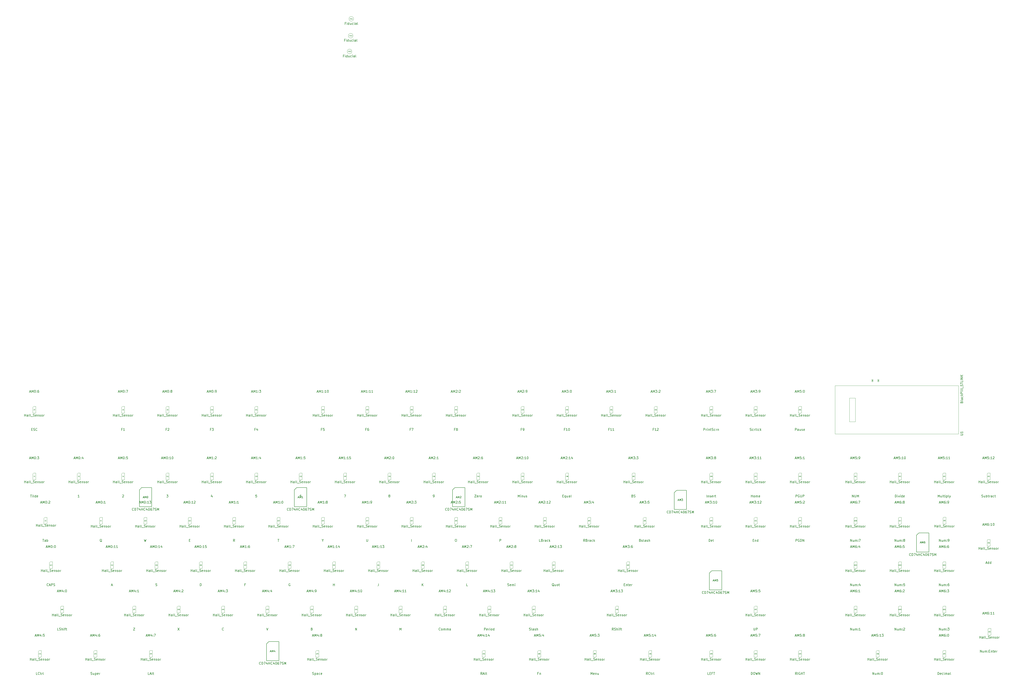
<source format=gbr>
%TF.GenerationSoftware,KiCad,Pcbnew,8.0.7-8.0.7-0~ubuntu24.04.1*%
%TF.CreationDate,2024-12-30T16:45:41-05:00*%
%TF.ProjectId,NAK100,4e414b31-3030-42e6-9b69-6361645f7063,rev?*%
%TF.SameCoordinates,Original*%
%TF.FileFunction,AssemblyDrawing,Top*%
%FSLAX46Y46*%
G04 Gerber Fmt 4.6, Leading zero omitted, Abs format (unit mm)*
G04 Created by KiCad (PCBNEW 8.0.7-8.0.7-0~ubuntu24.04.1) date 2024-12-30 16:45:41*
%MOMM*%
%LPD*%
G01*
G04 APERTURE LIST*
%ADD10C,0.150000*%
%ADD11C,0.050000*%
%ADD12C,0.040000*%
%ADD13C,0.060000*%
%ADD14C,0.100000*%
G04 APERTURE END LIST*
D10*
X151891429Y-145207677D02*
X152129524Y-146207677D01*
X152129524Y-146207677D02*
X152320000Y-145493391D01*
X152320000Y-145493391D02*
X152510476Y-146207677D01*
X152510476Y-146207677D02*
X152748572Y-145207677D01*
X149843810Y-129545104D02*
X150320000Y-129545104D01*
X149748572Y-129830819D02*
X150081905Y-128830819D01*
X150081905Y-128830819D02*
X150415238Y-129830819D01*
X150748572Y-129830819D02*
X150748572Y-128830819D01*
X150748572Y-128830819D02*
X151081905Y-129545104D01*
X151081905Y-129545104D02*
X151415238Y-128830819D01*
X151415238Y-128830819D02*
X151415238Y-129830819D01*
X152081905Y-128830819D02*
X152177143Y-128830819D01*
X152177143Y-128830819D02*
X152272381Y-128878438D01*
X152272381Y-128878438D02*
X152320000Y-128926057D01*
X152320000Y-128926057D02*
X152367619Y-129021295D01*
X152367619Y-129021295D02*
X152415238Y-129211771D01*
X152415238Y-129211771D02*
X152415238Y-129449866D01*
X152415238Y-129449866D02*
X152367619Y-129640342D01*
X152367619Y-129640342D02*
X152320000Y-129735580D01*
X152320000Y-129735580D02*
X152272381Y-129783200D01*
X152272381Y-129783200D02*
X152177143Y-129830819D01*
X152177143Y-129830819D02*
X152081905Y-129830819D01*
X152081905Y-129830819D02*
X151986667Y-129783200D01*
X151986667Y-129783200D02*
X151939048Y-129735580D01*
X151939048Y-129735580D02*
X151891429Y-129640342D01*
X151891429Y-129640342D02*
X151843810Y-129449866D01*
X151843810Y-129449866D02*
X151843810Y-129211771D01*
X151843810Y-129211771D02*
X151891429Y-129021295D01*
X151891429Y-129021295D02*
X151939048Y-128926057D01*
X151939048Y-128926057D02*
X151986667Y-128878438D01*
X151986667Y-128878438D02*
X152081905Y-128830819D01*
X152843810Y-129735580D02*
X152891429Y-129783200D01*
X152891429Y-129783200D02*
X152843810Y-129830819D01*
X152843810Y-129830819D02*
X152796191Y-129783200D01*
X152796191Y-129783200D02*
X152843810Y-129735580D01*
X152843810Y-129735580D02*
X152843810Y-129830819D01*
X152843810Y-129211771D02*
X152891429Y-129259390D01*
X152891429Y-129259390D02*
X152843810Y-129307009D01*
X152843810Y-129307009D02*
X152796191Y-129259390D01*
X152796191Y-129259390D02*
X152843810Y-129211771D01*
X152843810Y-129211771D02*
X152843810Y-129307009D01*
X153843809Y-129830819D02*
X153272381Y-129830819D01*
X153558095Y-129830819D02*
X153558095Y-128830819D01*
X153558095Y-128830819D02*
X153462857Y-128973676D01*
X153462857Y-128973676D02*
X153367619Y-129068914D01*
X153367619Y-129068914D02*
X153272381Y-129116533D01*
X154177143Y-128830819D02*
X154796190Y-128830819D01*
X154796190Y-128830819D02*
X154462857Y-129211771D01*
X154462857Y-129211771D02*
X154605714Y-129211771D01*
X154605714Y-129211771D02*
X154700952Y-129259390D01*
X154700952Y-129259390D02*
X154748571Y-129307009D01*
X154748571Y-129307009D02*
X154796190Y-129402247D01*
X154796190Y-129402247D02*
X154796190Y-129640342D01*
X154796190Y-129640342D02*
X154748571Y-129735580D01*
X154748571Y-129735580D02*
X154700952Y-129783200D01*
X154700952Y-129783200D02*
X154605714Y-129830819D01*
X154605714Y-129830819D02*
X154320000Y-129830819D01*
X154320000Y-129830819D02*
X154224762Y-129783200D01*
X154224762Y-129783200D02*
X154177143Y-129735580D01*
X223828928Y-183783867D02*
X223971785Y-183831486D01*
X223971785Y-183831486D02*
X224019404Y-183879105D01*
X224019404Y-183879105D02*
X224067023Y-183974343D01*
X224067023Y-183974343D02*
X224067023Y-184117200D01*
X224067023Y-184117200D02*
X224019404Y-184212438D01*
X224019404Y-184212438D02*
X223971785Y-184260058D01*
X223971785Y-184260058D02*
X223876547Y-184307677D01*
X223876547Y-184307677D02*
X223495595Y-184307677D01*
X223495595Y-184307677D02*
X223495595Y-183307677D01*
X223495595Y-183307677D02*
X223828928Y-183307677D01*
X223828928Y-183307677D02*
X223924166Y-183355296D01*
X223924166Y-183355296D02*
X223971785Y-183402915D01*
X223971785Y-183402915D02*
X224019404Y-183498153D01*
X224019404Y-183498153D02*
X224019404Y-183593391D01*
X224019404Y-183593391D02*
X223971785Y-183688629D01*
X223971785Y-183688629D02*
X223924166Y-183736248D01*
X223924166Y-183736248D02*
X223828928Y-183783867D01*
X223828928Y-183783867D02*
X223495595Y-183783867D01*
X221757500Y-167645104D02*
X222233690Y-167645104D01*
X221662262Y-167930819D02*
X221995595Y-166930819D01*
X221995595Y-166930819D02*
X222328928Y-167930819D01*
X222662262Y-167930819D02*
X222662262Y-166930819D01*
X222662262Y-166930819D02*
X222995595Y-167645104D01*
X222995595Y-167645104D02*
X223328928Y-166930819D01*
X223328928Y-166930819D02*
X223328928Y-167930819D01*
X224233690Y-167264152D02*
X224233690Y-167930819D01*
X223995595Y-166883200D02*
X223757500Y-167597485D01*
X223757500Y-167597485D02*
X224376547Y-167597485D01*
X224757500Y-167835580D02*
X224805119Y-167883200D01*
X224805119Y-167883200D02*
X224757500Y-167930819D01*
X224757500Y-167930819D02*
X224709881Y-167883200D01*
X224709881Y-167883200D02*
X224757500Y-167835580D01*
X224757500Y-167835580D02*
X224757500Y-167930819D01*
X224757500Y-167311771D02*
X224805119Y-167359390D01*
X224805119Y-167359390D02*
X224757500Y-167407009D01*
X224757500Y-167407009D02*
X224709881Y-167359390D01*
X224709881Y-167359390D02*
X224757500Y-167311771D01*
X224757500Y-167311771D02*
X224757500Y-167407009D01*
X225281309Y-167930819D02*
X225471785Y-167930819D01*
X225471785Y-167930819D02*
X225567023Y-167883200D01*
X225567023Y-167883200D02*
X225614642Y-167835580D01*
X225614642Y-167835580D02*
X225709880Y-167692723D01*
X225709880Y-167692723D02*
X225757499Y-167502247D01*
X225757499Y-167502247D02*
X225757499Y-167121295D01*
X225757499Y-167121295D02*
X225709880Y-167026057D01*
X225709880Y-167026057D02*
X225662261Y-166978438D01*
X225662261Y-166978438D02*
X225567023Y-166930819D01*
X225567023Y-166930819D02*
X225376547Y-166930819D01*
X225376547Y-166930819D02*
X225281309Y-166978438D01*
X225281309Y-166978438D02*
X225233690Y-167026057D01*
X225233690Y-167026057D02*
X225186071Y-167121295D01*
X225186071Y-167121295D02*
X225186071Y-167359390D01*
X225186071Y-167359390D02*
X225233690Y-167454628D01*
X225233690Y-167454628D02*
X225281309Y-167502247D01*
X225281309Y-167502247D02*
X225376547Y-167549866D01*
X225376547Y-167549866D02*
X225567023Y-167549866D01*
X225567023Y-167549866D02*
X225662261Y-167502247D01*
X225662261Y-167502247D02*
X225709880Y-167454628D01*
X225709880Y-167454628D02*
X225757499Y-167359390D01*
X266620000Y-146207677D02*
X266620000Y-145207677D01*
X264620000Y-129545104D02*
X265096190Y-129545104D01*
X264524762Y-129830819D02*
X264858095Y-128830819D01*
X264858095Y-128830819D02*
X265191428Y-129830819D01*
X265524762Y-129830819D02*
X265524762Y-128830819D01*
X265524762Y-128830819D02*
X265858095Y-129545104D01*
X265858095Y-129545104D02*
X266191428Y-128830819D01*
X266191428Y-128830819D02*
X266191428Y-129830819D01*
X266620000Y-128926057D02*
X266667619Y-128878438D01*
X266667619Y-128878438D02*
X266762857Y-128830819D01*
X266762857Y-128830819D02*
X267000952Y-128830819D01*
X267000952Y-128830819D02*
X267096190Y-128878438D01*
X267096190Y-128878438D02*
X267143809Y-128926057D01*
X267143809Y-128926057D02*
X267191428Y-129021295D01*
X267191428Y-129021295D02*
X267191428Y-129116533D01*
X267191428Y-129116533D02*
X267143809Y-129259390D01*
X267143809Y-129259390D02*
X266572381Y-129830819D01*
X266572381Y-129830819D02*
X267191428Y-129830819D01*
X267620000Y-129735580D02*
X267667619Y-129783200D01*
X267667619Y-129783200D02*
X267620000Y-129830819D01*
X267620000Y-129830819D02*
X267572381Y-129783200D01*
X267572381Y-129783200D02*
X267620000Y-129735580D01*
X267620000Y-129735580D02*
X267620000Y-129830819D01*
X267620000Y-129211771D02*
X267667619Y-129259390D01*
X267667619Y-129259390D02*
X267620000Y-129307009D01*
X267620000Y-129307009D02*
X267572381Y-129259390D01*
X267572381Y-129259390D02*
X267620000Y-129211771D01*
X267620000Y-129211771D02*
X267620000Y-129307009D01*
X268000952Y-128830819D02*
X268619999Y-128830819D01*
X268619999Y-128830819D02*
X268286666Y-129211771D01*
X268286666Y-129211771D02*
X268429523Y-129211771D01*
X268429523Y-129211771D02*
X268524761Y-129259390D01*
X268524761Y-129259390D02*
X268572380Y-129307009D01*
X268572380Y-129307009D02*
X268619999Y-129402247D01*
X268619999Y-129402247D02*
X268619999Y-129640342D01*
X268619999Y-129640342D02*
X268572380Y-129735580D01*
X268572380Y-129735580D02*
X268524761Y-129783200D01*
X268524761Y-129783200D02*
X268429523Y-129830819D01*
X268429523Y-129830819D02*
X268143809Y-129830819D01*
X268143809Y-129830819D02*
X268048571Y-129783200D01*
X268048571Y-129783200D02*
X268000952Y-129735580D01*
X455739048Y-127157677D02*
X455739048Y-126157677D01*
X455739048Y-126157677D02*
X456310476Y-127157677D01*
X456310476Y-127157677D02*
X456310476Y-126157677D01*
X456786667Y-126157677D02*
X456786667Y-126967200D01*
X456786667Y-126967200D02*
X456834286Y-127062438D01*
X456834286Y-127062438D02*
X456881905Y-127110058D01*
X456881905Y-127110058D02*
X456977143Y-127157677D01*
X456977143Y-127157677D02*
X457167619Y-127157677D01*
X457167619Y-127157677D02*
X457262857Y-127110058D01*
X457262857Y-127110058D02*
X457310476Y-127062438D01*
X457310476Y-127062438D02*
X457358095Y-126967200D01*
X457358095Y-126967200D02*
X457358095Y-126157677D01*
X457834286Y-127157677D02*
X457834286Y-126157677D01*
X457834286Y-126157677D02*
X458167619Y-126871962D01*
X458167619Y-126871962D02*
X458500952Y-126157677D01*
X458500952Y-126157677D02*
X458500952Y-127157677D01*
X455120000Y-110495104D02*
X455596190Y-110495104D01*
X455024762Y-110780819D02*
X455358095Y-109780819D01*
X455358095Y-109780819D02*
X455691428Y-110780819D01*
X456024762Y-110780819D02*
X456024762Y-109780819D01*
X456024762Y-109780819D02*
X456358095Y-110495104D01*
X456358095Y-110495104D02*
X456691428Y-109780819D01*
X456691428Y-109780819D02*
X456691428Y-110780819D01*
X457643809Y-109780819D02*
X457167619Y-109780819D01*
X457167619Y-109780819D02*
X457120000Y-110257009D01*
X457120000Y-110257009D02*
X457167619Y-110209390D01*
X457167619Y-110209390D02*
X457262857Y-110161771D01*
X457262857Y-110161771D02*
X457500952Y-110161771D01*
X457500952Y-110161771D02*
X457596190Y-110209390D01*
X457596190Y-110209390D02*
X457643809Y-110257009D01*
X457643809Y-110257009D02*
X457691428Y-110352247D01*
X457691428Y-110352247D02*
X457691428Y-110590342D01*
X457691428Y-110590342D02*
X457643809Y-110685580D01*
X457643809Y-110685580D02*
X457596190Y-110733200D01*
X457596190Y-110733200D02*
X457500952Y-110780819D01*
X457500952Y-110780819D02*
X457262857Y-110780819D01*
X457262857Y-110780819D02*
X457167619Y-110733200D01*
X457167619Y-110733200D02*
X457120000Y-110685580D01*
X458120000Y-110685580D02*
X458167619Y-110733200D01*
X458167619Y-110733200D02*
X458120000Y-110780819D01*
X458120000Y-110780819D02*
X458072381Y-110733200D01*
X458072381Y-110733200D02*
X458120000Y-110685580D01*
X458120000Y-110685580D02*
X458120000Y-110780819D01*
X458120000Y-110161771D02*
X458167619Y-110209390D01*
X458167619Y-110209390D02*
X458120000Y-110257009D01*
X458120000Y-110257009D02*
X458072381Y-110209390D01*
X458072381Y-110209390D02*
X458120000Y-110161771D01*
X458120000Y-110161771D02*
X458120000Y-110257009D01*
X458643809Y-110780819D02*
X458834285Y-110780819D01*
X458834285Y-110780819D02*
X458929523Y-110733200D01*
X458929523Y-110733200D02*
X458977142Y-110685580D01*
X458977142Y-110685580D02*
X459072380Y-110542723D01*
X459072380Y-110542723D02*
X459119999Y-110352247D01*
X459119999Y-110352247D02*
X459119999Y-109971295D01*
X459119999Y-109971295D02*
X459072380Y-109876057D01*
X459072380Y-109876057D02*
X459024761Y-109828438D01*
X459024761Y-109828438D02*
X458929523Y-109780819D01*
X458929523Y-109780819D02*
X458739047Y-109780819D01*
X458739047Y-109780819D02*
X458643809Y-109828438D01*
X458643809Y-109828438D02*
X458596190Y-109876057D01*
X458596190Y-109876057D02*
X458548571Y-109971295D01*
X458548571Y-109971295D02*
X458548571Y-110209390D01*
X458548571Y-110209390D02*
X458596190Y-110304628D01*
X458596190Y-110304628D02*
X458643809Y-110352247D01*
X458643809Y-110352247D02*
X458739047Y-110399866D01*
X458739047Y-110399866D02*
X458929523Y-110399866D01*
X458929523Y-110399866D02*
X459024761Y-110352247D01*
X459024761Y-110352247D02*
X459072380Y-110304628D01*
X459072380Y-110304628D02*
X459119999Y-110209390D01*
X224353332Y-140104819D02*
X224353332Y-139104819D01*
X224353332Y-139581009D02*
X224924760Y-139581009D01*
X224924760Y-140104819D02*
X224924760Y-139104819D01*
X225829522Y-140104819D02*
X225829522Y-139581009D01*
X225829522Y-139581009D02*
X225781903Y-139485771D01*
X225781903Y-139485771D02*
X225686665Y-139438152D01*
X225686665Y-139438152D02*
X225496189Y-139438152D01*
X225496189Y-139438152D02*
X225400951Y-139485771D01*
X225829522Y-140057200D02*
X225734284Y-140104819D01*
X225734284Y-140104819D02*
X225496189Y-140104819D01*
X225496189Y-140104819D02*
X225400951Y-140057200D01*
X225400951Y-140057200D02*
X225353332Y-139961961D01*
X225353332Y-139961961D02*
X225353332Y-139866723D01*
X225353332Y-139866723D02*
X225400951Y-139771485D01*
X225400951Y-139771485D02*
X225496189Y-139723866D01*
X225496189Y-139723866D02*
X225734284Y-139723866D01*
X225734284Y-139723866D02*
X225829522Y-139676247D01*
X226448570Y-140104819D02*
X226353332Y-140057200D01*
X226353332Y-140057200D02*
X226305713Y-139961961D01*
X226305713Y-139961961D02*
X226305713Y-139104819D01*
X226972380Y-140104819D02*
X226877142Y-140057200D01*
X226877142Y-140057200D02*
X226829523Y-139961961D01*
X226829523Y-139961961D02*
X226829523Y-139104819D01*
X227115238Y-140200057D02*
X227877142Y-140200057D01*
X228067619Y-140057200D02*
X228210476Y-140104819D01*
X228210476Y-140104819D02*
X228448571Y-140104819D01*
X228448571Y-140104819D02*
X228543809Y-140057200D01*
X228543809Y-140057200D02*
X228591428Y-140009580D01*
X228591428Y-140009580D02*
X228639047Y-139914342D01*
X228639047Y-139914342D02*
X228639047Y-139819104D01*
X228639047Y-139819104D02*
X228591428Y-139723866D01*
X228591428Y-139723866D02*
X228543809Y-139676247D01*
X228543809Y-139676247D02*
X228448571Y-139628628D01*
X228448571Y-139628628D02*
X228258095Y-139581009D01*
X228258095Y-139581009D02*
X228162857Y-139533390D01*
X228162857Y-139533390D02*
X228115238Y-139485771D01*
X228115238Y-139485771D02*
X228067619Y-139390533D01*
X228067619Y-139390533D02*
X228067619Y-139295295D01*
X228067619Y-139295295D02*
X228115238Y-139200057D01*
X228115238Y-139200057D02*
X228162857Y-139152438D01*
X228162857Y-139152438D02*
X228258095Y-139104819D01*
X228258095Y-139104819D02*
X228496190Y-139104819D01*
X228496190Y-139104819D02*
X228639047Y-139152438D01*
X229448571Y-140057200D02*
X229353333Y-140104819D01*
X229353333Y-140104819D02*
X229162857Y-140104819D01*
X229162857Y-140104819D02*
X229067619Y-140057200D01*
X229067619Y-140057200D02*
X229020000Y-139961961D01*
X229020000Y-139961961D02*
X229020000Y-139581009D01*
X229020000Y-139581009D02*
X229067619Y-139485771D01*
X229067619Y-139485771D02*
X229162857Y-139438152D01*
X229162857Y-139438152D02*
X229353333Y-139438152D01*
X229353333Y-139438152D02*
X229448571Y-139485771D01*
X229448571Y-139485771D02*
X229496190Y-139581009D01*
X229496190Y-139581009D02*
X229496190Y-139676247D01*
X229496190Y-139676247D02*
X229020000Y-139771485D01*
X229924762Y-139438152D02*
X229924762Y-140104819D01*
X229924762Y-139533390D02*
X229972381Y-139485771D01*
X229972381Y-139485771D02*
X230067619Y-139438152D01*
X230067619Y-139438152D02*
X230210476Y-139438152D01*
X230210476Y-139438152D02*
X230305714Y-139485771D01*
X230305714Y-139485771D02*
X230353333Y-139581009D01*
X230353333Y-139581009D02*
X230353333Y-140104819D01*
X230781905Y-140057200D02*
X230877143Y-140104819D01*
X230877143Y-140104819D02*
X231067619Y-140104819D01*
X231067619Y-140104819D02*
X231162857Y-140057200D01*
X231162857Y-140057200D02*
X231210476Y-139961961D01*
X231210476Y-139961961D02*
X231210476Y-139914342D01*
X231210476Y-139914342D02*
X231162857Y-139819104D01*
X231162857Y-139819104D02*
X231067619Y-139771485D01*
X231067619Y-139771485D02*
X230924762Y-139771485D01*
X230924762Y-139771485D02*
X230829524Y-139723866D01*
X230829524Y-139723866D02*
X230781905Y-139628628D01*
X230781905Y-139628628D02*
X230781905Y-139581009D01*
X230781905Y-139581009D02*
X230829524Y-139485771D01*
X230829524Y-139485771D02*
X230924762Y-139438152D01*
X230924762Y-139438152D02*
X231067619Y-139438152D01*
X231067619Y-139438152D02*
X231162857Y-139485771D01*
X231781905Y-140104819D02*
X231686667Y-140057200D01*
X231686667Y-140057200D02*
X231639048Y-140009580D01*
X231639048Y-140009580D02*
X231591429Y-139914342D01*
X231591429Y-139914342D02*
X231591429Y-139628628D01*
X231591429Y-139628628D02*
X231639048Y-139533390D01*
X231639048Y-139533390D02*
X231686667Y-139485771D01*
X231686667Y-139485771D02*
X231781905Y-139438152D01*
X231781905Y-139438152D02*
X231924762Y-139438152D01*
X231924762Y-139438152D02*
X232020000Y-139485771D01*
X232020000Y-139485771D02*
X232067619Y-139533390D01*
X232067619Y-139533390D02*
X232115238Y-139628628D01*
X232115238Y-139628628D02*
X232115238Y-139914342D01*
X232115238Y-139914342D02*
X232067619Y-140009580D01*
X232067619Y-140009580D02*
X232020000Y-140057200D01*
X232020000Y-140057200D02*
X231924762Y-140104819D01*
X231924762Y-140104819D02*
X231781905Y-140104819D01*
X232543810Y-140104819D02*
X232543810Y-139438152D01*
X232543810Y-139628628D02*
X232591429Y-139533390D01*
X232591429Y-139533390D02*
X232639048Y-139485771D01*
X232639048Y-139485771D02*
X232734286Y-139438152D01*
X232734286Y-139438152D02*
X232829524Y-139438152D01*
D11*
X228123809Y-137075438D02*
X228123809Y-137334485D01*
X228123809Y-137334485D02*
X228139047Y-137364961D01*
X228139047Y-137364961D02*
X228154285Y-137380200D01*
X228154285Y-137380200D02*
X228184761Y-137395438D01*
X228184761Y-137395438D02*
X228245714Y-137395438D01*
X228245714Y-137395438D02*
X228276190Y-137380200D01*
X228276190Y-137380200D02*
X228291428Y-137364961D01*
X228291428Y-137364961D02*
X228306666Y-137334485D01*
X228306666Y-137334485D02*
X228306666Y-137075438D01*
X228443809Y-137105914D02*
X228459047Y-137090676D01*
X228459047Y-137090676D02*
X228489523Y-137075438D01*
X228489523Y-137075438D02*
X228565714Y-137075438D01*
X228565714Y-137075438D02*
X228596190Y-137090676D01*
X228596190Y-137090676D02*
X228611428Y-137105914D01*
X228611428Y-137105914D02*
X228626666Y-137136390D01*
X228626666Y-137136390D02*
X228626666Y-137166866D01*
X228626666Y-137166866D02*
X228611428Y-137212580D01*
X228611428Y-137212580D02*
X228428571Y-137395438D01*
X228428571Y-137395438D02*
X228626666Y-137395438D01*
X228900952Y-137075438D02*
X228839999Y-137075438D01*
X228839999Y-137075438D02*
X228809523Y-137090676D01*
X228809523Y-137090676D02*
X228794285Y-137105914D01*
X228794285Y-137105914D02*
X228763809Y-137151628D01*
X228763809Y-137151628D02*
X228748571Y-137212580D01*
X228748571Y-137212580D02*
X228748571Y-137334485D01*
X228748571Y-137334485D02*
X228763809Y-137364961D01*
X228763809Y-137364961D02*
X228779047Y-137380200D01*
X228779047Y-137380200D02*
X228809523Y-137395438D01*
X228809523Y-137395438D02*
X228870476Y-137395438D01*
X228870476Y-137395438D02*
X228900952Y-137380200D01*
X228900952Y-137380200D02*
X228916190Y-137364961D01*
X228916190Y-137364961D02*
X228931428Y-137334485D01*
X228931428Y-137334485D02*
X228931428Y-137258295D01*
X228931428Y-137258295D02*
X228916190Y-137227819D01*
X228916190Y-137227819D02*
X228900952Y-137212580D01*
X228900952Y-137212580D02*
X228870476Y-137197342D01*
X228870476Y-137197342D02*
X228809523Y-137197342D01*
X228809523Y-137197342D02*
X228779047Y-137212580D01*
X228779047Y-137212580D02*
X228763809Y-137227819D01*
X228763809Y-137227819D02*
X228748571Y-137258295D01*
D10*
X491053332Y-197254819D02*
X491053332Y-196254819D01*
X491053332Y-196731009D02*
X491624760Y-196731009D01*
X491624760Y-197254819D02*
X491624760Y-196254819D01*
X492529522Y-197254819D02*
X492529522Y-196731009D01*
X492529522Y-196731009D02*
X492481903Y-196635771D01*
X492481903Y-196635771D02*
X492386665Y-196588152D01*
X492386665Y-196588152D02*
X492196189Y-196588152D01*
X492196189Y-196588152D02*
X492100951Y-196635771D01*
X492529522Y-197207200D02*
X492434284Y-197254819D01*
X492434284Y-197254819D02*
X492196189Y-197254819D01*
X492196189Y-197254819D02*
X492100951Y-197207200D01*
X492100951Y-197207200D02*
X492053332Y-197111961D01*
X492053332Y-197111961D02*
X492053332Y-197016723D01*
X492053332Y-197016723D02*
X492100951Y-196921485D01*
X492100951Y-196921485D02*
X492196189Y-196873866D01*
X492196189Y-196873866D02*
X492434284Y-196873866D01*
X492434284Y-196873866D02*
X492529522Y-196826247D01*
X493148570Y-197254819D02*
X493053332Y-197207200D01*
X493053332Y-197207200D02*
X493005713Y-197111961D01*
X493005713Y-197111961D02*
X493005713Y-196254819D01*
X493672380Y-197254819D02*
X493577142Y-197207200D01*
X493577142Y-197207200D02*
X493529523Y-197111961D01*
X493529523Y-197111961D02*
X493529523Y-196254819D01*
X493815238Y-197350057D02*
X494577142Y-197350057D01*
X494767619Y-197207200D02*
X494910476Y-197254819D01*
X494910476Y-197254819D02*
X495148571Y-197254819D01*
X495148571Y-197254819D02*
X495243809Y-197207200D01*
X495243809Y-197207200D02*
X495291428Y-197159580D01*
X495291428Y-197159580D02*
X495339047Y-197064342D01*
X495339047Y-197064342D02*
X495339047Y-196969104D01*
X495339047Y-196969104D02*
X495291428Y-196873866D01*
X495291428Y-196873866D02*
X495243809Y-196826247D01*
X495243809Y-196826247D02*
X495148571Y-196778628D01*
X495148571Y-196778628D02*
X494958095Y-196731009D01*
X494958095Y-196731009D02*
X494862857Y-196683390D01*
X494862857Y-196683390D02*
X494815238Y-196635771D01*
X494815238Y-196635771D02*
X494767619Y-196540533D01*
X494767619Y-196540533D02*
X494767619Y-196445295D01*
X494767619Y-196445295D02*
X494815238Y-196350057D01*
X494815238Y-196350057D02*
X494862857Y-196302438D01*
X494862857Y-196302438D02*
X494958095Y-196254819D01*
X494958095Y-196254819D02*
X495196190Y-196254819D01*
X495196190Y-196254819D02*
X495339047Y-196302438D01*
X496148571Y-197207200D02*
X496053333Y-197254819D01*
X496053333Y-197254819D02*
X495862857Y-197254819D01*
X495862857Y-197254819D02*
X495767619Y-197207200D01*
X495767619Y-197207200D02*
X495720000Y-197111961D01*
X495720000Y-197111961D02*
X495720000Y-196731009D01*
X495720000Y-196731009D02*
X495767619Y-196635771D01*
X495767619Y-196635771D02*
X495862857Y-196588152D01*
X495862857Y-196588152D02*
X496053333Y-196588152D01*
X496053333Y-196588152D02*
X496148571Y-196635771D01*
X496148571Y-196635771D02*
X496196190Y-196731009D01*
X496196190Y-196731009D02*
X496196190Y-196826247D01*
X496196190Y-196826247D02*
X495720000Y-196921485D01*
X496624762Y-196588152D02*
X496624762Y-197254819D01*
X496624762Y-196683390D02*
X496672381Y-196635771D01*
X496672381Y-196635771D02*
X496767619Y-196588152D01*
X496767619Y-196588152D02*
X496910476Y-196588152D01*
X496910476Y-196588152D02*
X497005714Y-196635771D01*
X497005714Y-196635771D02*
X497053333Y-196731009D01*
X497053333Y-196731009D02*
X497053333Y-197254819D01*
X497481905Y-197207200D02*
X497577143Y-197254819D01*
X497577143Y-197254819D02*
X497767619Y-197254819D01*
X497767619Y-197254819D02*
X497862857Y-197207200D01*
X497862857Y-197207200D02*
X497910476Y-197111961D01*
X497910476Y-197111961D02*
X497910476Y-197064342D01*
X497910476Y-197064342D02*
X497862857Y-196969104D01*
X497862857Y-196969104D02*
X497767619Y-196921485D01*
X497767619Y-196921485D02*
X497624762Y-196921485D01*
X497624762Y-196921485D02*
X497529524Y-196873866D01*
X497529524Y-196873866D02*
X497481905Y-196778628D01*
X497481905Y-196778628D02*
X497481905Y-196731009D01*
X497481905Y-196731009D02*
X497529524Y-196635771D01*
X497529524Y-196635771D02*
X497624762Y-196588152D01*
X497624762Y-196588152D02*
X497767619Y-196588152D01*
X497767619Y-196588152D02*
X497862857Y-196635771D01*
X498481905Y-197254819D02*
X498386667Y-197207200D01*
X498386667Y-197207200D02*
X498339048Y-197159580D01*
X498339048Y-197159580D02*
X498291429Y-197064342D01*
X498291429Y-197064342D02*
X498291429Y-196778628D01*
X498291429Y-196778628D02*
X498339048Y-196683390D01*
X498339048Y-196683390D02*
X498386667Y-196635771D01*
X498386667Y-196635771D02*
X498481905Y-196588152D01*
X498481905Y-196588152D02*
X498624762Y-196588152D01*
X498624762Y-196588152D02*
X498720000Y-196635771D01*
X498720000Y-196635771D02*
X498767619Y-196683390D01*
X498767619Y-196683390D02*
X498815238Y-196778628D01*
X498815238Y-196778628D02*
X498815238Y-197064342D01*
X498815238Y-197064342D02*
X498767619Y-197159580D01*
X498767619Y-197159580D02*
X498720000Y-197207200D01*
X498720000Y-197207200D02*
X498624762Y-197254819D01*
X498624762Y-197254819D02*
X498481905Y-197254819D01*
X499243810Y-197254819D02*
X499243810Y-196588152D01*
X499243810Y-196778628D02*
X499291429Y-196683390D01*
X499291429Y-196683390D02*
X499339048Y-196635771D01*
X499339048Y-196635771D02*
X499434286Y-196588152D01*
X499434286Y-196588152D02*
X499529524Y-196588152D01*
D11*
X494823809Y-194225438D02*
X494823809Y-194484485D01*
X494823809Y-194484485D02*
X494839047Y-194514961D01*
X494839047Y-194514961D02*
X494854285Y-194530200D01*
X494854285Y-194530200D02*
X494884761Y-194545438D01*
X494884761Y-194545438D02*
X494945714Y-194545438D01*
X494945714Y-194545438D02*
X494976190Y-194530200D01*
X494976190Y-194530200D02*
X494991428Y-194514961D01*
X494991428Y-194514961D02*
X495006666Y-194484485D01*
X495006666Y-194484485D02*
X495006666Y-194225438D01*
X495174285Y-194545438D02*
X495235237Y-194545438D01*
X495235237Y-194545438D02*
X495265714Y-194530200D01*
X495265714Y-194530200D02*
X495280952Y-194514961D01*
X495280952Y-194514961D02*
X495311428Y-194469247D01*
X495311428Y-194469247D02*
X495326666Y-194408295D01*
X495326666Y-194408295D02*
X495326666Y-194286390D01*
X495326666Y-194286390D02*
X495311428Y-194255914D01*
X495311428Y-194255914D02*
X495296190Y-194240676D01*
X495296190Y-194240676D02*
X495265714Y-194225438D01*
X495265714Y-194225438D02*
X495204761Y-194225438D01*
X495204761Y-194225438D02*
X495174285Y-194240676D01*
X495174285Y-194240676D02*
X495159047Y-194255914D01*
X495159047Y-194255914D02*
X495143809Y-194286390D01*
X495143809Y-194286390D02*
X495143809Y-194362580D01*
X495143809Y-194362580D02*
X495159047Y-194393057D01*
X495159047Y-194393057D02*
X495174285Y-194408295D01*
X495174285Y-194408295D02*
X495204761Y-194423533D01*
X495204761Y-194423533D02*
X495265714Y-194423533D01*
X495265714Y-194423533D02*
X495296190Y-194408295D01*
X495296190Y-194408295D02*
X495311428Y-194393057D01*
X495311428Y-194393057D02*
X495326666Y-194362580D01*
X495509523Y-194362580D02*
X495479047Y-194347342D01*
X495479047Y-194347342D02*
X495463809Y-194332104D01*
X495463809Y-194332104D02*
X495448571Y-194301628D01*
X495448571Y-194301628D02*
X495448571Y-194286390D01*
X495448571Y-194286390D02*
X495463809Y-194255914D01*
X495463809Y-194255914D02*
X495479047Y-194240676D01*
X495479047Y-194240676D02*
X495509523Y-194225438D01*
X495509523Y-194225438D02*
X495570476Y-194225438D01*
X495570476Y-194225438D02*
X495600952Y-194240676D01*
X495600952Y-194240676D02*
X495616190Y-194255914D01*
X495616190Y-194255914D02*
X495631428Y-194286390D01*
X495631428Y-194286390D02*
X495631428Y-194301628D01*
X495631428Y-194301628D02*
X495616190Y-194332104D01*
X495616190Y-194332104D02*
X495600952Y-194347342D01*
X495600952Y-194347342D02*
X495570476Y-194362580D01*
X495570476Y-194362580D02*
X495509523Y-194362580D01*
X495509523Y-194362580D02*
X495479047Y-194377819D01*
X495479047Y-194377819D02*
X495463809Y-194393057D01*
X495463809Y-194393057D02*
X495448571Y-194423533D01*
X495448571Y-194423533D02*
X495448571Y-194484485D01*
X495448571Y-194484485D02*
X495463809Y-194514961D01*
X495463809Y-194514961D02*
X495479047Y-194530200D01*
X495479047Y-194530200D02*
X495509523Y-194545438D01*
X495509523Y-194545438D02*
X495570476Y-194545438D01*
X495570476Y-194545438D02*
X495600952Y-194530200D01*
X495600952Y-194530200D02*
X495616190Y-194514961D01*
X495616190Y-194514961D02*
X495631428Y-194484485D01*
X495631428Y-194484485D02*
X495631428Y-194423533D01*
X495631428Y-194423533D02*
X495616190Y-194393057D01*
X495616190Y-194393057D02*
X495600952Y-194377819D01*
X495600952Y-194377819D02*
X495570476Y-194362580D01*
D10*
X276740832Y-178204819D02*
X276740832Y-177204819D01*
X276740832Y-177681009D02*
X277312260Y-177681009D01*
X277312260Y-178204819D02*
X277312260Y-177204819D01*
X278217022Y-178204819D02*
X278217022Y-177681009D01*
X278217022Y-177681009D02*
X278169403Y-177585771D01*
X278169403Y-177585771D02*
X278074165Y-177538152D01*
X278074165Y-177538152D02*
X277883689Y-177538152D01*
X277883689Y-177538152D02*
X277788451Y-177585771D01*
X278217022Y-178157200D02*
X278121784Y-178204819D01*
X278121784Y-178204819D02*
X277883689Y-178204819D01*
X277883689Y-178204819D02*
X277788451Y-178157200D01*
X277788451Y-178157200D02*
X277740832Y-178061961D01*
X277740832Y-178061961D02*
X277740832Y-177966723D01*
X277740832Y-177966723D02*
X277788451Y-177871485D01*
X277788451Y-177871485D02*
X277883689Y-177823866D01*
X277883689Y-177823866D02*
X278121784Y-177823866D01*
X278121784Y-177823866D02*
X278217022Y-177776247D01*
X278836070Y-178204819D02*
X278740832Y-178157200D01*
X278740832Y-178157200D02*
X278693213Y-178061961D01*
X278693213Y-178061961D02*
X278693213Y-177204819D01*
X279359880Y-178204819D02*
X279264642Y-178157200D01*
X279264642Y-178157200D02*
X279217023Y-178061961D01*
X279217023Y-178061961D02*
X279217023Y-177204819D01*
X279502738Y-178300057D02*
X280264642Y-178300057D01*
X280455119Y-178157200D02*
X280597976Y-178204819D01*
X280597976Y-178204819D02*
X280836071Y-178204819D01*
X280836071Y-178204819D02*
X280931309Y-178157200D01*
X280931309Y-178157200D02*
X280978928Y-178109580D01*
X280978928Y-178109580D02*
X281026547Y-178014342D01*
X281026547Y-178014342D02*
X281026547Y-177919104D01*
X281026547Y-177919104D02*
X280978928Y-177823866D01*
X280978928Y-177823866D02*
X280931309Y-177776247D01*
X280931309Y-177776247D02*
X280836071Y-177728628D01*
X280836071Y-177728628D02*
X280645595Y-177681009D01*
X280645595Y-177681009D02*
X280550357Y-177633390D01*
X280550357Y-177633390D02*
X280502738Y-177585771D01*
X280502738Y-177585771D02*
X280455119Y-177490533D01*
X280455119Y-177490533D02*
X280455119Y-177395295D01*
X280455119Y-177395295D02*
X280502738Y-177300057D01*
X280502738Y-177300057D02*
X280550357Y-177252438D01*
X280550357Y-177252438D02*
X280645595Y-177204819D01*
X280645595Y-177204819D02*
X280883690Y-177204819D01*
X280883690Y-177204819D02*
X281026547Y-177252438D01*
X281836071Y-178157200D02*
X281740833Y-178204819D01*
X281740833Y-178204819D02*
X281550357Y-178204819D01*
X281550357Y-178204819D02*
X281455119Y-178157200D01*
X281455119Y-178157200D02*
X281407500Y-178061961D01*
X281407500Y-178061961D02*
X281407500Y-177681009D01*
X281407500Y-177681009D02*
X281455119Y-177585771D01*
X281455119Y-177585771D02*
X281550357Y-177538152D01*
X281550357Y-177538152D02*
X281740833Y-177538152D01*
X281740833Y-177538152D02*
X281836071Y-177585771D01*
X281836071Y-177585771D02*
X281883690Y-177681009D01*
X281883690Y-177681009D02*
X281883690Y-177776247D01*
X281883690Y-177776247D02*
X281407500Y-177871485D01*
X282312262Y-177538152D02*
X282312262Y-178204819D01*
X282312262Y-177633390D02*
X282359881Y-177585771D01*
X282359881Y-177585771D02*
X282455119Y-177538152D01*
X282455119Y-177538152D02*
X282597976Y-177538152D01*
X282597976Y-177538152D02*
X282693214Y-177585771D01*
X282693214Y-177585771D02*
X282740833Y-177681009D01*
X282740833Y-177681009D02*
X282740833Y-178204819D01*
X283169405Y-178157200D02*
X283264643Y-178204819D01*
X283264643Y-178204819D02*
X283455119Y-178204819D01*
X283455119Y-178204819D02*
X283550357Y-178157200D01*
X283550357Y-178157200D02*
X283597976Y-178061961D01*
X283597976Y-178061961D02*
X283597976Y-178014342D01*
X283597976Y-178014342D02*
X283550357Y-177919104D01*
X283550357Y-177919104D02*
X283455119Y-177871485D01*
X283455119Y-177871485D02*
X283312262Y-177871485D01*
X283312262Y-177871485D02*
X283217024Y-177823866D01*
X283217024Y-177823866D02*
X283169405Y-177728628D01*
X283169405Y-177728628D02*
X283169405Y-177681009D01*
X283169405Y-177681009D02*
X283217024Y-177585771D01*
X283217024Y-177585771D02*
X283312262Y-177538152D01*
X283312262Y-177538152D02*
X283455119Y-177538152D01*
X283455119Y-177538152D02*
X283550357Y-177585771D01*
X284169405Y-178204819D02*
X284074167Y-178157200D01*
X284074167Y-178157200D02*
X284026548Y-178109580D01*
X284026548Y-178109580D02*
X283978929Y-178014342D01*
X283978929Y-178014342D02*
X283978929Y-177728628D01*
X283978929Y-177728628D02*
X284026548Y-177633390D01*
X284026548Y-177633390D02*
X284074167Y-177585771D01*
X284074167Y-177585771D02*
X284169405Y-177538152D01*
X284169405Y-177538152D02*
X284312262Y-177538152D01*
X284312262Y-177538152D02*
X284407500Y-177585771D01*
X284407500Y-177585771D02*
X284455119Y-177633390D01*
X284455119Y-177633390D02*
X284502738Y-177728628D01*
X284502738Y-177728628D02*
X284502738Y-178014342D01*
X284502738Y-178014342D02*
X284455119Y-178109580D01*
X284455119Y-178109580D02*
X284407500Y-178157200D01*
X284407500Y-178157200D02*
X284312262Y-178204819D01*
X284312262Y-178204819D02*
X284169405Y-178204819D01*
X284931310Y-178204819D02*
X284931310Y-177538152D01*
X284931310Y-177728628D02*
X284978929Y-177633390D01*
X284978929Y-177633390D02*
X285026548Y-177585771D01*
X285026548Y-177585771D02*
X285121786Y-177538152D01*
X285121786Y-177538152D02*
X285217024Y-177538152D01*
D11*
X280511309Y-175175438D02*
X280511309Y-175434485D01*
X280511309Y-175434485D02*
X280526547Y-175464961D01*
X280526547Y-175464961D02*
X280541785Y-175480200D01*
X280541785Y-175480200D02*
X280572261Y-175495438D01*
X280572261Y-175495438D02*
X280633214Y-175495438D01*
X280633214Y-175495438D02*
X280663690Y-175480200D01*
X280663690Y-175480200D02*
X280678928Y-175464961D01*
X280678928Y-175464961D02*
X280694166Y-175434485D01*
X280694166Y-175434485D02*
X280694166Y-175175438D01*
X280816071Y-175175438D02*
X281029404Y-175175438D01*
X281029404Y-175175438D02*
X280892261Y-175495438D01*
X281197023Y-175312580D02*
X281166547Y-175297342D01*
X281166547Y-175297342D02*
X281151309Y-175282104D01*
X281151309Y-175282104D02*
X281136071Y-175251628D01*
X281136071Y-175251628D02*
X281136071Y-175236390D01*
X281136071Y-175236390D02*
X281151309Y-175205914D01*
X281151309Y-175205914D02*
X281166547Y-175190676D01*
X281166547Y-175190676D02*
X281197023Y-175175438D01*
X281197023Y-175175438D02*
X281257976Y-175175438D01*
X281257976Y-175175438D02*
X281288452Y-175190676D01*
X281288452Y-175190676D02*
X281303690Y-175205914D01*
X281303690Y-175205914D02*
X281318928Y-175236390D01*
X281318928Y-175236390D02*
X281318928Y-175251628D01*
X281318928Y-175251628D02*
X281303690Y-175282104D01*
X281303690Y-175282104D02*
X281288452Y-175297342D01*
X281288452Y-175297342D02*
X281257976Y-175312580D01*
X281257976Y-175312580D02*
X281197023Y-175312580D01*
X281197023Y-175312580D02*
X281166547Y-175327819D01*
X281166547Y-175327819D02*
X281151309Y-175343057D01*
X281151309Y-175343057D02*
X281136071Y-175373533D01*
X281136071Y-175373533D02*
X281136071Y-175434485D01*
X281136071Y-175434485D02*
X281151309Y-175464961D01*
X281151309Y-175464961D02*
X281166547Y-175480200D01*
X281166547Y-175480200D02*
X281197023Y-175495438D01*
X281197023Y-175495438D02*
X281257976Y-175495438D01*
X281257976Y-175495438D02*
X281288452Y-175480200D01*
X281288452Y-175480200D02*
X281303690Y-175464961D01*
X281303690Y-175464961D02*
X281318928Y-175434485D01*
X281318928Y-175434485D02*
X281318928Y-175373533D01*
X281318928Y-175373533D02*
X281303690Y-175343057D01*
X281303690Y-175343057D02*
X281288452Y-175327819D01*
X281288452Y-175327819D02*
X281257976Y-175312580D01*
D10*
X429140832Y-140104819D02*
X429140832Y-139104819D01*
X429140832Y-139581009D02*
X429712260Y-139581009D01*
X429712260Y-140104819D02*
X429712260Y-139104819D01*
X430617022Y-140104819D02*
X430617022Y-139581009D01*
X430617022Y-139581009D02*
X430569403Y-139485771D01*
X430569403Y-139485771D02*
X430474165Y-139438152D01*
X430474165Y-139438152D02*
X430283689Y-139438152D01*
X430283689Y-139438152D02*
X430188451Y-139485771D01*
X430617022Y-140057200D02*
X430521784Y-140104819D01*
X430521784Y-140104819D02*
X430283689Y-140104819D01*
X430283689Y-140104819D02*
X430188451Y-140057200D01*
X430188451Y-140057200D02*
X430140832Y-139961961D01*
X430140832Y-139961961D02*
X430140832Y-139866723D01*
X430140832Y-139866723D02*
X430188451Y-139771485D01*
X430188451Y-139771485D02*
X430283689Y-139723866D01*
X430283689Y-139723866D02*
X430521784Y-139723866D01*
X430521784Y-139723866D02*
X430617022Y-139676247D01*
X431236070Y-140104819D02*
X431140832Y-140057200D01*
X431140832Y-140057200D02*
X431093213Y-139961961D01*
X431093213Y-139961961D02*
X431093213Y-139104819D01*
X431759880Y-140104819D02*
X431664642Y-140057200D01*
X431664642Y-140057200D02*
X431617023Y-139961961D01*
X431617023Y-139961961D02*
X431617023Y-139104819D01*
X431902738Y-140200057D02*
X432664642Y-140200057D01*
X432855119Y-140057200D02*
X432997976Y-140104819D01*
X432997976Y-140104819D02*
X433236071Y-140104819D01*
X433236071Y-140104819D02*
X433331309Y-140057200D01*
X433331309Y-140057200D02*
X433378928Y-140009580D01*
X433378928Y-140009580D02*
X433426547Y-139914342D01*
X433426547Y-139914342D02*
X433426547Y-139819104D01*
X433426547Y-139819104D02*
X433378928Y-139723866D01*
X433378928Y-139723866D02*
X433331309Y-139676247D01*
X433331309Y-139676247D02*
X433236071Y-139628628D01*
X433236071Y-139628628D02*
X433045595Y-139581009D01*
X433045595Y-139581009D02*
X432950357Y-139533390D01*
X432950357Y-139533390D02*
X432902738Y-139485771D01*
X432902738Y-139485771D02*
X432855119Y-139390533D01*
X432855119Y-139390533D02*
X432855119Y-139295295D01*
X432855119Y-139295295D02*
X432902738Y-139200057D01*
X432902738Y-139200057D02*
X432950357Y-139152438D01*
X432950357Y-139152438D02*
X433045595Y-139104819D01*
X433045595Y-139104819D02*
X433283690Y-139104819D01*
X433283690Y-139104819D02*
X433426547Y-139152438D01*
X434236071Y-140057200D02*
X434140833Y-140104819D01*
X434140833Y-140104819D02*
X433950357Y-140104819D01*
X433950357Y-140104819D02*
X433855119Y-140057200D01*
X433855119Y-140057200D02*
X433807500Y-139961961D01*
X433807500Y-139961961D02*
X433807500Y-139581009D01*
X433807500Y-139581009D02*
X433855119Y-139485771D01*
X433855119Y-139485771D02*
X433950357Y-139438152D01*
X433950357Y-139438152D02*
X434140833Y-139438152D01*
X434140833Y-139438152D02*
X434236071Y-139485771D01*
X434236071Y-139485771D02*
X434283690Y-139581009D01*
X434283690Y-139581009D02*
X434283690Y-139676247D01*
X434283690Y-139676247D02*
X433807500Y-139771485D01*
X434712262Y-139438152D02*
X434712262Y-140104819D01*
X434712262Y-139533390D02*
X434759881Y-139485771D01*
X434759881Y-139485771D02*
X434855119Y-139438152D01*
X434855119Y-139438152D02*
X434997976Y-139438152D01*
X434997976Y-139438152D02*
X435093214Y-139485771D01*
X435093214Y-139485771D02*
X435140833Y-139581009D01*
X435140833Y-139581009D02*
X435140833Y-140104819D01*
X435569405Y-140057200D02*
X435664643Y-140104819D01*
X435664643Y-140104819D02*
X435855119Y-140104819D01*
X435855119Y-140104819D02*
X435950357Y-140057200D01*
X435950357Y-140057200D02*
X435997976Y-139961961D01*
X435997976Y-139961961D02*
X435997976Y-139914342D01*
X435997976Y-139914342D02*
X435950357Y-139819104D01*
X435950357Y-139819104D02*
X435855119Y-139771485D01*
X435855119Y-139771485D02*
X435712262Y-139771485D01*
X435712262Y-139771485D02*
X435617024Y-139723866D01*
X435617024Y-139723866D02*
X435569405Y-139628628D01*
X435569405Y-139628628D02*
X435569405Y-139581009D01*
X435569405Y-139581009D02*
X435617024Y-139485771D01*
X435617024Y-139485771D02*
X435712262Y-139438152D01*
X435712262Y-139438152D02*
X435855119Y-139438152D01*
X435855119Y-139438152D02*
X435950357Y-139485771D01*
X436569405Y-140104819D02*
X436474167Y-140057200D01*
X436474167Y-140057200D02*
X436426548Y-140009580D01*
X436426548Y-140009580D02*
X436378929Y-139914342D01*
X436378929Y-139914342D02*
X436378929Y-139628628D01*
X436378929Y-139628628D02*
X436426548Y-139533390D01*
X436426548Y-139533390D02*
X436474167Y-139485771D01*
X436474167Y-139485771D02*
X436569405Y-139438152D01*
X436569405Y-139438152D02*
X436712262Y-139438152D01*
X436712262Y-139438152D02*
X436807500Y-139485771D01*
X436807500Y-139485771D02*
X436855119Y-139533390D01*
X436855119Y-139533390D02*
X436902738Y-139628628D01*
X436902738Y-139628628D02*
X436902738Y-139914342D01*
X436902738Y-139914342D02*
X436855119Y-140009580D01*
X436855119Y-140009580D02*
X436807500Y-140057200D01*
X436807500Y-140057200D02*
X436712262Y-140104819D01*
X436712262Y-140104819D02*
X436569405Y-140104819D01*
X437331310Y-140104819D02*
X437331310Y-139438152D01*
X437331310Y-139628628D02*
X437378929Y-139533390D01*
X437378929Y-139533390D02*
X437426548Y-139485771D01*
X437426548Y-139485771D02*
X437521786Y-139438152D01*
X437521786Y-139438152D02*
X437617024Y-139438152D01*
D11*
X432911309Y-137075438D02*
X432911309Y-137334485D01*
X432911309Y-137334485D02*
X432926547Y-137364961D01*
X432926547Y-137364961D02*
X432941785Y-137380200D01*
X432941785Y-137380200D02*
X432972261Y-137395438D01*
X432972261Y-137395438D02*
X433033214Y-137395438D01*
X433033214Y-137395438D02*
X433063690Y-137380200D01*
X433063690Y-137380200D02*
X433078928Y-137364961D01*
X433078928Y-137364961D02*
X433094166Y-137334485D01*
X433094166Y-137334485D02*
X433094166Y-137075438D01*
X433292261Y-137212580D02*
X433261785Y-137197342D01*
X433261785Y-137197342D02*
X433246547Y-137182104D01*
X433246547Y-137182104D02*
X433231309Y-137151628D01*
X433231309Y-137151628D02*
X433231309Y-137136390D01*
X433231309Y-137136390D02*
X433246547Y-137105914D01*
X433246547Y-137105914D02*
X433261785Y-137090676D01*
X433261785Y-137090676D02*
X433292261Y-137075438D01*
X433292261Y-137075438D02*
X433353214Y-137075438D01*
X433353214Y-137075438D02*
X433383690Y-137090676D01*
X433383690Y-137090676D02*
X433398928Y-137105914D01*
X433398928Y-137105914D02*
X433414166Y-137136390D01*
X433414166Y-137136390D02*
X433414166Y-137151628D01*
X433414166Y-137151628D02*
X433398928Y-137182104D01*
X433398928Y-137182104D02*
X433383690Y-137197342D01*
X433383690Y-137197342D02*
X433353214Y-137212580D01*
X433353214Y-137212580D02*
X433292261Y-137212580D01*
X433292261Y-137212580D02*
X433261785Y-137227819D01*
X433261785Y-137227819D02*
X433246547Y-137243057D01*
X433246547Y-137243057D02*
X433231309Y-137273533D01*
X433231309Y-137273533D02*
X433231309Y-137334485D01*
X433231309Y-137334485D02*
X433246547Y-137364961D01*
X433246547Y-137364961D02*
X433261785Y-137380200D01*
X433261785Y-137380200D02*
X433292261Y-137395438D01*
X433292261Y-137395438D02*
X433353214Y-137395438D01*
X433353214Y-137395438D02*
X433383690Y-137380200D01*
X433383690Y-137380200D02*
X433398928Y-137364961D01*
X433398928Y-137364961D02*
X433414166Y-137334485D01*
X433414166Y-137334485D02*
X433414166Y-137273533D01*
X433414166Y-137273533D02*
X433398928Y-137243057D01*
X433398928Y-137243057D02*
X433383690Y-137227819D01*
X433383690Y-137227819D02*
X433353214Y-137212580D01*
X433688452Y-137182104D02*
X433688452Y-137395438D01*
X433612261Y-137060200D02*
X433536071Y-137288771D01*
X433536071Y-137288771D02*
X433734166Y-137288771D01*
D10*
X119578332Y-121054819D02*
X119578332Y-120054819D01*
X119578332Y-120531009D02*
X120149760Y-120531009D01*
X120149760Y-121054819D02*
X120149760Y-120054819D01*
X121054522Y-121054819D02*
X121054522Y-120531009D01*
X121054522Y-120531009D02*
X121006903Y-120435771D01*
X121006903Y-120435771D02*
X120911665Y-120388152D01*
X120911665Y-120388152D02*
X120721189Y-120388152D01*
X120721189Y-120388152D02*
X120625951Y-120435771D01*
X121054522Y-121007200D02*
X120959284Y-121054819D01*
X120959284Y-121054819D02*
X120721189Y-121054819D01*
X120721189Y-121054819D02*
X120625951Y-121007200D01*
X120625951Y-121007200D02*
X120578332Y-120911961D01*
X120578332Y-120911961D02*
X120578332Y-120816723D01*
X120578332Y-120816723D02*
X120625951Y-120721485D01*
X120625951Y-120721485D02*
X120721189Y-120673866D01*
X120721189Y-120673866D02*
X120959284Y-120673866D01*
X120959284Y-120673866D02*
X121054522Y-120626247D01*
X121673570Y-121054819D02*
X121578332Y-121007200D01*
X121578332Y-121007200D02*
X121530713Y-120911961D01*
X121530713Y-120911961D02*
X121530713Y-120054819D01*
X122197380Y-121054819D02*
X122102142Y-121007200D01*
X122102142Y-121007200D02*
X122054523Y-120911961D01*
X122054523Y-120911961D02*
X122054523Y-120054819D01*
X122340238Y-121150057D02*
X123102142Y-121150057D01*
X123292619Y-121007200D02*
X123435476Y-121054819D01*
X123435476Y-121054819D02*
X123673571Y-121054819D01*
X123673571Y-121054819D02*
X123768809Y-121007200D01*
X123768809Y-121007200D02*
X123816428Y-120959580D01*
X123816428Y-120959580D02*
X123864047Y-120864342D01*
X123864047Y-120864342D02*
X123864047Y-120769104D01*
X123864047Y-120769104D02*
X123816428Y-120673866D01*
X123816428Y-120673866D02*
X123768809Y-120626247D01*
X123768809Y-120626247D02*
X123673571Y-120578628D01*
X123673571Y-120578628D02*
X123483095Y-120531009D01*
X123483095Y-120531009D02*
X123387857Y-120483390D01*
X123387857Y-120483390D02*
X123340238Y-120435771D01*
X123340238Y-120435771D02*
X123292619Y-120340533D01*
X123292619Y-120340533D02*
X123292619Y-120245295D01*
X123292619Y-120245295D02*
X123340238Y-120150057D01*
X123340238Y-120150057D02*
X123387857Y-120102438D01*
X123387857Y-120102438D02*
X123483095Y-120054819D01*
X123483095Y-120054819D02*
X123721190Y-120054819D01*
X123721190Y-120054819D02*
X123864047Y-120102438D01*
X124673571Y-121007200D02*
X124578333Y-121054819D01*
X124578333Y-121054819D02*
X124387857Y-121054819D01*
X124387857Y-121054819D02*
X124292619Y-121007200D01*
X124292619Y-121007200D02*
X124245000Y-120911961D01*
X124245000Y-120911961D02*
X124245000Y-120531009D01*
X124245000Y-120531009D02*
X124292619Y-120435771D01*
X124292619Y-120435771D02*
X124387857Y-120388152D01*
X124387857Y-120388152D02*
X124578333Y-120388152D01*
X124578333Y-120388152D02*
X124673571Y-120435771D01*
X124673571Y-120435771D02*
X124721190Y-120531009D01*
X124721190Y-120531009D02*
X124721190Y-120626247D01*
X124721190Y-120626247D02*
X124245000Y-120721485D01*
X125149762Y-120388152D02*
X125149762Y-121054819D01*
X125149762Y-120483390D02*
X125197381Y-120435771D01*
X125197381Y-120435771D02*
X125292619Y-120388152D01*
X125292619Y-120388152D02*
X125435476Y-120388152D01*
X125435476Y-120388152D02*
X125530714Y-120435771D01*
X125530714Y-120435771D02*
X125578333Y-120531009D01*
X125578333Y-120531009D02*
X125578333Y-121054819D01*
X126006905Y-121007200D02*
X126102143Y-121054819D01*
X126102143Y-121054819D02*
X126292619Y-121054819D01*
X126292619Y-121054819D02*
X126387857Y-121007200D01*
X126387857Y-121007200D02*
X126435476Y-120911961D01*
X126435476Y-120911961D02*
X126435476Y-120864342D01*
X126435476Y-120864342D02*
X126387857Y-120769104D01*
X126387857Y-120769104D02*
X126292619Y-120721485D01*
X126292619Y-120721485D02*
X126149762Y-120721485D01*
X126149762Y-120721485D02*
X126054524Y-120673866D01*
X126054524Y-120673866D02*
X126006905Y-120578628D01*
X126006905Y-120578628D02*
X126006905Y-120531009D01*
X126006905Y-120531009D02*
X126054524Y-120435771D01*
X126054524Y-120435771D02*
X126149762Y-120388152D01*
X126149762Y-120388152D02*
X126292619Y-120388152D01*
X126292619Y-120388152D02*
X126387857Y-120435771D01*
X127006905Y-121054819D02*
X126911667Y-121007200D01*
X126911667Y-121007200D02*
X126864048Y-120959580D01*
X126864048Y-120959580D02*
X126816429Y-120864342D01*
X126816429Y-120864342D02*
X126816429Y-120578628D01*
X126816429Y-120578628D02*
X126864048Y-120483390D01*
X126864048Y-120483390D02*
X126911667Y-120435771D01*
X126911667Y-120435771D02*
X127006905Y-120388152D01*
X127006905Y-120388152D02*
X127149762Y-120388152D01*
X127149762Y-120388152D02*
X127245000Y-120435771D01*
X127245000Y-120435771D02*
X127292619Y-120483390D01*
X127292619Y-120483390D02*
X127340238Y-120578628D01*
X127340238Y-120578628D02*
X127340238Y-120864342D01*
X127340238Y-120864342D02*
X127292619Y-120959580D01*
X127292619Y-120959580D02*
X127245000Y-121007200D01*
X127245000Y-121007200D02*
X127149762Y-121054819D01*
X127149762Y-121054819D02*
X127006905Y-121054819D01*
X127768810Y-121054819D02*
X127768810Y-120388152D01*
X127768810Y-120578628D02*
X127816429Y-120483390D01*
X127816429Y-120483390D02*
X127864048Y-120435771D01*
X127864048Y-120435771D02*
X127959286Y-120388152D01*
X127959286Y-120388152D02*
X128054524Y-120388152D01*
D11*
X123501190Y-118025438D02*
X123501190Y-118284485D01*
X123501190Y-118284485D02*
X123516428Y-118314961D01*
X123516428Y-118314961D02*
X123531666Y-118330200D01*
X123531666Y-118330200D02*
X123562142Y-118345438D01*
X123562142Y-118345438D02*
X123623095Y-118345438D01*
X123623095Y-118345438D02*
X123653571Y-118330200D01*
X123653571Y-118330200D02*
X123668809Y-118314961D01*
X123668809Y-118314961D02*
X123684047Y-118284485D01*
X123684047Y-118284485D02*
X123684047Y-118025438D01*
X123988809Y-118025438D02*
X123836428Y-118025438D01*
X123836428Y-118025438D02*
X123821190Y-118177819D01*
X123821190Y-118177819D02*
X123836428Y-118162580D01*
X123836428Y-118162580D02*
X123866904Y-118147342D01*
X123866904Y-118147342D02*
X123943095Y-118147342D01*
X123943095Y-118147342D02*
X123973571Y-118162580D01*
X123973571Y-118162580D02*
X123988809Y-118177819D01*
X123988809Y-118177819D02*
X124004047Y-118208295D01*
X124004047Y-118208295D02*
X124004047Y-118284485D01*
X124004047Y-118284485D02*
X123988809Y-118314961D01*
X123988809Y-118314961D02*
X123973571Y-118330200D01*
X123973571Y-118330200D02*
X123943095Y-118345438D01*
X123943095Y-118345438D02*
X123866904Y-118345438D01*
X123866904Y-118345438D02*
X123836428Y-118330200D01*
X123836428Y-118330200D02*
X123821190Y-118314961D01*
D10*
X107672082Y-159154819D02*
X107672082Y-158154819D01*
X107672082Y-158631009D02*
X108243510Y-158631009D01*
X108243510Y-159154819D02*
X108243510Y-158154819D01*
X109148272Y-159154819D02*
X109148272Y-158631009D01*
X109148272Y-158631009D02*
X109100653Y-158535771D01*
X109100653Y-158535771D02*
X109005415Y-158488152D01*
X109005415Y-158488152D02*
X108814939Y-158488152D01*
X108814939Y-158488152D02*
X108719701Y-158535771D01*
X109148272Y-159107200D02*
X109053034Y-159154819D01*
X109053034Y-159154819D02*
X108814939Y-159154819D01*
X108814939Y-159154819D02*
X108719701Y-159107200D01*
X108719701Y-159107200D02*
X108672082Y-159011961D01*
X108672082Y-159011961D02*
X108672082Y-158916723D01*
X108672082Y-158916723D02*
X108719701Y-158821485D01*
X108719701Y-158821485D02*
X108814939Y-158773866D01*
X108814939Y-158773866D02*
X109053034Y-158773866D01*
X109053034Y-158773866D02*
X109148272Y-158726247D01*
X109767320Y-159154819D02*
X109672082Y-159107200D01*
X109672082Y-159107200D02*
X109624463Y-159011961D01*
X109624463Y-159011961D02*
X109624463Y-158154819D01*
X110291130Y-159154819D02*
X110195892Y-159107200D01*
X110195892Y-159107200D02*
X110148273Y-159011961D01*
X110148273Y-159011961D02*
X110148273Y-158154819D01*
X110433988Y-159250057D02*
X111195892Y-159250057D01*
X111386369Y-159107200D02*
X111529226Y-159154819D01*
X111529226Y-159154819D02*
X111767321Y-159154819D01*
X111767321Y-159154819D02*
X111862559Y-159107200D01*
X111862559Y-159107200D02*
X111910178Y-159059580D01*
X111910178Y-159059580D02*
X111957797Y-158964342D01*
X111957797Y-158964342D02*
X111957797Y-158869104D01*
X111957797Y-158869104D02*
X111910178Y-158773866D01*
X111910178Y-158773866D02*
X111862559Y-158726247D01*
X111862559Y-158726247D02*
X111767321Y-158678628D01*
X111767321Y-158678628D02*
X111576845Y-158631009D01*
X111576845Y-158631009D02*
X111481607Y-158583390D01*
X111481607Y-158583390D02*
X111433988Y-158535771D01*
X111433988Y-158535771D02*
X111386369Y-158440533D01*
X111386369Y-158440533D02*
X111386369Y-158345295D01*
X111386369Y-158345295D02*
X111433988Y-158250057D01*
X111433988Y-158250057D02*
X111481607Y-158202438D01*
X111481607Y-158202438D02*
X111576845Y-158154819D01*
X111576845Y-158154819D02*
X111814940Y-158154819D01*
X111814940Y-158154819D02*
X111957797Y-158202438D01*
X112767321Y-159107200D02*
X112672083Y-159154819D01*
X112672083Y-159154819D02*
X112481607Y-159154819D01*
X112481607Y-159154819D02*
X112386369Y-159107200D01*
X112386369Y-159107200D02*
X112338750Y-159011961D01*
X112338750Y-159011961D02*
X112338750Y-158631009D01*
X112338750Y-158631009D02*
X112386369Y-158535771D01*
X112386369Y-158535771D02*
X112481607Y-158488152D01*
X112481607Y-158488152D02*
X112672083Y-158488152D01*
X112672083Y-158488152D02*
X112767321Y-158535771D01*
X112767321Y-158535771D02*
X112814940Y-158631009D01*
X112814940Y-158631009D02*
X112814940Y-158726247D01*
X112814940Y-158726247D02*
X112338750Y-158821485D01*
X113243512Y-158488152D02*
X113243512Y-159154819D01*
X113243512Y-158583390D02*
X113291131Y-158535771D01*
X113291131Y-158535771D02*
X113386369Y-158488152D01*
X113386369Y-158488152D02*
X113529226Y-158488152D01*
X113529226Y-158488152D02*
X113624464Y-158535771D01*
X113624464Y-158535771D02*
X113672083Y-158631009D01*
X113672083Y-158631009D02*
X113672083Y-159154819D01*
X114100655Y-159107200D02*
X114195893Y-159154819D01*
X114195893Y-159154819D02*
X114386369Y-159154819D01*
X114386369Y-159154819D02*
X114481607Y-159107200D01*
X114481607Y-159107200D02*
X114529226Y-159011961D01*
X114529226Y-159011961D02*
X114529226Y-158964342D01*
X114529226Y-158964342D02*
X114481607Y-158869104D01*
X114481607Y-158869104D02*
X114386369Y-158821485D01*
X114386369Y-158821485D02*
X114243512Y-158821485D01*
X114243512Y-158821485D02*
X114148274Y-158773866D01*
X114148274Y-158773866D02*
X114100655Y-158678628D01*
X114100655Y-158678628D02*
X114100655Y-158631009D01*
X114100655Y-158631009D02*
X114148274Y-158535771D01*
X114148274Y-158535771D02*
X114243512Y-158488152D01*
X114243512Y-158488152D02*
X114386369Y-158488152D01*
X114386369Y-158488152D02*
X114481607Y-158535771D01*
X115100655Y-159154819D02*
X115005417Y-159107200D01*
X115005417Y-159107200D02*
X114957798Y-159059580D01*
X114957798Y-159059580D02*
X114910179Y-158964342D01*
X114910179Y-158964342D02*
X114910179Y-158678628D01*
X114910179Y-158678628D02*
X114957798Y-158583390D01*
X114957798Y-158583390D02*
X115005417Y-158535771D01*
X115005417Y-158535771D02*
X115100655Y-158488152D01*
X115100655Y-158488152D02*
X115243512Y-158488152D01*
X115243512Y-158488152D02*
X115338750Y-158535771D01*
X115338750Y-158535771D02*
X115386369Y-158583390D01*
X115386369Y-158583390D02*
X115433988Y-158678628D01*
X115433988Y-158678628D02*
X115433988Y-158964342D01*
X115433988Y-158964342D02*
X115386369Y-159059580D01*
X115386369Y-159059580D02*
X115338750Y-159107200D01*
X115338750Y-159107200D02*
X115243512Y-159154819D01*
X115243512Y-159154819D02*
X115100655Y-159154819D01*
X115862560Y-159154819D02*
X115862560Y-158488152D01*
X115862560Y-158678628D02*
X115910179Y-158583390D01*
X115910179Y-158583390D02*
X115957798Y-158535771D01*
X115957798Y-158535771D02*
X116053036Y-158488152D01*
X116053036Y-158488152D02*
X116148274Y-158488152D01*
D11*
X111442559Y-156125438D02*
X111442559Y-156384485D01*
X111442559Y-156384485D02*
X111457797Y-156414961D01*
X111457797Y-156414961D02*
X111473035Y-156430200D01*
X111473035Y-156430200D02*
X111503511Y-156445438D01*
X111503511Y-156445438D02*
X111564464Y-156445438D01*
X111564464Y-156445438D02*
X111594940Y-156430200D01*
X111594940Y-156430200D02*
X111610178Y-156414961D01*
X111610178Y-156414961D02*
X111625416Y-156384485D01*
X111625416Y-156384485D02*
X111625416Y-156125438D01*
X111945416Y-156445438D02*
X111762559Y-156445438D01*
X111853987Y-156445438D02*
X111853987Y-156125438D01*
X111853987Y-156125438D02*
X111823511Y-156171152D01*
X111823511Y-156171152D02*
X111793035Y-156201628D01*
X111793035Y-156201628D02*
X111762559Y-156216866D01*
X112219702Y-156232104D02*
X112219702Y-156445438D01*
X112143511Y-156110200D02*
X112067321Y-156338771D01*
X112067321Y-156338771D02*
X112265416Y-156338771D01*
D10*
X262453332Y-92479819D02*
X262453332Y-91479819D01*
X262453332Y-91956009D02*
X263024760Y-91956009D01*
X263024760Y-92479819D02*
X263024760Y-91479819D01*
X263929522Y-92479819D02*
X263929522Y-91956009D01*
X263929522Y-91956009D02*
X263881903Y-91860771D01*
X263881903Y-91860771D02*
X263786665Y-91813152D01*
X263786665Y-91813152D02*
X263596189Y-91813152D01*
X263596189Y-91813152D02*
X263500951Y-91860771D01*
X263929522Y-92432200D02*
X263834284Y-92479819D01*
X263834284Y-92479819D02*
X263596189Y-92479819D01*
X263596189Y-92479819D02*
X263500951Y-92432200D01*
X263500951Y-92432200D02*
X263453332Y-92336961D01*
X263453332Y-92336961D02*
X263453332Y-92241723D01*
X263453332Y-92241723D02*
X263500951Y-92146485D01*
X263500951Y-92146485D02*
X263596189Y-92098866D01*
X263596189Y-92098866D02*
X263834284Y-92098866D01*
X263834284Y-92098866D02*
X263929522Y-92051247D01*
X264548570Y-92479819D02*
X264453332Y-92432200D01*
X264453332Y-92432200D02*
X264405713Y-92336961D01*
X264405713Y-92336961D02*
X264405713Y-91479819D01*
X265072380Y-92479819D02*
X264977142Y-92432200D01*
X264977142Y-92432200D02*
X264929523Y-92336961D01*
X264929523Y-92336961D02*
X264929523Y-91479819D01*
X265215238Y-92575057D02*
X265977142Y-92575057D01*
X266167619Y-92432200D02*
X266310476Y-92479819D01*
X266310476Y-92479819D02*
X266548571Y-92479819D01*
X266548571Y-92479819D02*
X266643809Y-92432200D01*
X266643809Y-92432200D02*
X266691428Y-92384580D01*
X266691428Y-92384580D02*
X266739047Y-92289342D01*
X266739047Y-92289342D02*
X266739047Y-92194104D01*
X266739047Y-92194104D02*
X266691428Y-92098866D01*
X266691428Y-92098866D02*
X266643809Y-92051247D01*
X266643809Y-92051247D02*
X266548571Y-92003628D01*
X266548571Y-92003628D02*
X266358095Y-91956009D01*
X266358095Y-91956009D02*
X266262857Y-91908390D01*
X266262857Y-91908390D02*
X266215238Y-91860771D01*
X266215238Y-91860771D02*
X266167619Y-91765533D01*
X266167619Y-91765533D02*
X266167619Y-91670295D01*
X266167619Y-91670295D02*
X266215238Y-91575057D01*
X266215238Y-91575057D02*
X266262857Y-91527438D01*
X266262857Y-91527438D02*
X266358095Y-91479819D01*
X266358095Y-91479819D02*
X266596190Y-91479819D01*
X266596190Y-91479819D02*
X266739047Y-91527438D01*
X267548571Y-92432200D02*
X267453333Y-92479819D01*
X267453333Y-92479819D02*
X267262857Y-92479819D01*
X267262857Y-92479819D02*
X267167619Y-92432200D01*
X267167619Y-92432200D02*
X267120000Y-92336961D01*
X267120000Y-92336961D02*
X267120000Y-91956009D01*
X267120000Y-91956009D02*
X267167619Y-91860771D01*
X267167619Y-91860771D02*
X267262857Y-91813152D01*
X267262857Y-91813152D02*
X267453333Y-91813152D01*
X267453333Y-91813152D02*
X267548571Y-91860771D01*
X267548571Y-91860771D02*
X267596190Y-91956009D01*
X267596190Y-91956009D02*
X267596190Y-92051247D01*
X267596190Y-92051247D02*
X267120000Y-92146485D01*
X268024762Y-91813152D02*
X268024762Y-92479819D01*
X268024762Y-91908390D02*
X268072381Y-91860771D01*
X268072381Y-91860771D02*
X268167619Y-91813152D01*
X268167619Y-91813152D02*
X268310476Y-91813152D01*
X268310476Y-91813152D02*
X268405714Y-91860771D01*
X268405714Y-91860771D02*
X268453333Y-91956009D01*
X268453333Y-91956009D02*
X268453333Y-92479819D01*
X268881905Y-92432200D02*
X268977143Y-92479819D01*
X268977143Y-92479819D02*
X269167619Y-92479819D01*
X269167619Y-92479819D02*
X269262857Y-92432200D01*
X269262857Y-92432200D02*
X269310476Y-92336961D01*
X269310476Y-92336961D02*
X269310476Y-92289342D01*
X269310476Y-92289342D02*
X269262857Y-92194104D01*
X269262857Y-92194104D02*
X269167619Y-92146485D01*
X269167619Y-92146485D02*
X269024762Y-92146485D01*
X269024762Y-92146485D02*
X268929524Y-92098866D01*
X268929524Y-92098866D02*
X268881905Y-92003628D01*
X268881905Y-92003628D02*
X268881905Y-91956009D01*
X268881905Y-91956009D02*
X268929524Y-91860771D01*
X268929524Y-91860771D02*
X269024762Y-91813152D01*
X269024762Y-91813152D02*
X269167619Y-91813152D01*
X269167619Y-91813152D02*
X269262857Y-91860771D01*
X269881905Y-92479819D02*
X269786667Y-92432200D01*
X269786667Y-92432200D02*
X269739048Y-92384580D01*
X269739048Y-92384580D02*
X269691429Y-92289342D01*
X269691429Y-92289342D02*
X269691429Y-92003628D01*
X269691429Y-92003628D02*
X269739048Y-91908390D01*
X269739048Y-91908390D02*
X269786667Y-91860771D01*
X269786667Y-91860771D02*
X269881905Y-91813152D01*
X269881905Y-91813152D02*
X270024762Y-91813152D01*
X270024762Y-91813152D02*
X270120000Y-91860771D01*
X270120000Y-91860771D02*
X270167619Y-91908390D01*
X270167619Y-91908390D02*
X270215238Y-92003628D01*
X270215238Y-92003628D02*
X270215238Y-92289342D01*
X270215238Y-92289342D02*
X270167619Y-92384580D01*
X270167619Y-92384580D02*
X270120000Y-92432200D01*
X270120000Y-92432200D02*
X270024762Y-92479819D01*
X270024762Y-92479819D02*
X269881905Y-92479819D01*
X270643810Y-92479819D02*
X270643810Y-91813152D01*
X270643810Y-92003628D02*
X270691429Y-91908390D01*
X270691429Y-91908390D02*
X270739048Y-91860771D01*
X270739048Y-91860771D02*
X270834286Y-91813152D01*
X270834286Y-91813152D02*
X270929524Y-91813152D01*
D11*
X266223809Y-89450438D02*
X266223809Y-89709485D01*
X266223809Y-89709485D02*
X266239047Y-89739961D01*
X266239047Y-89739961D02*
X266254285Y-89755200D01*
X266254285Y-89755200D02*
X266284761Y-89770438D01*
X266284761Y-89770438D02*
X266345714Y-89770438D01*
X266345714Y-89770438D02*
X266376190Y-89755200D01*
X266376190Y-89755200D02*
X266391428Y-89739961D01*
X266391428Y-89739961D02*
X266406666Y-89709485D01*
X266406666Y-89709485D02*
X266406666Y-89450438D01*
X266528571Y-89450438D02*
X266726666Y-89450438D01*
X266726666Y-89450438D02*
X266619999Y-89572342D01*
X266619999Y-89572342D02*
X266665714Y-89572342D01*
X266665714Y-89572342D02*
X266696190Y-89587580D01*
X266696190Y-89587580D02*
X266711428Y-89602819D01*
X266711428Y-89602819D02*
X266726666Y-89633295D01*
X266726666Y-89633295D02*
X266726666Y-89709485D01*
X266726666Y-89709485D02*
X266711428Y-89739961D01*
X266711428Y-89739961D02*
X266696190Y-89755200D01*
X266696190Y-89755200D02*
X266665714Y-89770438D01*
X266665714Y-89770438D02*
X266574285Y-89770438D01*
X266574285Y-89770438D02*
X266543809Y-89755200D01*
X266543809Y-89755200D02*
X266528571Y-89739961D01*
X266924761Y-89450438D02*
X266955238Y-89450438D01*
X266955238Y-89450438D02*
X266985714Y-89465676D01*
X266985714Y-89465676D02*
X267000952Y-89480914D01*
X267000952Y-89480914D02*
X267016190Y-89511390D01*
X267016190Y-89511390D02*
X267031428Y-89572342D01*
X267031428Y-89572342D02*
X267031428Y-89648533D01*
X267031428Y-89648533D02*
X267016190Y-89709485D01*
X267016190Y-89709485D02*
X267000952Y-89739961D01*
X267000952Y-89739961D02*
X266985714Y-89755200D01*
X266985714Y-89755200D02*
X266955238Y-89770438D01*
X266955238Y-89770438D02*
X266924761Y-89770438D01*
X266924761Y-89770438D02*
X266894285Y-89755200D01*
X266894285Y-89755200D02*
X266879047Y-89739961D01*
X266879047Y-89739961D02*
X266863809Y-89709485D01*
X266863809Y-89709485D02*
X266848571Y-89648533D01*
X266848571Y-89648533D02*
X266848571Y-89572342D01*
X266848571Y-89572342D02*
X266863809Y-89511390D01*
X266863809Y-89511390D02*
X266879047Y-89480914D01*
X266879047Y-89480914D02*
X266894285Y-89465676D01*
X266894285Y-89465676D02*
X266924761Y-89450438D01*
D10*
X286265832Y-159154819D02*
X286265832Y-158154819D01*
X286265832Y-158631009D02*
X286837260Y-158631009D01*
X286837260Y-159154819D02*
X286837260Y-158154819D01*
X287742022Y-159154819D02*
X287742022Y-158631009D01*
X287742022Y-158631009D02*
X287694403Y-158535771D01*
X287694403Y-158535771D02*
X287599165Y-158488152D01*
X287599165Y-158488152D02*
X287408689Y-158488152D01*
X287408689Y-158488152D02*
X287313451Y-158535771D01*
X287742022Y-159107200D02*
X287646784Y-159154819D01*
X287646784Y-159154819D02*
X287408689Y-159154819D01*
X287408689Y-159154819D02*
X287313451Y-159107200D01*
X287313451Y-159107200D02*
X287265832Y-159011961D01*
X287265832Y-159011961D02*
X287265832Y-158916723D01*
X287265832Y-158916723D02*
X287313451Y-158821485D01*
X287313451Y-158821485D02*
X287408689Y-158773866D01*
X287408689Y-158773866D02*
X287646784Y-158773866D01*
X287646784Y-158773866D02*
X287742022Y-158726247D01*
X288361070Y-159154819D02*
X288265832Y-159107200D01*
X288265832Y-159107200D02*
X288218213Y-159011961D01*
X288218213Y-159011961D02*
X288218213Y-158154819D01*
X288884880Y-159154819D02*
X288789642Y-159107200D01*
X288789642Y-159107200D02*
X288742023Y-159011961D01*
X288742023Y-159011961D02*
X288742023Y-158154819D01*
X289027738Y-159250057D02*
X289789642Y-159250057D01*
X289980119Y-159107200D02*
X290122976Y-159154819D01*
X290122976Y-159154819D02*
X290361071Y-159154819D01*
X290361071Y-159154819D02*
X290456309Y-159107200D01*
X290456309Y-159107200D02*
X290503928Y-159059580D01*
X290503928Y-159059580D02*
X290551547Y-158964342D01*
X290551547Y-158964342D02*
X290551547Y-158869104D01*
X290551547Y-158869104D02*
X290503928Y-158773866D01*
X290503928Y-158773866D02*
X290456309Y-158726247D01*
X290456309Y-158726247D02*
X290361071Y-158678628D01*
X290361071Y-158678628D02*
X290170595Y-158631009D01*
X290170595Y-158631009D02*
X290075357Y-158583390D01*
X290075357Y-158583390D02*
X290027738Y-158535771D01*
X290027738Y-158535771D02*
X289980119Y-158440533D01*
X289980119Y-158440533D02*
X289980119Y-158345295D01*
X289980119Y-158345295D02*
X290027738Y-158250057D01*
X290027738Y-158250057D02*
X290075357Y-158202438D01*
X290075357Y-158202438D02*
X290170595Y-158154819D01*
X290170595Y-158154819D02*
X290408690Y-158154819D01*
X290408690Y-158154819D02*
X290551547Y-158202438D01*
X291361071Y-159107200D02*
X291265833Y-159154819D01*
X291265833Y-159154819D02*
X291075357Y-159154819D01*
X291075357Y-159154819D02*
X290980119Y-159107200D01*
X290980119Y-159107200D02*
X290932500Y-159011961D01*
X290932500Y-159011961D02*
X290932500Y-158631009D01*
X290932500Y-158631009D02*
X290980119Y-158535771D01*
X290980119Y-158535771D02*
X291075357Y-158488152D01*
X291075357Y-158488152D02*
X291265833Y-158488152D01*
X291265833Y-158488152D02*
X291361071Y-158535771D01*
X291361071Y-158535771D02*
X291408690Y-158631009D01*
X291408690Y-158631009D02*
X291408690Y-158726247D01*
X291408690Y-158726247D02*
X290932500Y-158821485D01*
X291837262Y-158488152D02*
X291837262Y-159154819D01*
X291837262Y-158583390D02*
X291884881Y-158535771D01*
X291884881Y-158535771D02*
X291980119Y-158488152D01*
X291980119Y-158488152D02*
X292122976Y-158488152D01*
X292122976Y-158488152D02*
X292218214Y-158535771D01*
X292218214Y-158535771D02*
X292265833Y-158631009D01*
X292265833Y-158631009D02*
X292265833Y-159154819D01*
X292694405Y-159107200D02*
X292789643Y-159154819D01*
X292789643Y-159154819D02*
X292980119Y-159154819D01*
X292980119Y-159154819D02*
X293075357Y-159107200D01*
X293075357Y-159107200D02*
X293122976Y-159011961D01*
X293122976Y-159011961D02*
X293122976Y-158964342D01*
X293122976Y-158964342D02*
X293075357Y-158869104D01*
X293075357Y-158869104D02*
X292980119Y-158821485D01*
X292980119Y-158821485D02*
X292837262Y-158821485D01*
X292837262Y-158821485D02*
X292742024Y-158773866D01*
X292742024Y-158773866D02*
X292694405Y-158678628D01*
X292694405Y-158678628D02*
X292694405Y-158631009D01*
X292694405Y-158631009D02*
X292742024Y-158535771D01*
X292742024Y-158535771D02*
X292837262Y-158488152D01*
X292837262Y-158488152D02*
X292980119Y-158488152D01*
X292980119Y-158488152D02*
X293075357Y-158535771D01*
X293694405Y-159154819D02*
X293599167Y-159107200D01*
X293599167Y-159107200D02*
X293551548Y-159059580D01*
X293551548Y-159059580D02*
X293503929Y-158964342D01*
X293503929Y-158964342D02*
X293503929Y-158678628D01*
X293503929Y-158678628D02*
X293551548Y-158583390D01*
X293551548Y-158583390D02*
X293599167Y-158535771D01*
X293599167Y-158535771D02*
X293694405Y-158488152D01*
X293694405Y-158488152D02*
X293837262Y-158488152D01*
X293837262Y-158488152D02*
X293932500Y-158535771D01*
X293932500Y-158535771D02*
X293980119Y-158583390D01*
X293980119Y-158583390D02*
X294027738Y-158678628D01*
X294027738Y-158678628D02*
X294027738Y-158964342D01*
X294027738Y-158964342D02*
X293980119Y-159059580D01*
X293980119Y-159059580D02*
X293932500Y-159107200D01*
X293932500Y-159107200D02*
X293837262Y-159154819D01*
X293837262Y-159154819D02*
X293694405Y-159154819D01*
X294456310Y-159154819D02*
X294456310Y-158488152D01*
X294456310Y-158678628D02*
X294503929Y-158583390D01*
X294503929Y-158583390D02*
X294551548Y-158535771D01*
X294551548Y-158535771D02*
X294646786Y-158488152D01*
X294646786Y-158488152D02*
X294742024Y-158488152D01*
D11*
X290036309Y-156125438D02*
X290036309Y-156384485D01*
X290036309Y-156384485D02*
X290051547Y-156414961D01*
X290051547Y-156414961D02*
X290066785Y-156430200D01*
X290066785Y-156430200D02*
X290097261Y-156445438D01*
X290097261Y-156445438D02*
X290158214Y-156445438D01*
X290158214Y-156445438D02*
X290188690Y-156430200D01*
X290188690Y-156430200D02*
X290203928Y-156414961D01*
X290203928Y-156414961D02*
X290219166Y-156384485D01*
X290219166Y-156384485D02*
X290219166Y-156125438D01*
X290508690Y-156232104D02*
X290508690Y-156445438D01*
X290432499Y-156110200D02*
X290356309Y-156338771D01*
X290356309Y-156338771D02*
X290554404Y-156338771D01*
X290843928Y-156445438D02*
X290661071Y-156445438D01*
X290752499Y-156445438D02*
X290752499Y-156125438D01*
X290752499Y-156125438D02*
X290722023Y-156171152D01*
X290722023Y-156171152D02*
X290691547Y-156201628D01*
X290691547Y-156201628D02*
X290661071Y-156216866D01*
D10*
X181085476Y-126491010D02*
X181085476Y-127157677D01*
X180847381Y-126110058D02*
X180609286Y-126824343D01*
X180609286Y-126824343D02*
X181228333Y-126824343D01*
X178895000Y-110495104D02*
X179371190Y-110495104D01*
X178799762Y-110780819D02*
X179133095Y-109780819D01*
X179133095Y-109780819D02*
X179466428Y-110780819D01*
X179799762Y-110780819D02*
X179799762Y-109780819D01*
X179799762Y-109780819D02*
X180133095Y-110495104D01*
X180133095Y-110495104D02*
X180466428Y-109780819D01*
X180466428Y-109780819D02*
X180466428Y-110780819D01*
X181466428Y-110780819D02*
X180895000Y-110780819D01*
X181180714Y-110780819D02*
X181180714Y-109780819D01*
X181180714Y-109780819D02*
X181085476Y-109923676D01*
X181085476Y-109923676D02*
X180990238Y-110018914D01*
X180990238Y-110018914D02*
X180895000Y-110066533D01*
X181895000Y-110685580D02*
X181942619Y-110733200D01*
X181942619Y-110733200D02*
X181895000Y-110780819D01*
X181895000Y-110780819D02*
X181847381Y-110733200D01*
X181847381Y-110733200D02*
X181895000Y-110685580D01*
X181895000Y-110685580D02*
X181895000Y-110780819D01*
X181895000Y-110161771D02*
X181942619Y-110209390D01*
X181942619Y-110209390D02*
X181895000Y-110257009D01*
X181895000Y-110257009D02*
X181847381Y-110209390D01*
X181847381Y-110209390D02*
X181895000Y-110161771D01*
X181895000Y-110161771D02*
X181895000Y-110257009D01*
X182323571Y-109876057D02*
X182371190Y-109828438D01*
X182371190Y-109828438D02*
X182466428Y-109780819D01*
X182466428Y-109780819D02*
X182704523Y-109780819D01*
X182704523Y-109780819D02*
X182799761Y-109828438D01*
X182799761Y-109828438D02*
X182847380Y-109876057D01*
X182847380Y-109876057D02*
X182894999Y-109971295D01*
X182894999Y-109971295D02*
X182894999Y-110066533D01*
X182894999Y-110066533D02*
X182847380Y-110209390D01*
X182847380Y-110209390D02*
X182275952Y-110780819D01*
X182275952Y-110780819D02*
X182894999Y-110780819D01*
X493100953Y-146207677D02*
X493100953Y-145207677D01*
X493100953Y-145207677D02*
X493672381Y-146207677D01*
X493672381Y-146207677D02*
X493672381Y-145207677D01*
X494577143Y-145541010D02*
X494577143Y-146207677D01*
X494148572Y-145541010D02*
X494148572Y-146064819D01*
X494148572Y-146064819D02*
X494196191Y-146160058D01*
X494196191Y-146160058D02*
X494291429Y-146207677D01*
X494291429Y-146207677D02*
X494434286Y-146207677D01*
X494434286Y-146207677D02*
X494529524Y-146160058D01*
X494529524Y-146160058D02*
X494577143Y-146112438D01*
X495053334Y-146207677D02*
X495053334Y-145541010D01*
X495053334Y-145636248D02*
X495100953Y-145588629D01*
X495100953Y-145588629D02*
X495196191Y-145541010D01*
X495196191Y-145541010D02*
X495339048Y-145541010D01*
X495339048Y-145541010D02*
X495434286Y-145588629D01*
X495434286Y-145588629D02*
X495481905Y-145683867D01*
X495481905Y-145683867D02*
X495481905Y-146207677D01*
X495481905Y-145683867D02*
X495529524Y-145588629D01*
X495529524Y-145588629D02*
X495624762Y-145541010D01*
X495624762Y-145541010D02*
X495767619Y-145541010D01*
X495767619Y-145541010D02*
X495862858Y-145588629D01*
X495862858Y-145588629D02*
X495910477Y-145683867D01*
X495910477Y-145683867D02*
X495910477Y-146207677D01*
X496386667Y-146112438D02*
X496434286Y-146160058D01*
X496434286Y-146160058D02*
X496386667Y-146207677D01*
X496386667Y-146207677D02*
X496339048Y-146160058D01*
X496339048Y-146160058D02*
X496386667Y-146112438D01*
X496386667Y-146112438D02*
X496386667Y-146207677D01*
X496386667Y-145588629D02*
X496434286Y-145636248D01*
X496434286Y-145636248D02*
X496386667Y-145683867D01*
X496386667Y-145683867D02*
X496339048Y-145636248D01*
X496339048Y-145636248D02*
X496386667Y-145588629D01*
X496386667Y-145588629D02*
X496386667Y-145683867D01*
X496910476Y-146207677D02*
X497100952Y-146207677D01*
X497100952Y-146207677D02*
X497196190Y-146160058D01*
X497196190Y-146160058D02*
X497243809Y-146112438D01*
X497243809Y-146112438D02*
X497339047Y-145969581D01*
X497339047Y-145969581D02*
X497386666Y-145779105D01*
X497386666Y-145779105D02*
X497386666Y-145398153D01*
X497386666Y-145398153D02*
X497339047Y-145302915D01*
X497339047Y-145302915D02*
X497291428Y-145255296D01*
X497291428Y-145255296D02*
X497196190Y-145207677D01*
X497196190Y-145207677D02*
X497005714Y-145207677D01*
X497005714Y-145207677D02*
X496910476Y-145255296D01*
X496910476Y-145255296D02*
X496862857Y-145302915D01*
X496862857Y-145302915D02*
X496815238Y-145398153D01*
X496815238Y-145398153D02*
X496815238Y-145636248D01*
X496815238Y-145636248D02*
X496862857Y-145731486D01*
X496862857Y-145731486D02*
X496910476Y-145779105D01*
X496910476Y-145779105D02*
X497005714Y-145826724D01*
X497005714Y-145826724D02*
X497196190Y-145826724D01*
X497196190Y-145826724D02*
X497291428Y-145779105D01*
X497291428Y-145779105D02*
X497339047Y-145731486D01*
X497339047Y-145731486D02*
X497386666Y-145636248D01*
X493220000Y-129545104D02*
X493696190Y-129545104D01*
X493124762Y-129830819D02*
X493458095Y-128830819D01*
X493458095Y-128830819D02*
X493791428Y-129830819D01*
X494124762Y-129830819D02*
X494124762Y-128830819D01*
X494124762Y-128830819D02*
X494458095Y-129545104D01*
X494458095Y-129545104D02*
X494791428Y-128830819D01*
X494791428Y-128830819D02*
X494791428Y-129830819D01*
X495696190Y-128830819D02*
X495505714Y-128830819D01*
X495505714Y-128830819D02*
X495410476Y-128878438D01*
X495410476Y-128878438D02*
X495362857Y-128926057D01*
X495362857Y-128926057D02*
X495267619Y-129068914D01*
X495267619Y-129068914D02*
X495220000Y-129259390D01*
X495220000Y-129259390D02*
X495220000Y-129640342D01*
X495220000Y-129640342D02*
X495267619Y-129735580D01*
X495267619Y-129735580D02*
X495315238Y-129783200D01*
X495315238Y-129783200D02*
X495410476Y-129830819D01*
X495410476Y-129830819D02*
X495600952Y-129830819D01*
X495600952Y-129830819D02*
X495696190Y-129783200D01*
X495696190Y-129783200D02*
X495743809Y-129735580D01*
X495743809Y-129735580D02*
X495791428Y-129640342D01*
X495791428Y-129640342D02*
X495791428Y-129402247D01*
X495791428Y-129402247D02*
X495743809Y-129307009D01*
X495743809Y-129307009D02*
X495696190Y-129259390D01*
X495696190Y-129259390D02*
X495600952Y-129211771D01*
X495600952Y-129211771D02*
X495410476Y-129211771D01*
X495410476Y-129211771D02*
X495315238Y-129259390D01*
X495315238Y-129259390D02*
X495267619Y-129307009D01*
X495267619Y-129307009D02*
X495220000Y-129402247D01*
X496220000Y-129735580D02*
X496267619Y-129783200D01*
X496267619Y-129783200D02*
X496220000Y-129830819D01*
X496220000Y-129830819D02*
X496172381Y-129783200D01*
X496172381Y-129783200D02*
X496220000Y-129735580D01*
X496220000Y-129735580D02*
X496220000Y-129830819D01*
X496220000Y-129211771D02*
X496267619Y-129259390D01*
X496267619Y-129259390D02*
X496220000Y-129307009D01*
X496220000Y-129307009D02*
X496172381Y-129259390D01*
X496172381Y-129259390D02*
X496220000Y-129211771D01*
X496220000Y-129211771D02*
X496220000Y-129307009D01*
X496743809Y-129830819D02*
X496934285Y-129830819D01*
X496934285Y-129830819D02*
X497029523Y-129783200D01*
X497029523Y-129783200D02*
X497077142Y-129735580D01*
X497077142Y-129735580D02*
X497172380Y-129592723D01*
X497172380Y-129592723D02*
X497219999Y-129402247D01*
X497219999Y-129402247D02*
X497219999Y-129021295D01*
X497219999Y-129021295D02*
X497172380Y-128926057D01*
X497172380Y-128926057D02*
X497124761Y-128878438D01*
X497124761Y-128878438D02*
X497029523Y-128830819D01*
X497029523Y-128830819D02*
X496839047Y-128830819D01*
X496839047Y-128830819D02*
X496743809Y-128878438D01*
X496743809Y-128878438D02*
X496696190Y-128926057D01*
X496696190Y-128926057D02*
X496648571Y-129021295D01*
X496648571Y-129021295D02*
X496648571Y-129259390D01*
X496648571Y-129259390D02*
X496696190Y-129354628D01*
X496696190Y-129354628D02*
X496743809Y-129402247D01*
X496743809Y-129402247D02*
X496839047Y-129449866D01*
X496839047Y-129449866D02*
X497029523Y-129449866D01*
X497029523Y-129449866D02*
X497124761Y-129402247D01*
X497124761Y-129402247D02*
X497172380Y-129354628D01*
X497172380Y-129354628D02*
X497219999Y-129259390D01*
X200540832Y-178204819D02*
X200540832Y-177204819D01*
X200540832Y-177681009D02*
X201112260Y-177681009D01*
X201112260Y-178204819D02*
X201112260Y-177204819D01*
X202017022Y-178204819D02*
X202017022Y-177681009D01*
X202017022Y-177681009D02*
X201969403Y-177585771D01*
X201969403Y-177585771D02*
X201874165Y-177538152D01*
X201874165Y-177538152D02*
X201683689Y-177538152D01*
X201683689Y-177538152D02*
X201588451Y-177585771D01*
X202017022Y-178157200D02*
X201921784Y-178204819D01*
X201921784Y-178204819D02*
X201683689Y-178204819D01*
X201683689Y-178204819D02*
X201588451Y-178157200D01*
X201588451Y-178157200D02*
X201540832Y-178061961D01*
X201540832Y-178061961D02*
X201540832Y-177966723D01*
X201540832Y-177966723D02*
X201588451Y-177871485D01*
X201588451Y-177871485D02*
X201683689Y-177823866D01*
X201683689Y-177823866D02*
X201921784Y-177823866D01*
X201921784Y-177823866D02*
X202017022Y-177776247D01*
X202636070Y-178204819D02*
X202540832Y-178157200D01*
X202540832Y-178157200D02*
X202493213Y-178061961D01*
X202493213Y-178061961D02*
X202493213Y-177204819D01*
X203159880Y-178204819D02*
X203064642Y-178157200D01*
X203064642Y-178157200D02*
X203017023Y-178061961D01*
X203017023Y-178061961D02*
X203017023Y-177204819D01*
X203302738Y-178300057D02*
X204064642Y-178300057D01*
X204255119Y-178157200D02*
X204397976Y-178204819D01*
X204397976Y-178204819D02*
X204636071Y-178204819D01*
X204636071Y-178204819D02*
X204731309Y-178157200D01*
X204731309Y-178157200D02*
X204778928Y-178109580D01*
X204778928Y-178109580D02*
X204826547Y-178014342D01*
X204826547Y-178014342D02*
X204826547Y-177919104D01*
X204826547Y-177919104D02*
X204778928Y-177823866D01*
X204778928Y-177823866D02*
X204731309Y-177776247D01*
X204731309Y-177776247D02*
X204636071Y-177728628D01*
X204636071Y-177728628D02*
X204445595Y-177681009D01*
X204445595Y-177681009D02*
X204350357Y-177633390D01*
X204350357Y-177633390D02*
X204302738Y-177585771D01*
X204302738Y-177585771D02*
X204255119Y-177490533D01*
X204255119Y-177490533D02*
X204255119Y-177395295D01*
X204255119Y-177395295D02*
X204302738Y-177300057D01*
X204302738Y-177300057D02*
X204350357Y-177252438D01*
X204350357Y-177252438D02*
X204445595Y-177204819D01*
X204445595Y-177204819D02*
X204683690Y-177204819D01*
X204683690Y-177204819D02*
X204826547Y-177252438D01*
X205636071Y-178157200D02*
X205540833Y-178204819D01*
X205540833Y-178204819D02*
X205350357Y-178204819D01*
X205350357Y-178204819D02*
X205255119Y-178157200D01*
X205255119Y-178157200D02*
X205207500Y-178061961D01*
X205207500Y-178061961D02*
X205207500Y-177681009D01*
X205207500Y-177681009D02*
X205255119Y-177585771D01*
X205255119Y-177585771D02*
X205350357Y-177538152D01*
X205350357Y-177538152D02*
X205540833Y-177538152D01*
X205540833Y-177538152D02*
X205636071Y-177585771D01*
X205636071Y-177585771D02*
X205683690Y-177681009D01*
X205683690Y-177681009D02*
X205683690Y-177776247D01*
X205683690Y-177776247D02*
X205207500Y-177871485D01*
X206112262Y-177538152D02*
X206112262Y-178204819D01*
X206112262Y-177633390D02*
X206159881Y-177585771D01*
X206159881Y-177585771D02*
X206255119Y-177538152D01*
X206255119Y-177538152D02*
X206397976Y-177538152D01*
X206397976Y-177538152D02*
X206493214Y-177585771D01*
X206493214Y-177585771D02*
X206540833Y-177681009D01*
X206540833Y-177681009D02*
X206540833Y-178204819D01*
X206969405Y-178157200D02*
X207064643Y-178204819D01*
X207064643Y-178204819D02*
X207255119Y-178204819D01*
X207255119Y-178204819D02*
X207350357Y-178157200D01*
X207350357Y-178157200D02*
X207397976Y-178061961D01*
X207397976Y-178061961D02*
X207397976Y-178014342D01*
X207397976Y-178014342D02*
X207350357Y-177919104D01*
X207350357Y-177919104D02*
X207255119Y-177871485D01*
X207255119Y-177871485D02*
X207112262Y-177871485D01*
X207112262Y-177871485D02*
X207017024Y-177823866D01*
X207017024Y-177823866D02*
X206969405Y-177728628D01*
X206969405Y-177728628D02*
X206969405Y-177681009D01*
X206969405Y-177681009D02*
X207017024Y-177585771D01*
X207017024Y-177585771D02*
X207112262Y-177538152D01*
X207112262Y-177538152D02*
X207255119Y-177538152D01*
X207255119Y-177538152D02*
X207350357Y-177585771D01*
X207969405Y-178204819D02*
X207874167Y-178157200D01*
X207874167Y-178157200D02*
X207826548Y-178109580D01*
X207826548Y-178109580D02*
X207778929Y-178014342D01*
X207778929Y-178014342D02*
X207778929Y-177728628D01*
X207778929Y-177728628D02*
X207826548Y-177633390D01*
X207826548Y-177633390D02*
X207874167Y-177585771D01*
X207874167Y-177585771D02*
X207969405Y-177538152D01*
X207969405Y-177538152D02*
X208112262Y-177538152D01*
X208112262Y-177538152D02*
X208207500Y-177585771D01*
X208207500Y-177585771D02*
X208255119Y-177633390D01*
X208255119Y-177633390D02*
X208302738Y-177728628D01*
X208302738Y-177728628D02*
X208302738Y-178014342D01*
X208302738Y-178014342D02*
X208255119Y-178109580D01*
X208255119Y-178109580D02*
X208207500Y-178157200D01*
X208207500Y-178157200D02*
X208112262Y-178204819D01*
X208112262Y-178204819D02*
X207969405Y-178204819D01*
X208731310Y-178204819D02*
X208731310Y-177538152D01*
X208731310Y-177728628D02*
X208778929Y-177633390D01*
X208778929Y-177633390D02*
X208826548Y-177585771D01*
X208826548Y-177585771D02*
X208921786Y-177538152D01*
X208921786Y-177538152D02*
X209017024Y-177538152D01*
D11*
X204311309Y-175175438D02*
X204311309Y-175434485D01*
X204311309Y-175434485D02*
X204326547Y-175464961D01*
X204326547Y-175464961D02*
X204341785Y-175480200D01*
X204341785Y-175480200D02*
X204372261Y-175495438D01*
X204372261Y-175495438D02*
X204433214Y-175495438D01*
X204433214Y-175495438D02*
X204463690Y-175480200D01*
X204463690Y-175480200D02*
X204478928Y-175464961D01*
X204478928Y-175464961D02*
X204494166Y-175434485D01*
X204494166Y-175434485D02*
X204494166Y-175175438D01*
X204616071Y-175175438D02*
X204829404Y-175175438D01*
X204829404Y-175175438D02*
X204692261Y-175495438D01*
X205012261Y-175175438D02*
X205042738Y-175175438D01*
X205042738Y-175175438D02*
X205073214Y-175190676D01*
X205073214Y-175190676D02*
X205088452Y-175205914D01*
X205088452Y-175205914D02*
X205103690Y-175236390D01*
X205103690Y-175236390D02*
X205118928Y-175297342D01*
X205118928Y-175297342D02*
X205118928Y-175373533D01*
X205118928Y-175373533D02*
X205103690Y-175434485D01*
X205103690Y-175434485D02*
X205088452Y-175464961D01*
X205088452Y-175464961D02*
X205073214Y-175480200D01*
X205073214Y-175480200D02*
X205042738Y-175495438D01*
X205042738Y-175495438D02*
X205012261Y-175495438D01*
X205012261Y-175495438D02*
X204981785Y-175480200D01*
X204981785Y-175480200D02*
X204966547Y-175464961D01*
X204966547Y-175464961D02*
X204951309Y-175434485D01*
X204951309Y-175434485D02*
X204936071Y-175373533D01*
X204936071Y-175373533D02*
X204936071Y-175297342D01*
X204936071Y-175297342D02*
X204951309Y-175236390D01*
X204951309Y-175236390D02*
X204966547Y-175205914D01*
X204966547Y-175205914D02*
X204981785Y-175190676D01*
X204981785Y-175190676D02*
X205012261Y-175175438D01*
D10*
X195778332Y-92479819D02*
X195778332Y-91479819D01*
X195778332Y-91956009D02*
X196349760Y-91956009D01*
X196349760Y-92479819D02*
X196349760Y-91479819D01*
X197254522Y-92479819D02*
X197254522Y-91956009D01*
X197254522Y-91956009D02*
X197206903Y-91860771D01*
X197206903Y-91860771D02*
X197111665Y-91813152D01*
X197111665Y-91813152D02*
X196921189Y-91813152D01*
X196921189Y-91813152D02*
X196825951Y-91860771D01*
X197254522Y-92432200D02*
X197159284Y-92479819D01*
X197159284Y-92479819D02*
X196921189Y-92479819D01*
X196921189Y-92479819D02*
X196825951Y-92432200D01*
X196825951Y-92432200D02*
X196778332Y-92336961D01*
X196778332Y-92336961D02*
X196778332Y-92241723D01*
X196778332Y-92241723D02*
X196825951Y-92146485D01*
X196825951Y-92146485D02*
X196921189Y-92098866D01*
X196921189Y-92098866D02*
X197159284Y-92098866D01*
X197159284Y-92098866D02*
X197254522Y-92051247D01*
X197873570Y-92479819D02*
X197778332Y-92432200D01*
X197778332Y-92432200D02*
X197730713Y-92336961D01*
X197730713Y-92336961D02*
X197730713Y-91479819D01*
X198397380Y-92479819D02*
X198302142Y-92432200D01*
X198302142Y-92432200D02*
X198254523Y-92336961D01*
X198254523Y-92336961D02*
X198254523Y-91479819D01*
X198540238Y-92575057D02*
X199302142Y-92575057D01*
X199492619Y-92432200D02*
X199635476Y-92479819D01*
X199635476Y-92479819D02*
X199873571Y-92479819D01*
X199873571Y-92479819D02*
X199968809Y-92432200D01*
X199968809Y-92432200D02*
X200016428Y-92384580D01*
X200016428Y-92384580D02*
X200064047Y-92289342D01*
X200064047Y-92289342D02*
X200064047Y-92194104D01*
X200064047Y-92194104D02*
X200016428Y-92098866D01*
X200016428Y-92098866D02*
X199968809Y-92051247D01*
X199968809Y-92051247D02*
X199873571Y-92003628D01*
X199873571Y-92003628D02*
X199683095Y-91956009D01*
X199683095Y-91956009D02*
X199587857Y-91908390D01*
X199587857Y-91908390D02*
X199540238Y-91860771D01*
X199540238Y-91860771D02*
X199492619Y-91765533D01*
X199492619Y-91765533D02*
X199492619Y-91670295D01*
X199492619Y-91670295D02*
X199540238Y-91575057D01*
X199540238Y-91575057D02*
X199587857Y-91527438D01*
X199587857Y-91527438D02*
X199683095Y-91479819D01*
X199683095Y-91479819D02*
X199921190Y-91479819D01*
X199921190Y-91479819D02*
X200064047Y-91527438D01*
X200873571Y-92432200D02*
X200778333Y-92479819D01*
X200778333Y-92479819D02*
X200587857Y-92479819D01*
X200587857Y-92479819D02*
X200492619Y-92432200D01*
X200492619Y-92432200D02*
X200445000Y-92336961D01*
X200445000Y-92336961D02*
X200445000Y-91956009D01*
X200445000Y-91956009D02*
X200492619Y-91860771D01*
X200492619Y-91860771D02*
X200587857Y-91813152D01*
X200587857Y-91813152D02*
X200778333Y-91813152D01*
X200778333Y-91813152D02*
X200873571Y-91860771D01*
X200873571Y-91860771D02*
X200921190Y-91956009D01*
X200921190Y-91956009D02*
X200921190Y-92051247D01*
X200921190Y-92051247D02*
X200445000Y-92146485D01*
X201349762Y-91813152D02*
X201349762Y-92479819D01*
X201349762Y-91908390D02*
X201397381Y-91860771D01*
X201397381Y-91860771D02*
X201492619Y-91813152D01*
X201492619Y-91813152D02*
X201635476Y-91813152D01*
X201635476Y-91813152D02*
X201730714Y-91860771D01*
X201730714Y-91860771D02*
X201778333Y-91956009D01*
X201778333Y-91956009D02*
X201778333Y-92479819D01*
X202206905Y-92432200D02*
X202302143Y-92479819D01*
X202302143Y-92479819D02*
X202492619Y-92479819D01*
X202492619Y-92479819D02*
X202587857Y-92432200D01*
X202587857Y-92432200D02*
X202635476Y-92336961D01*
X202635476Y-92336961D02*
X202635476Y-92289342D01*
X202635476Y-92289342D02*
X202587857Y-92194104D01*
X202587857Y-92194104D02*
X202492619Y-92146485D01*
X202492619Y-92146485D02*
X202349762Y-92146485D01*
X202349762Y-92146485D02*
X202254524Y-92098866D01*
X202254524Y-92098866D02*
X202206905Y-92003628D01*
X202206905Y-92003628D02*
X202206905Y-91956009D01*
X202206905Y-91956009D02*
X202254524Y-91860771D01*
X202254524Y-91860771D02*
X202349762Y-91813152D01*
X202349762Y-91813152D02*
X202492619Y-91813152D01*
X202492619Y-91813152D02*
X202587857Y-91860771D01*
X203206905Y-92479819D02*
X203111667Y-92432200D01*
X203111667Y-92432200D02*
X203064048Y-92384580D01*
X203064048Y-92384580D02*
X203016429Y-92289342D01*
X203016429Y-92289342D02*
X203016429Y-92003628D01*
X203016429Y-92003628D02*
X203064048Y-91908390D01*
X203064048Y-91908390D02*
X203111667Y-91860771D01*
X203111667Y-91860771D02*
X203206905Y-91813152D01*
X203206905Y-91813152D02*
X203349762Y-91813152D01*
X203349762Y-91813152D02*
X203445000Y-91860771D01*
X203445000Y-91860771D02*
X203492619Y-91908390D01*
X203492619Y-91908390D02*
X203540238Y-92003628D01*
X203540238Y-92003628D02*
X203540238Y-92289342D01*
X203540238Y-92289342D02*
X203492619Y-92384580D01*
X203492619Y-92384580D02*
X203445000Y-92432200D01*
X203445000Y-92432200D02*
X203349762Y-92479819D01*
X203349762Y-92479819D02*
X203206905Y-92479819D01*
X203968810Y-92479819D02*
X203968810Y-91813152D01*
X203968810Y-92003628D02*
X204016429Y-91908390D01*
X204016429Y-91908390D02*
X204064048Y-91860771D01*
X204064048Y-91860771D02*
X204159286Y-91813152D01*
X204159286Y-91813152D02*
X204254524Y-91813152D01*
D11*
X199548809Y-89450438D02*
X199548809Y-89709485D01*
X199548809Y-89709485D02*
X199564047Y-89739961D01*
X199564047Y-89739961D02*
X199579285Y-89755200D01*
X199579285Y-89755200D02*
X199609761Y-89770438D01*
X199609761Y-89770438D02*
X199670714Y-89770438D01*
X199670714Y-89770438D02*
X199701190Y-89755200D01*
X199701190Y-89755200D02*
X199716428Y-89739961D01*
X199716428Y-89739961D02*
X199731666Y-89709485D01*
X199731666Y-89709485D02*
X199731666Y-89450438D01*
X199868809Y-89480914D02*
X199884047Y-89465676D01*
X199884047Y-89465676D02*
X199914523Y-89450438D01*
X199914523Y-89450438D02*
X199990714Y-89450438D01*
X199990714Y-89450438D02*
X200021190Y-89465676D01*
X200021190Y-89465676D02*
X200036428Y-89480914D01*
X200036428Y-89480914D02*
X200051666Y-89511390D01*
X200051666Y-89511390D02*
X200051666Y-89541866D01*
X200051666Y-89541866D02*
X200036428Y-89587580D01*
X200036428Y-89587580D02*
X199853571Y-89770438D01*
X199853571Y-89770438D02*
X200051666Y-89770438D01*
X200356428Y-89770438D02*
X200173571Y-89770438D01*
X200264999Y-89770438D02*
X200264999Y-89450438D01*
X200264999Y-89450438D02*
X200234523Y-89496152D01*
X200234523Y-89496152D02*
X200204047Y-89526628D01*
X200204047Y-89526628D02*
X200173571Y-89541866D01*
D10*
X281503332Y-140104819D02*
X281503332Y-139104819D01*
X281503332Y-139581009D02*
X282074760Y-139581009D01*
X282074760Y-140104819D02*
X282074760Y-139104819D01*
X282979522Y-140104819D02*
X282979522Y-139581009D01*
X282979522Y-139581009D02*
X282931903Y-139485771D01*
X282931903Y-139485771D02*
X282836665Y-139438152D01*
X282836665Y-139438152D02*
X282646189Y-139438152D01*
X282646189Y-139438152D02*
X282550951Y-139485771D01*
X282979522Y-140057200D02*
X282884284Y-140104819D01*
X282884284Y-140104819D02*
X282646189Y-140104819D01*
X282646189Y-140104819D02*
X282550951Y-140057200D01*
X282550951Y-140057200D02*
X282503332Y-139961961D01*
X282503332Y-139961961D02*
X282503332Y-139866723D01*
X282503332Y-139866723D02*
X282550951Y-139771485D01*
X282550951Y-139771485D02*
X282646189Y-139723866D01*
X282646189Y-139723866D02*
X282884284Y-139723866D01*
X282884284Y-139723866D02*
X282979522Y-139676247D01*
X283598570Y-140104819D02*
X283503332Y-140057200D01*
X283503332Y-140057200D02*
X283455713Y-139961961D01*
X283455713Y-139961961D02*
X283455713Y-139104819D01*
X284122380Y-140104819D02*
X284027142Y-140057200D01*
X284027142Y-140057200D02*
X283979523Y-139961961D01*
X283979523Y-139961961D02*
X283979523Y-139104819D01*
X284265238Y-140200057D02*
X285027142Y-140200057D01*
X285217619Y-140057200D02*
X285360476Y-140104819D01*
X285360476Y-140104819D02*
X285598571Y-140104819D01*
X285598571Y-140104819D02*
X285693809Y-140057200D01*
X285693809Y-140057200D02*
X285741428Y-140009580D01*
X285741428Y-140009580D02*
X285789047Y-139914342D01*
X285789047Y-139914342D02*
X285789047Y-139819104D01*
X285789047Y-139819104D02*
X285741428Y-139723866D01*
X285741428Y-139723866D02*
X285693809Y-139676247D01*
X285693809Y-139676247D02*
X285598571Y-139628628D01*
X285598571Y-139628628D02*
X285408095Y-139581009D01*
X285408095Y-139581009D02*
X285312857Y-139533390D01*
X285312857Y-139533390D02*
X285265238Y-139485771D01*
X285265238Y-139485771D02*
X285217619Y-139390533D01*
X285217619Y-139390533D02*
X285217619Y-139295295D01*
X285217619Y-139295295D02*
X285265238Y-139200057D01*
X285265238Y-139200057D02*
X285312857Y-139152438D01*
X285312857Y-139152438D02*
X285408095Y-139104819D01*
X285408095Y-139104819D02*
X285646190Y-139104819D01*
X285646190Y-139104819D02*
X285789047Y-139152438D01*
X286598571Y-140057200D02*
X286503333Y-140104819D01*
X286503333Y-140104819D02*
X286312857Y-140104819D01*
X286312857Y-140104819D02*
X286217619Y-140057200D01*
X286217619Y-140057200D02*
X286170000Y-139961961D01*
X286170000Y-139961961D02*
X286170000Y-139581009D01*
X286170000Y-139581009D02*
X286217619Y-139485771D01*
X286217619Y-139485771D02*
X286312857Y-139438152D01*
X286312857Y-139438152D02*
X286503333Y-139438152D01*
X286503333Y-139438152D02*
X286598571Y-139485771D01*
X286598571Y-139485771D02*
X286646190Y-139581009D01*
X286646190Y-139581009D02*
X286646190Y-139676247D01*
X286646190Y-139676247D02*
X286170000Y-139771485D01*
X287074762Y-139438152D02*
X287074762Y-140104819D01*
X287074762Y-139533390D02*
X287122381Y-139485771D01*
X287122381Y-139485771D02*
X287217619Y-139438152D01*
X287217619Y-139438152D02*
X287360476Y-139438152D01*
X287360476Y-139438152D02*
X287455714Y-139485771D01*
X287455714Y-139485771D02*
X287503333Y-139581009D01*
X287503333Y-139581009D02*
X287503333Y-140104819D01*
X287931905Y-140057200D02*
X288027143Y-140104819D01*
X288027143Y-140104819D02*
X288217619Y-140104819D01*
X288217619Y-140104819D02*
X288312857Y-140057200D01*
X288312857Y-140057200D02*
X288360476Y-139961961D01*
X288360476Y-139961961D02*
X288360476Y-139914342D01*
X288360476Y-139914342D02*
X288312857Y-139819104D01*
X288312857Y-139819104D02*
X288217619Y-139771485D01*
X288217619Y-139771485D02*
X288074762Y-139771485D01*
X288074762Y-139771485D02*
X287979524Y-139723866D01*
X287979524Y-139723866D02*
X287931905Y-139628628D01*
X287931905Y-139628628D02*
X287931905Y-139581009D01*
X287931905Y-139581009D02*
X287979524Y-139485771D01*
X287979524Y-139485771D02*
X288074762Y-139438152D01*
X288074762Y-139438152D02*
X288217619Y-139438152D01*
X288217619Y-139438152D02*
X288312857Y-139485771D01*
X288931905Y-140104819D02*
X288836667Y-140057200D01*
X288836667Y-140057200D02*
X288789048Y-140009580D01*
X288789048Y-140009580D02*
X288741429Y-139914342D01*
X288741429Y-139914342D02*
X288741429Y-139628628D01*
X288741429Y-139628628D02*
X288789048Y-139533390D01*
X288789048Y-139533390D02*
X288836667Y-139485771D01*
X288836667Y-139485771D02*
X288931905Y-139438152D01*
X288931905Y-139438152D02*
X289074762Y-139438152D01*
X289074762Y-139438152D02*
X289170000Y-139485771D01*
X289170000Y-139485771D02*
X289217619Y-139533390D01*
X289217619Y-139533390D02*
X289265238Y-139628628D01*
X289265238Y-139628628D02*
X289265238Y-139914342D01*
X289265238Y-139914342D02*
X289217619Y-140009580D01*
X289217619Y-140009580D02*
X289170000Y-140057200D01*
X289170000Y-140057200D02*
X289074762Y-140104819D01*
X289074762Y-140104819D02*
X288931905Y-140104819D01*
X289693810Y-140104819D02*
X289693810Y-139438152D01*
X289693810Y-139628628D02*
X289741429Y-139533390D01*
X289741429Y-139533390D02*
X289789048Y-139485771D01*
X289789048Y-139485771D02*
X289884286Y-139438152D01*
X289884286Y-139438152D02*
X289979524Y-139438152D01*
D11*
X285273809Y-137075438D02*
X285273809Y-137334485D01*
X285273809Y-137334485D02*
X285289047Y-137364961D01*
X285289047Y-137364961D02*
X285304285Y-137380200D01*
X285304285Y-137380200D02*
X285334761Y-137395438D01*
X285334761Y-137395438D02*
X285395714Y-137395438D01*
X285395714Y-137395438D02*
X285426190Y-137380200D01*
X285426190Y-137380200D02*
X285441428Y-137364961D01*
X285441428Y-137364961D02*
X285456666Y-137334485D01*
X285456666Y-137334485D02*
X285456666Y-137075438D01*
X285578571Y-137075438D02*
X285776666Y-137075438D01*
X285776666Y-137075438D02*
X285669999Y-137197342D01*
X285669999Y-137197342D02*
X285715714Y-137197342D01*
X285715714Y-137197342D02*
X285746190Y-137212580D01*
X285746190Y-137212580D02*
X285761428Y-137227819D01*
X285761428Y-137227819D02*
X285776666Y-137258295D01*
X285776666Y-137258295D02*
X285776666Y-137334485D01*
X285776666Y-137334485D02*
X285761428Y-137364961D01*
X285761428Y-137364961D02*
X285746190Y-137380200D01*
X285746190Y-137380200D02*
X285715714Y-137395438D01*
X285715714Y-137395438D02*
X285624285Y-137395438D01*
X285624285Y-137395438D02*
X285593809Y-137380200D01*
X285593809Y-137380200D02*
X285578571Y-137364961D01*
X285929047Y-137395438D02*
X285989999Y-137395438D01*
X285989999Y-137395438D02*
X286020476Y-137380200D01*
X286020476Y-137380200D02*
X286035714Y-137364961D01*
X286035714Y-137364961D02*
X286066190Y-137319247D01*
X286066190Y-137319247D02*
X286081428Y-137258295D01*
X286081428Y-137258295D02*
X286081428Y-137136390D01*
X286081428Y-137136390D02*
X286066190Y-137105914D01*
X286066190Y-137105914D02*
X286050952Y-137090676D01*
X286050952Y-137090676D02*
X286020476Y-137075438D01*
X286020476Y-137075438D02*
X285959523Y-137075438D01*
X285959523Y-137075438D02*
X285929047Y-137090676D01*
X285929047Y-137090676D02*
X285913809Y-137105914D01*
X285913809Y-137105914D02*
X285898571Y-137136390D01*
X285898571Y-137136390D02*
X285898571Y-137212580D01*
X285898571Y-137212580D02*
X285913809Y-137243057D01*
X285913809Y-137243057D02*
X285929047Y-137258295D01*
X285929047Y-137258295D02*
X285959523Y-137273533D01*
X285959523Y-137273533D02*
X286020476Y-137273533D01*
X286020476Y-137273533D02*
X286050952Y-137258295D01*
X286050952Y-137258295D02*
X286066190Y-137243057D01*
X286066190Y-137243057D02*
X286081428Y-137212580D01*
D10*
X214494404Y-164305296D02*
X214399166Y-164257677D01*
X214399166Y-164257677D02*
X214256309Y-164257677D01*
X214256309Y-164257677D02*
X214113452Y-164305296D01*
X214113452Y-164305296D02*
X214018214Y-164400534D01*
X214018214Y-164400534D02*
X213970595Y-164495772D01*
X213970595Y-164495772D02*
X213922976Y-164686248D01*
X213922976Y-164686248D02*
X213922976Y-164829105D01*
X213922976Y-164829105D02*
X213970595Y-165019581D01*
X213970595Y-165019581D02*
X214018214Y-165114819D01*
X214018214Y-165114819D02*
X214113452Y-165210058D01*
X214113452Y-165210058D02*
X214256309Y-165257677D01*
X214256309Y-165257677D02*
X214351547Y-165257677D01*
X214351547Y-165257677D02*
X214494404Y-165210058D01*
X214494404Y-165210058D02*
X214542023Y-165162438D01*
X214542023Y-165162438D02*
X214542023Y-164829105D01*
X214542023Y-164829105D02*
X214351547Y-164829105D01*
X212232500Y-148595104D02*
X212708690Y-148595104D01*
X212137262Y-148880819D02*
X212470595Y-147880819D01*
X212470595Y-147880819D02*
X212803928Y-148880819D01*
X213137262Y-148880819D02*
X213137262Y-147880819D01*
X213137262Y-147880819D02*
X213470595Y-148595104D01*
X213470595Y-148595104D02*
X213803928Y-147880819D01*
X213803928Y-147880819D02*
X213803928Y-148880819D01*
X214803928Y-148880819D02*
X214232500Y-148880819D01*
X214518214Y-148880819D02*
X214518214Y-147880819D01*
X214518214Y-147880819D02*
X214422976Y-148023676D01*
X214422976Y-148023676D02*
X214327738Y-148118914D01*
X214327738Y-148118914D02*
X214232500Y-148166533D01*
X215232500Y-148785580D02*
X215280119Y-148833200D01*
X215280119Y-148833200D02*
X215232500Y-148880819D01*
X215232500Y-148880819D02*
X215184881Y-148833200D01*
X215184881Y-148833200D02*
X215232500Y-148785580D01*
X215232500Y-148785580D02*
X215232500Y-148880819D01*
X215232500Y-148261771D02*
X215280119Y-148309390D01*
X215280119Y-148309390D02*
X215232500Y-148357009D01*
X215232500Y-148357009D02*
X215184881Y-148309390D01*
X215184881Y-148309390D02*
X215232500Y-148261771D01*
X215232500Y-148261771D02*
X215232500Y-148357009D01*
X215613452Y-147880819D02*
X216280118Y-147880819D01*
X216280118Y-147880819D02*
X215851547Y-148880819D01*
X391040832Y-197254819D02*
X391040832Y-196254819D01*
X391040832Y-196731009D02*
X391612260Y-196731009D01*
X391612260Y-197254819D02*
X391612260Y-196254819D01*
X392517022Y-197254819D02*
X392517022Y-196731009D01*
X392517022Y-196731009D02*
X392469403Y-196635771D01*
X392469403Y-196635771D02*
X392374165Y-196588152D01*
X392374165Y-196588152D02*
X392183689Y-196588152D01*
X392183689Y-196588152D02*
X392088451Y-196635771D01*
X392517022Y-197207200D02*
X392421784Y-197254819D01*
X392421784Y-197254819D02*
X392183689Y-197254819D01*
X392183689Y-197254819D02*
X392088451Y-197207200D01*
X392088451Y-197207200D02*
X392040832Y-197111961D01*
X392040832Y-197111961D02*
X392040832Y-197016723D01*
X392040832Y-197016723D02*
X392088451Y-196921485D01*
X392088451Y-196921485D02*
X392183689Y-196873866D01*
X392183689Y-196873866D02*
X392421784Y-196873866D01*
X392421784Y-196873866D02*
X392517022Y-196826247D01*
X393136070Y-197254819D02*
X393040832Y-197207200D01*
X393040832Y-197207200D02*
X392993213Y-197111961D01*
X392993213Y-197111961D02*
X392993213Y-196254819D01*
X393659880Y-197254819D02*
X393564642Y-197207200D01*
X393564642Y-197207200D02*
X393517023Y-197111961D01*
X393517023Y-197111961D02*
X393517023Y-196254819D01*
X393802738Y-197350057D02*
X394564642Y-197350057D01*
X394755119Y-197207200D02*
X394897976Y-197254819D01*
X394897976Y-197254819D02*
X395136071Y-197254819D01*
X395136071Y-197254819D02*
X395231309Y-197207200D01*
X395231309Y-197207200D02*
X395278928Y-197159580D01*
X395278928Y-197159580D02*
X395326547Y-197064342D01*
X395326547Y-197064342D02*
X395326547Y-196969104D01*
X395326547Y-196969104D02*
X395278928Y-196873866D01*
X395278928Y-196873866D02*
X395231309Y-196826247D01*
X395231309Y-196826247D02*
X395136071Y-196778628D01*
X395136071Y-196778628D02*
X394945595Y-196731009D01*
X394945595Y-196731009D02*
X394850357Y-196683390D01*
X394850357Y-196683390D02*
X394802738Y-196635771D01*
X394802738Y-196635771D02*
X394755119Y-196540533D01*
X394755119Y-196540533D02*
X394755119Y-196445295D01*
X394755119Y-196445295D02*
X394802738Y-196350057D01*
X394802738Y-196350057D02*
X394850357Y-196302438D01*
X394850357Y-196302438D02*
X394945595Y-196254819D01*
X394945595Y-196254819D02*
X395183690Y-196254819D01*
X395183690Y-196254819D02*
X395326547Y-196302438D01*
X396136071Y-197207200D02*
X396040833Y-197254819D01*
X396040833Y-197254819D02*
X395850357Y-197254819D01*
X395850357Y-197254819D02*
X395755119Y-197207200D01*
X395755119Y-197207200D02*
X395707500Y-197111961D01*
X395707500Y-197111961D02*
X395707500Y-196731009D01*
X395707500Y-196731009D02*
X395755119Y-196635771D01*
X395755119Y-196635771D02*
X395850357Y-196588152D01*
X395850357Y-196588152D02*
X396040833Y-196588152D01*
X396040833Y-196588152D02*
X396136071Y-196635771D01*
X396136071Y-196635771D02*
X396183690Y-196731009D01*
X396183690Y-196731009D02*
X396183690Y-196826247D01*
X396183690Y-196826247D02*
X395707500Y-196921485D01*
X396612262Y-196588152D02*
X396612262Y-197254819D01*
X396612262Y-196683390D02*
X396659881Y-196635771D01*
X396659881Y-196635771D02*
X396755119Y-196588152D01*
X396755119Y-196588152D02*
X396897976Y-196588152D01*
X396897976Y-196588152D02*
X396993214Y-196635771D01*
X396993214Y-196635771D02*
X397040833Y-196731009D01*
X397040833Y-196731009D02*
X397040833Y-197254819D01*
X397469405Y-197207200D02*
X397564643Y-197254819D01*
X397564643Y-197254819D02*
X397755119Y-197254819D01*
X397755119Y-197254819D02*
X397850357Y-197207200D01*
X397850357Y-197207200D02*
X397897976Y-197111961D01*
X397897976Y-197111961D02*
X397897976Y-197064342D01*
X397897976Y-197064342D02*
X397850357Y-196969104D01*
X397850357Y-196969104D02*
X397755119Y-196921485D01*
X397755119Y-196921485D02*
X397612262Y-196921485D01*
X397612262Y-196921485D02*
X397517024Y-196873866D01*
X397517024Y-196873866D02*
X397469405Y-196778628D01*
X397469405Y-196778628D02*
X397469405Y-196731009D01*
X397469405Y-196731009D02*
X397517024Y-196635771D01*
X397517024Y-196635771D02*
X397612262Y-196588152D01*
X397612262Y-196588152D02*
X397755119Y-196588152D01*
X397755119Y-196588152D02*
X397850357Y-196635771D01*
X398469405Y-197254819D02*
X398374167Y-197207200D01*
X398374167Y-197207200D02*
X398326548Y-197159580D01*
X398326548Y-197159580D02*
X398278929Y-197064342D01*
X398278929Y-197064342D02*
X398278929Y-196778628D01*
X398278929Y-196778628D02*
X398326548Y-196683390D01*
X398326548Y-196683390D02*
X398374167Y-196635771D01*
X398374167Y-196635771D02*
X398469405Y-196588152D01*
X398469405Y-196588152D02*
X398612262Y-196588152D01*
X398612262Y-196588152D02*
X398707500Y-196635771D01*
X398707500Y-196635771D02*
X398755119Y-196683390D01*
X398755119Y-196683390D02*
X398802738Y-196778628D01*
X398802738Y-196778628D02*
X398802738Y-197064342D01*
X398802738Y-197064342D02*
X398755119Y-197159580D01*
X398755119Y-197159580D02*
X398707500Y-197207200D01*
X398707500Y-197207200D02*
X398612262Y-197254819D01*
X398612262Y-197254819D02*
X398469405Y-197254819D01*
X399231310Y-197254819D02*
X399231310Y-196588152D01*
X399231310Y-196778628D02*
X399278929Y-196683390D01*
X399278929Y-196683390D02*
X399326548Y-196635771D01*
X399326548Y-196635771D02*
X399421786Y-196588152D01*
X399421786Y-196588152D02*
X399517024Y-196588152D01*
D11*
X394811309Y-194225438D02*
X394811309Y-194484485D01*
X394811309Y-194484485D02*
X394826547Y-194514961D01*
X394826547Y-194514961D02*
X394841785Y-194530200D01*
X394841785Y-194530200D02*
X394872261Y-194545438D01*
X394872261Y-194545438D02*
X394933214Y-194545438D01*
X394933214Y-194545438D02*
X394963690Y-194530200D01*
X394963690Y-194530200D02*
X394978928Y-194514961D01*
X394978928Y-194514961D02*
X394994166Y-194484485D01*
X394994166Y-194484485D02*
X394994166Y-194225438D01*
X395192261Y-194362580D02*
X395161785Y-194347342D01*
X395161785Y-194347342D02*
X395146547Y-194332104D01*
X395146547Y-194332104D02*
X395131309Y-194301628D01*
X395131309Y-194301628D02*
X395131309Y-194286390D01*
X395131309Y-194286390D02*
X395146547Y-194255914D01*
X395146547Y-194255914D02*
X395161785Y-194240676D01*
X395161785Y-194240676D02*
X395192261Y-194225438D01*
X395192261Y-194225438D02*
X395253214Y-194225438D01*
X395253214Y-194225438D02*
X395283690Y-194240676D01*
X395283690Y-194240676D02*
X395298928Y-194255914D01*
X395298928Y-194255914D02*
X395314166Y-194286390D01*
X395314166Y-194286390D02*
X395314166Y-194301628D01*
X395314166Y-194301628D02*
X395298928Y-194332104D01*
X395298928Y-194332104D02*
X395283690Y-194347342D01*
X395283690Y-194347342D02*
X395253214Y-194362580D01*
X395253214Y-194362580D02*
X395192261Y-194362580D01*
X395192261Y-194362580D02*
X395161785Y-194377819D01*
X395161785Y-194377819D02*
X395146547Y-194393057D01*
X395146547Y-194393057D02*
X395131309Y-194423533D01*
X395131309Y-194423533D02*
X395131309Y-194484485D01*
X395131309Y-194484485D02*
X395146547Y-194514961D01*
X395146547Y-194514961D02*
X395161785Y-194530200D01*
X395161785Y-194530200D02*
X395192261Y-194545438D01*
X395192261Y-194545438D02*
X395253214Y-194545438D01*
X395253214Y-194545438D02*
X395283690Y-194530200D01*
X395283690Y-194530200D02*
X395298928Y-194514961D01*
X395298928Y-194514961D02*
X395314166Y-194484485D01*
X395314166Y-194484485D02*
X395314166Y-194423533D01*
X395314166Y-194423533D02*
X395298928Y-194393057D01*
X395298928Y-194393057D02*
X395283690Y-194377819D01*
X395283690Y-194377819D02*
X395253214Y-194362580D01*
X395497023Y-194362580D02*
X395466547Y-194347342D01*
X395466547Y-194347342D02*
X395451309Y-194332104D01*
X395451309Y-194332104D02*
X395436071Y-194301628D01*
X395436071Y-194301628D02*
X395436071Y-194286390D01*
X395436071Y-194286390D02*
X395451309Y-194255914D01*
X395451309Y-194255914D02*
X395466547Y-194240676D01*
X395466547Y-194240676D02*
X395497023Y-194225438D01*
X395497023Y-194225438D02*
X395557976Y-194225438D01*
X395557976Y-194225438D02*
X395588452Y-194240676D01*
X395588452Y-194240676D02*
X395603690Y-194255914D01*
X395603690Y-194255914D02*
X395618928Y-194286390D01*
X395618928Y-194286390D02*
X395618928Y-194301628D01*
X395618928Y-194301628D02*
X395603690Y-194332104D01*
X395603690Y-194332104D02*
X395588452Y-194347342D01*
X395588452Y-194347342D02*
X395557976Y-194362580D01*
X395557976Y-194362580D02*
X395497023Y-194362580D01*
X395497023Y-194362580D02*
X395466547Y-194377819D01*
X395466547Y-194377819D02*
X395451309Y-194393057D01*
X395451309Y-194393057D02*
X395436071Y-194423533D01*
X395436071Y-194423533D02*
X395436071Y-194484485D01*
X395436071Y-194484485D02*
X395451309Y-194514961D01*
X395451309Y-194514961D02*
X395466547Y-194530200D01*
X395466547Y-194530200D02*
X395497023Y-194545438D01*
X395497023Y-194545438D02*
X395557976Y-194545438D01*
X395557976Y-194545438D02*
X395588452Y-194530200D01*
X395588452Y-194530200D02*
X395603690Y-194514961D01*
X395603690Y-194514961D02*
X395618928Y-194484485D01*
X395618928Y-194484485D02*
X395618928Y-194423533D01*
X395618928Y-194423533D02*
X395603690Y-194393057D01*
X395603690Y-194393057D02*
X395588452Y-194377819D01*
X395588452Y-194377819D02*
X395557976Y-194362580D01*
D10*
X137794405Y-164971962D02*
X138270595Y-164971962D01*
X137699167Y-165257677D02*
X138032500Y-164257677D01*
X138032500Y-164257677D02*
X138365833Y-165257677D01*
X135556310Y-148595104D02*
X136032500Y-148595104D01*
X135461072Y-148880819D02*
X135794405Y-147880819D01*
X135794405Y-147880819D02*
X136127738Y-148880819D01*
X136461072Y-148880819D02*
X136461072Y-147880819D01*
X136461072Y-147880819D02*
X136794405Y-148595104D01*
X136794405Y-148595104D02*
X137127738Y-147880819D01*
X137127738Y-147880819D02*
X137127738Y-148880819D01*
X137794405Y-147880819D02*
X137889643Y-147880819D01*
X137889643Y-147880819D02*
X137984881Y-147928438D01*
X137984881Y-147928438D02*
X138032500Y-147976057D01*
X138032500Y-147976057D02*
X138080119Y-148071295D01*
X138080119Y-148071295D02*
X138127738Y-148261771D01*
X138127738Y-148261771D02*
X138127738Y-148499866D01*
X138127738Y-148499866D02*
X138080119Y-148690342D01*
X138080119Y-148690342D02*
X138032500Y-148785580D01*
X138032500Y-148785580D02*
X137984881Y-148833200D01*
X137984881Y-148833200D02*
X137889643Y-148880819D01*
X137889643Y-148880819D02*
X137794405Y-148880819D01*
X137794405Y-148880819D02*
X137699167Y-148833200D01*
X137699167Y-148833200D02*
X137651548Y-148785580D01*
X137651548Y-148785580D02*
X137603929Y-148690342D01*
X137603929Y-148690342D02*
X137556310Y-148499866D01*
X137556310Y-148499866D02*
X137556310Y-148261771D01*
X137556310Y-148261771D02*
X137603929Y-148071295D01*
X137603929Y-148071295D02*
X137651548Y-147976057D01*
X137651548Y-147976057D02*
X137699167Y-147928438D01*
X137699167Y-147928438D02*
X137794405Y-147880819D01*
X138556310Y-148785580D02*
X138603929Y-148833200D01*
X138603929Y-148833200D02*
X138556310Y-148880819D01*
X138556310Y-148880819D02*
X138508691Y-148833200D01*
X138508691Y-148833200D02*
X138556310Y-148785580D01*
X138556310Y-148785580D02*
X138556310Y-148880819D01*
X138556310Y-148261771D02*
X138603929Y-148309390D01*
X138603929Y-148309390D02*
X138556310Y-148357009D01*
X138556310Y-148357009D02*
X138508691Y-148309390D01*
X138508691Y-148309390D02*
X138556310Y-148261771D01*
X138556310Y-148261771D02*
X138556310Y-148357009D01*
X139556309Y-148880819D02*
X138984881Y-148880819D01*
X139270595Y-148880819D02*
X139270595Y-147880819D01*
X139270595Y-147880819D02*
X139175357Y-148023676D01*
X139175357Y-148023676D02*
X139080119Y-148118914D01*
X139080119Y-148118914D02*
X138984881Y-148166533D01*
X140508690Y-148880819D02*
X139937262Y-148880819D01*
X140222976Y-148880819D02*
X140222976Y-147880819D01*
X140222976Y-147880819D02*
X140127738Y-148023676D01*
X140127738Y-148023676D02*
X140032500Y-148118914D01*
X140032500Y-148118914D02*
X139937262Y-148166533D01*
X410090832Y-178204819D02*
X410090832Y-177204819D01*
X410090832Y-177681009D02*
X410662260Y-177681009D01*
X410662260Y-178204819D02*
X410662260Y-177204819D01*
X411567022Y-178204819D02*
X411567022Y-177681009D01*
X411567022Y-177681009D02*
X411519403Y-177585771D01*
X411519403Y-177585771D02*
X411424165Y-177538152D01*
X411424165Y-177538152D02*
X411233689Y-177538152D01*
X411233689Y-177538152D02*
X411138451Y-177585771D01*
X411567022Y-178157200D02*
X411471784Y-178204819D01*
X411471784Y-178204819D02*
X411233689Y-178204819D01*
X411233689Y-178204819D02*
X411138451Y-178157200D01*
X411138451Y-178157200D02*
X411090832Y-178061961D01*
X411090832Y-178061961D02*
X411090832Y-177966723D01*
X411090832Y-177966723D02*
X411138451Y-177871485D01*
X411138451Y-177871485D02*
X411233689Y-177823866D01*
X411233689Y-177823866D02*
X411471784Y-177823866D01*
X411471784Y-177823866D02*
X411567022Y-177776247D01*
X412186070Y-178204819D02*
X412090832Y-178157200D01*
X412090832Y-178157200D02*
X412043213Y-178061961D01*
X412043213Y-178061961D02*
X412043213Y-177204819D01*
X412709880Y-178204819D02*
X412614642Y-178157200D01*
X412614642Y-178157200D02*
X412567023Y-178061961D01*
X412567023Y-178061961D02*
X412567023Y-177204819D01*
X412852738Y-178300057D02*
X413614642Y-178300057D01*
X413805119Y-178157200D02*
X413947976Y-178204819D01*
X413947976Y-178204819D02*
X414186071Y-178204819D01*
X414186071Y-178204819D02*
X414281309Y-178157200D01*
X414281309Y-178157200D02*
X414328928Y-178109580D01*
X414328928Y-178109580D02*
X414376547Y-178014342D01*
X414376547Y-178014342D02*
X414376547Y-177919104D01*
X414376547Y-177919104D02*
X414328928Y-177823866D01*
X414328928Y-177823866D02*
X414281309Y-177776247D01*
X414281309Y-177776247D02*
X414186071Y-177728628D01*
X414186071Y-177728628D02*
X413995595Y-177681009D01*
X413995595Y-177681009D02*
X413900357Y-177633390D01*
X413900357Y-177633390D02*
X413852738Y-177585771D01*
X413852738Y-177585771D02*
X413805119Y-177490533D01*
X413805119Y-177490533D02*
X413805119Y-177395295D01*
X413805119Y-177395295D02*
X413852738Y-177300057D01*
X413852738Y-177300057D02*
X413900357Y-177252438D01*
X413900357Y-177252438D02*
X413995595Y-177204819D01*
X413995595Y-177204819D02*
X414233690Y-177204819D01*
X414233690Y-177204819D02*
X414376547Y-177252438D01*
X415186071Y-178157200D02*
X415090833Y-178204819D01*
X415090833Y-178204819D02*
X414900357Y-178204819D01*
X414900357Y-178204819D02*
X414805119Y-178157200D01*
X414805119Y-178157200D02*
X414757500Y-178061961D01*
X414757500Y-178061961D02*
X414757500Y-177681009D01*
X414757500Y-177681009D02*
X414805119Y-177585771D01*
X414805119Y-177585771D02*
X414900357Y-177538152D01*
X414900357Y-177538152D02*
X415090833Y-177538152D01*
X415090833Y-177538152D02*
X415186071Y-177585771D01*
X415186071Y-177585771D02*
X415233690Y-177681009D01*
X415233690Y-177681009D02*
X415233690Y-177776247D01*
X415233690Y-177776247D02*
X414757500Y-177871485D01*
X415662262Y-177538152D02*
X415662262Y-178204819D01*
X415662262Y-177633390D02*
X415709881Y-177585771D01*
X415709881Y-177585771D02*
X415805119Y-177538152D01*
X415805119Y-177538152D02*
X415947976Y-177538152D01*
X415947976Y-177538152D02*
X416043214Y-177585771D01*
X416043214Y-177585771D02*
X416090833Y-177681009D01*
X416090833Y-177681009D02*
X416090833Y-178204819D01*
X416519405Y-178157200D02*
X416614643Y-178204819D01*
X416614643Y-178204819D02*
X416805119Y-178204819D01*
X416805119Y-178204819D02*
X416900357Y-178157200D01*
X416900357Y-178157200D02*
X416947976Y-178061961D01*
X416947976Y-178061961D02*
X416947976Y-178014342D01*
X416947976Y-178014342D02*
X416900357Y-177919104D01*
X416900357Y-177919104D02*
X416805119Y-177871485D01*
X416805119Y-177871485D02*
X416662262Y-177871485D01*
X416662262Y-177871485D02*
X416567024Y-177823866D01*
X416567024Y-177823866D02*
X416519405Y-177728628D01*
X416519405Y-177728628D02*
X416519405Y-177681009D01*
X416519405Y-177681009D02*
X416567024Y-177585771D01*
X416567024Y-177585771D02*
X416662262Y-177538152D01*
X416662262Y-177538152D02*
X416805119Y-177538152D01*
X416805119Y-177538152D02*
X416900357Y-177585771D01*
X417519405Y-178204819D02*
X417424167Y-178157200D01*
X417424167Y-178157200D02*
X417376548Y-178109580D01*
X417376548Y-178109580D02*
X417328929Y-178014342D01*
X417328929Y-178014342D02*
X417328929Y-177728628D01*
X417328929Y-177728628D02*
X417376548Y-177633390D01*
X417376548Y-177633390D02*
X417424167Y-177585771D01*
X417424167Y-177585771D02*
X417519405Y-177538152D01*
X417519405Y-177538152D02*
X417662262Y-177538152D01*
X417662262Y-177538152D02*
X417757500Y-177585771D01*
X417757500Y-177585771D02*
X417805119Y-177633390D01*
X417805119Y-177633390D02*
X417852738Y-177728628D01*
X417852738Y-177728628D02*
X417852738Y-178014342D01*
X417852738Y-178014342D02*
X417805119Y-178109580D01*
X417805119Y-178109580D02*
X417757500Y-178157200D01*
X417757500Y-178157200D02*
X417662262Y-178204819D01*
X417662262Y-178204819D02*
X417519405Y-178204819D01*
X418281310Y-178204819D02*
X418281310Y-177538152D01*
X418281310Y-177728628D02*
X418328929Y-177633390D01*
X418328929Y-177633390D02*
X418376548Y-177585771D01*
X418376548Y-177585771D02*
X418471786Y-177538152D01*
X418471786Y-177538152D02*
X418567024Y-177538152D01*
D11*
X413861309Y-175175438D02*
X413861309Y-175434485D01*
X413861309Y-175434485D02*
X413876547Y-175464961D01*
X413876547Y-175464961D02*
X413891785Y-175480200D01*
X413891785Y-175480200D02*
X413922261Y-175495438D01*
X413922261Y-175495438D02*
X413983214Y-175495438D01*
X413983214Y-175495438D02*
X414013690Y-175480200D01*
X414013690Y-175480200D02*
X414028928Y-175464961D01*
X414028928Y-175464961D02*
X414044166Y-175434485D01*
X414044166Y-175434485D02*
X414044166Y-175175438D01*
X414242261Y-175312580D02*
X414211785Y-175297342D01*
X414211785Y-175297342D02*
X414196547Y-175282104D01*
X414196547Y-175282104D02*
X414181309Y-175251628D01*
X414181309Y-175251628D02*
X414181309Y-175236390D01*
X414181309Y-175236390D02*
X414196547Y-175205914D01*
X414196547Y-175205914D02*
X414211785Y-175190676D01*
X414211785Y-175190676D02*
X414242261Y-175175438D01*
X414242261Y-175175438D02*
X414303214Y-175175438D01*
X414303214Y-175175438D02*
X414333690Y-175190676D01*
X414333690Y-175190676D02*
X414348928Y-175205914D01*
X414348928Y-175205914D02*
X414364166Y-175236390D01*
X414364166Y-175236390D02*
X414364166Y-175251628D01*
X414364166Y-175251628D02*
X414348928Y-175282104D01*
X414348928Y-175282104D02*
X414333690Y-175297342D01*
X414333690Y-175297342D02*
X414303214Y-175312580D01*
X414303214Y-175312580D02*
X414242261Y-175312580D01*
X414242261Y-175312580D02*
X414211785Y-175327819D01*
X414211785Y-175327819D02*
X414196547Y-175343057D01*
X414196547Y-175343057D02*
X414181309Y-175373533D01*
X414181309Y-175373533D02*
X414181309Y-175434485D01*
X414181309Y-175434485D02*
X414196547Y-175464961D01*
X414196547Y-175464961D02*
X414211785Y-175480200D01*
X414211785Y-175480200D02*
X414242261Y-175495438D01*
X414242261Y-175495438D02*
X414303214Y-175495438D01*
X414303214Y-175495438D02*
X414333690Y-175480200D01*
X414333690Y-175480200D02*
X414348928Y-175464961D01*
X414348928Y-175464961D02*
X414364166Y-175434485D01*
X414364166Y-175434485D02*
X414364166Y-175373533D01*
X414364166Y-175373533D02*
X414348928Y-175343057D01*
X414348928Y-175343057D02*
X414333690Y-175327819D01*
X414333690Y-175327819D02*
X414303214Y-175312580D01*
X414470833Y-175175438D02*
X414684166Y-175175438D01*
X414684166Y-175175438D02*
X414547023Y-175495438D01*
D10*
X262453332Y-140104819D02*
X262453332Y-139104819D01*
X262453332Y-139581009D02*
X263024760Y-139581009D01*
X263024760Y-140104819D02*
X263024760Y-139104819D01*
X263929522Y-140104819D02*
X263929522Y-139581009D01*
X263929522Y-139581009D02*
X263881903Y-139485771D01*
X263881903Y-139485771D02*
X263786665Y-139438152D01*
X263786665Y-139438152D02*
X263596189Y-139438152D01*
X263596189Y-139438152D02*
X263500951Y-139485771D01*
X263929522Y-140057200D02*
X263834284Y-140104819D01*
X263834284Y-140104819D02*
X263596189Y-140104819D01*
X263596189Y-140104819D02*
X263500951Y-140057200D01*
X263500951Y-140057200D02*
X263453332Y-139961961D01*
X263453332Y-139961961D02*
X263453332Y-139866723D01*
X263453332Y-139866723D02*
X263500951Y-139771485D01*
X263500951Y-139771485D02*
X263596189Y-139723866D01*
X263596189Y-139723866D02*
X263834284Y-139723866D01*
X263834284Y-139723866D02*
X263929522Y-139676247D01*
X264548570Y-140104819D02*
X264453332Y-140057200D01*
X264453332Y-140057200D02*
X264405713Y-139961961D01*
X264405713Y-139961961D02*
X264405713Y-139104819D01*
X265072380Y-140104819D02*
X264977142Y-140057200D01*
X264977142Y-140057200D02*
X264929523Y-139961961D01*
X264929523Y-139961961D02*
X264929523Y-139104819D01*
X265215238Y-140200057D02*
X265977142Y-140200057D01*
X266167619Y-140057200D02*
X266310476Y-140104819D01*
X266310476Y-140104819D02*
X266548571Y-140104819D01*
X266548571Y-140104819D02*
X266643809Y-140057200D01*
X266643809Y-140057200D02*
X266691428Y-140009580D01*
X266691428Y-140009580D02*
X266739047Y-139914342D01*
X266739047Y-139914342D02*
X266739047Y-139819104D01*
X266739047Y-139819104D02*
X266691428Y-139723866D01*
X266691428Y-139723866D02*
X266643809Y-139676247D01*
X266643809Y-139676247D02*
X266548571Y-139628628D01*
X266548571Y-139628628D02*
X266358095Y-139581009D01*
X266358095Y-139581009D02*
X266262857Y-139533390D01*
X266262857Y-139533390D02*
X266215238Y-139485771D01*
X266215238Y-139485771D02*
X266167619Y-139390533D01*
X266167619Y-139390533D02*
X266167619Y-139295295D01*
X266167619Y-139295295D02*
X266215238Y-139200057D01*
X266215238Y-139200057D02*
X266262857Y-139152438D01*
X266262857Y-139152438D02*
X266358095Y-139104819D01*
X266358095Y-139104819D02*
X266596190Y-139104819D01*
X266596190Y-139104819D02*
X266739047Y-139152438D01*
X267548571Y-140057200D02*
X267453333Y-140104819D01*
X267453333Y-140104819D02*
X267262857Y-140104819D01*
X267262857Y-140104819D02*
X267167619Y-140057200D01*
X267167619Y-140057200D02*
X267120000Y-139961961D01*
X267120000Y-139961961D02*
X267120000Y-139581009D01*
X267120000Y-139581009D02*
X267167619Y-139485771D01*
X267167619Y-139485771D02*
X267262857Y-139438152D01*
X267262857Y-139438152D02*
X267453333Y-139438152D01*
X267453333Y-139438152D02*
X267548571Y-139485771D01*
X267548571Y-139485771D02*
X267596190Y-139581009D01*
X267596190Y-139581009D02*
X267596190Y-139676247D01*
X267596190Y-139676247D02*
X267120000Y-139771485D01*
X268024762Y-139438152D02*
X268024762Y-140104819D01*
X268024762Y-139533390D02*
X268072381Y-139485771D01*
X268072381Y-139485771D02*
X268167619Y-139438152D01*
X268167619Y-139438152D02*
X268310476Y-139438152D01*
X268310476Y-139438152D02*
X268405714Y-139485771D01*
X268405714Y-139485771D02*
X268453333Y-139581009D01*
X268453333Y-139581009D02*
X268453333Y-140104819D01*
X268881905Y-140057200D02*
X268977143Y-140104819D01*
X268977143Y-140104819D02*
X269167619Y-140104819D01*
X269167619Y-140104819D02*
X269262857Y-140057200D01*
X269262857Y-140057200D02*
X269310476Y-139961961D01*
X269310476Y-139961961D02*
X269310476Y-139914342D01*
X269310476Y-139914342D02*
X269262857Y-139819104D01*
X269262857Y-139819104D02*
X269167619Y-139771485D01*
X269167619Y-139771485D02*
X269024762Y-139771485D01*
X269024762Y-139771485D02*
X268929524Y-139723866D01*
X268929524Y-139723866D02*
X268881905Y-139628628D01*
X268881905Y-139628628D02*
X268881905Y-139581009D01*
X268881905Y-139581009D02*
X268929524Y-139485771D01*
X268929524Y-139485771D02*
X269024762Y-139438152D01*
X269024762Y-139438152D02*
X269167619Y-139438152D01*
X269167619Y-139438152D02*
X269262857Y-139485771D01*
X269881905Y-140104819D02*
X269786667Y-140057200D01*
X269786667Y-140057200D02*
X269739048Y-140009580D01*
X269739048Y-140009580D02*
X269691429Y-139914342D01*
X269691429Y-139914342D02*
X269691429Y-139628628D01*
X269691429Y-139628628D02*
X269739048Y-139533390D01*
X269739048Y-139533390D02*
X269786667Y-139485771D01*
X269786667Y-139485771D02*
X269881905Y-139438152D01*
X269881905Y-139438152D02*
X270024762Y-139438152D01*
X270024762Y-139438152D02*
X270120000Y-139485771D01*
X270120000Y-139485771D02*
X270167619Y-139533390D01*
X270167619Y-139533390D02*
X270215238Y-139628628D01*
X270215238Y-139628628D02*
X270215238Y-139914342D01*
X270215238Y-139914342D02*
X270167619Y-140009580D01*
X270167619Y-140009580D02*
X270120000Y-140057200D01*
X270120000Y-140057200D02*
X270024762Y-140104819D01*
X270024762Y-140104819D02*
X269881905Y-140104819D01*
X270643810Y-140104819D02*
X270643810Y-139438152D01*
X270643810Y-139628628D02*
X270691429Y-139533390D01*
X270691429Y-139533390D02*
X270739048Y-139485771D01*
X270739048Y-139485771D02*
X270834286Y-139438152D01*
X270834286Y-139438152D02*
X270929524Y-139438152D01*
D11*
X266223809Y-137075438D02*
X266223809Y-137334485D01*
X266223809Y-137334485D02*
X266239047Y-137364961D01*
X266239047Y-137364961D02*
X266254285Y-137380200D01*
X266254285Y-137380200D02*
X266284761Y-137395438D01*
X266284761Y-137395438D02*
X266345714Y-137395438D01*
X266345714Y-137395438D02*
X266376190Y-137380200D01*
X266376190Y-137380200D02*
X266391428Y-137364961D01*
X266391428Y-137364961D02*
X266406666Y-137334485D01*
X266406666Y-137334485D02*
X266406666Y-137075438D01*
X266528571Y-137075438D02*
X266726666Y-137075438D01*
X266726666Y-137075438D02*
X266619999Y-137197342D01*
X266619999Y-137197342D02*
X266665714Y-137197342D01*
X266665714Y-137197342D02*
X266696190Y-137212580D01*
X266696190Y-137212580D02*
X266711428Y-137227819D01*
X266711428Y-137227819D02*
X266726666Y-137258295D01*
X266726666Y-137258295D02*
X266726666Y-137334485D01*
X266726666Y-137334485D02*
X266711428Y-137364961D01*
X266711428Y-137364961D02*
X266696190Y-137380200D01*
X266696190Y-137380200D02*
X266665714Y-137395438D01*
X266665714Y-137395438D02*
X266574285Y-137395438D01*
X266574285Y-137395438D02*
X266543809Y-137380200D01*
X266543809Y-137380200D02*
X266528571Y-137364961D01*
X266833333Y-137075438D02*
X267046666Y-137075438D01*
X267046666Y-137075438D02*
X266909523Y-137395438D01*
D10*
X472003332Y-159154819D02*
X472003332Y-158154819D01*
X472003332Y-158631009D02*
X472574760Y-158631009D01*
X472574760Y-159154819D02*
X472574760Y-158154819D01*
X473479522Y-159154819D02*
X473479522Y-158631009D01*
X473479522Y-158631009D02*
X473431903Y-158535771D01*
X473431903Y-158535771D02*
X473336665Y-158488152D01*
X473336665Y-158488152D02*
X473146189Y-158488152D01*
X473146189Y-158488152D02*
X473050951Y-158535771D01*
X473479522Y-159107200D02*
X473384284Y-159154819D01*
X473384284Y-159154819D02*
X473146189Y-159154819D01*
X473146189Y-159154819D02*
X473050951Y-159107200D01*
X473050951Y-159107200D02*
X473003332Y-159011961D01*
X473003332Y-159011961D02*
X473003332Y-158916723D01*
X473003332Y-158916723D02*
X473050951Y-158821485D01*
X473050951Y-158821485D02*
X473146189Y-158773866D01*
X473146189Y-158773866D02*
X473384284Y-158773866D01*
X473384284Y-158773866D02*
X473479522Y-158726247D01*
X474098570Y-159154819D02*
X474003332Y-159107200D01*
X474003332Y-159107200D02*
X473955713Y-159011961D01*
X473955713Y-159011961D02*
X473955713Y-158154819D01*
X474622380Y-159154819D02*
X474527142Y-159107200D01*
X474527142Y-159107200D02*
X474479523Y-159011961D01*
X474479523Y-159011961D02*
X474479523Y-158154819D01*
X474765238Y-159250057D02*
X475527142Y-159250057D01*
X475717619Y-159107200D02*
X475860476Y-159154819D01*
X475860476Y-159154819D02*
X476098571Y-159154819D01*
X476098571Y-159154819D02*
X476193809Y-159107200D01*
X476193809Y-159107200D02*
X476241428Y-159059580D01*
X476241428Y-159059580D02*
X476289047Y-158964342D01*
X476289047Y-158964342D02*
X476289047Y-158869104D01*
X476289047Y-158869104D02*
X476241428Y-158773866D01*
X476241428Y-158773866D02*
X476193809Y-158726247D01*
X476193809Y-158726247D02*
X476098571Y-158678628D01*
X476098571Y-158678628D02*
X475908095Y-158631009D01*
X475908095Y-158631009D02*
X475812857Y-158583390D01*
X475812857Y-158583390D02*
X475765238Y-158535771D01*
X475765238Y-158535771D02*
X475717619Y-158440533D01*
X475717619Y-158440533D02*
X475717619Y-158345295D01*
X475717619Y-158345295D02*
X475765238Y-158250057D01*
X475765238Y-158250057D02*
X475812857Y-158202438D01*
X475812857Y-158202438D02*
X475908095Y-158154819D01*
X475908095Y-158154819D02*
X476146190Y-158154819D01*
X476146190Y-158154819D02*
X476289047Y-158202438D01*
X477098571Y-159107200D02*
X477003333Y-159154819D01*
X477003333Y-159154819D02*
X476812857Y-159154819D01*
X476812857Y-159154819D02*
X476717619Y-159107200D01*
X476717619Y-159107200D02*
X476670000Y-159011961D01*
X476670000Y-159011961D02*
X476670000Y-158631009D01*
X476670000Y-158631009D02*
X476717619Y-158535771D01*
X476717619Y-158535771D02*
X476812857Y-158488152D01*
X476812857Y-158488152D02*
X477003333Y-158488152D01*
X477003333Y-158488152D02*
X477098571Y-158535771D01*
X477098571Y-158535771D02*
X477146190Y-158631009D01*
X477146190Y-158631009D02*
X477146190Y-158726247D01*
X477146190Y-158726247D02*
X476670000Y-158821485D01*
X477574762Y-158488152D02*
X477574762Y-159154819D01*
X477574762Y-158583390D02*
X477622381Y-158535771D01*
X477622381Y-158535771D02*
X477717619Y-158488152D01*
X477717619Y-158488152D02*
X477860476Y-158488152D01*
X477860476Y-158488152D02*
X477955714Y-158535771D01*
X477955714Y-158535771D02*
X478003333Y-158631009D01*
X478003333Y-158631009D02*
X478003333Y-159154819D01*
X478431905Y-159107200D02*
X478527143Y-159154819D01*
X478527143Y-159154819D02*
X478717619Y-159154819D01*
X478717619Y-159154819D02*
X478812857Y-159107200D01*
X478812857Y-159107200D02*
X478860476Y-159011961D01*
X478860476Y-159011961D02*
X478860476Y-158964342D01*
X478860476Y-158964342D02*
X478812857Y-158869104D01*
X478812857Y-158869104D02*
X478717619Y-158821485D01*
X478717619Y-158821485D02*
X478574762Y-158821485D01*
X478574762Y-158821485D02*
X478479524Y-158773866D01*
X478479524Y-158773866D02*
X478431905Y-158678628D01*
X478431905Y-158678628D02*
X478431905Y-158631009D01*
X478431905Y-158631009D02*
X478479524Y-158535771D01*
X478479524Y-158535771D02*
X478574762Y-158488152D01*
X478574762Y-158488152D02*
X478717619Y-158488152D01*
X478717619Y-158488152D02*
X478812857Y-158535771D01*
X479431905Y-159154819D02*
X479336667Y-159107200D01*
X479336667Y-159107200D02*
X479289048Y-159059580D01*
X479289048Y-159059580D02*
X479241429Y-158964342D01*
X479241429Y-158964342D02*
X479241429Y-158678628D01*
X479241429Y-158678628D02*
X479289048Y-158583390D01*
X479289048Y-158583390D02*
X479336667Y-158535771D01*
X479336667Y-158535771D02*
X479431905Y-158488152D01*
X479431905Y-158488152D02*
X479574762Y-158488152D01*
X479574762Y-158488152D02*
X479670000Y-158535771D01*
X479670000Y-158535771D02*
X479717619Y-158583390D01*
X479717619Y-158583390D02*
X479765238Y-158678628D01*
X479765238Y-158678628D02*
X479765238Y-158964342D01*
X479765238Y-158964342D02*
X479717619Y-159059580D01*
X479717619Y-159059580D02*
X479670000Y-159107200D01*
X479670000Y-159107200D02*
X479574762Y-159154819D01*
X479574762Y-159154819D02*
X479431905Y-159154819D01*
X480193810Y-159154819D02*
X480193810Y-158488152D01*
X480193810Y-158678628D02*
X480241429Y-158583390D01*
X480241429Y-158583390D02*
X480289048Y-158535771D01*
X480289048Y-158535771D02*
X480384286Y-158488152D01*
X480384286Y-158488152D02*
X480479524Y-158488152D01*
D11*
X475621428Y-156125438D02*
X475621428Y-156384485D01*
X475621428Y-156384485D02*
X475636666Y-156414961D01*
X475636666Y-156414961D02*
X475651904Y-156430200D01*
X475651904Y-156430200D02*
X475682380Y-156445438D01*
X475682380Y-156445438D02*
X475743333Y-156445438D01*
X475743333Y-156445438D02*
X475773809Y-156430200D01*
X475773809Y-156430200D02*
X475789047Y-156414961D01*
X475789047Y-156414961D02*
X475804285Y-156384485D01*
X475804285Y-156384485D02*
X475804285Y-156125438D01*
X476124285Y-156445438D02*
X475941428Y-156445438D01*
X476032856Y-156445438D02*
X476032856Y-156125438D01*
X476032856Y-156125438D02*
X476002380Y-156171152D01*
X476002380Y-156171152D02*
X475971904Y-156201628D01*
X475971904Y-156201628D02*
X475941428Y-156216866D01*
X476322380Y-156125438D02*
X476352857Y-156125438D01*
X476352857Y-156125438D02*
X476383333Y-156140676D01*
X476383333Y-156140676D02*
X476398571Y-156155914D01*
X476398571Y-156155914D02*
X476413809Y-156186390D01*
X476413809Y-156186390D02*
X476429047Y-156247342D01*
X476429047Y-156247342D02*
X476429047Y-156323533D01*
X476429047Y-156323533D02*
X476413809Y-156384485D01*
X476413809Y-156384485D02*
X476398571Y-156414961D01*
X476398571Y-156414961D02*
X476383333Y-156430200D01*
X476383333Y-156430200D02*
X476352857Y-156445438D01*
X476352857Y-156445438D02*
X476322380Y-156445438D01*
X476322380Y-156445438D02*
X476291904Y-156430200D01*
X476291904Y-156430200D02*
X476276666Y-156414961D01*
X476276666Y-156414961D02*
X476261428Y-156384485D01*
X476261428Y-156384485D02*
X476246190Y-156323533D01*
X476246190Y-156323533D02*
X476246190Y-156247342D01*
X476246190Y-156247342D02*
X476261428Y-156186390D01*
X476261428Y-156186390D02*
X476276666Y-156155914D01*
X476276666Y-156155914D02*
X476291904Y-156140676D01*
X476291904Y-156140676D02*
X476322380Y-156125438D01*
X476535714Y-156125438D02*
X476733809Y-156125438D01*
X476733809Y-156125438D02*
X476627142Y-156247342D01*
X476627142Y-156247342D02*
X476672857Y-156247342D01*
X476672857Y-156247342D02*
X476703333Y-156262580D01*
X476703333Y-156262580D02*
X476718571Y-156277819D01*
X476718571Y-156277819D02*
X476733809Y-156308295D01*
X476733809Y-156308295D02*
X476733809Y-156384485D01*
X476733809Y-156384485D02*
X476718571Y-156414961D01*
X476718571Y-156414961D02*
X476703333Y-156430200D01*
X476703333Y-156430200D02*
X476672857Y-156445438D01*
X476672857Y-156445438D02*
X476581428Y-156445438D01*
X476581428Y-156445438D02*
X476550952Y-156430200D01*
X476550952Y-156430200D02*
X476535714Y-156414961D01*
D10*
X138628332Y-121054819D02*
X138628332Y-120054819D01*
X138628332Y-120531009D02*
X139199760Y-120531009D01*
X139199760Y-121054819D02*
X139199760Y-120054819D01*
X140104522Y-121054819D02*
X140104522Y-120531009D01*
X140104522Y-120531009D02*
X140056903Y-120435771D01*
X140056903Y-120435771D02*
X139961665Y-120388152D01*
X139961665Y-120388152D02*
X139771189Y-120388152D01*
X139771189Y-120388152D02*
X139675951Y-120435771D01*
X140104522Y-121007200D02*
X140009284Y-121054819D01*
X140009284Y-121054819D02*
X139771189Y-121054819D01*
X139771189Y-121054819D02*
X139675951Y-121007200D01*
X139675951Y-121007200D02*
X139628332Y-120911961D01*
X139628332Y-120911961D02*
X139628332Y-120816723D01*
X139628332Y-120816723D02*
X139675951Y-120721485D01*
X139675951Y-120721485D02*
X139771189Y-120673866D01*
X139771189Y-120673866D02*
X140009284Y-120673866D01*
X140009284Y-120673866D02*
X140104522Y-120626247D01*
X140723570Y-121054819D02*
X140628332Y-121007200D01*
X140628332Y-121007200D02*
X140580713Y-120911961D01*
X140580713Y-120911961D02*
X140580713Y-120054819D01*
X141247380Y-121054819D02*
X141152142Y-121007200D01*
X141152142Y-121007200D02*
X141104523Y-120911961D01*
X141104523Y-120911961D02*
X141104523Y-120054819D01*
X141390238Y-121150057D02*
X142152142Y-121150057D01*
X142342619Y-121007200D02*
X142485476Y-121054819D01*
X142485476Y-121054819D02*
X142723571Y-121054819D01*
X142723571Y-121054819D02*
X142818809Y-121007200D01*
X142818809Y-121007200D02*
X142866428Y-120959580D01*
X142866428Y-120959580D02*
X142914047Y-120864342D01*
X142914047Y-120864342D02*
X142914047Y-120769104D01*
X142914047Y-120769104D02*
X142866428Y-120673866D01*
X142866428Y-120673866D02*
X142818809Y-120626247D01*
X142818809Y-120626247D02*
X142723571Y-120578628D01*
X142723571Y-120578628D02*
X142533095Y-120531009D01*
X142533095Y-120531009D02*
X142437857Y-120483390D01*
X142437857Y-120483390D02*
X142390238Y-120435771D01*
X142390238Y-120435771D02*
X142342619Y-120340533D01*
X142342619Y-120340533D02*
X142342619Y-120245295D01*
X142342619Y-120245295D02*
X142390238Y-120150057D01*
X142390238Y-120150057D02*
X142437857Y-120102438D01*
X142437857Y-120102438D02*
X142533095Y-120054819D01*
X142533095Y-120054819D02*
X142771190Y-120054819D01*
X142771190Y-120054819D02*
X142914047Y-120102438D01*
X143723571Y-121007200D02*
X143628333Y-121054819D01*
X143628333Y-121054819D02*
X143437857Y-121054819D01*
X143437857Y-121054819D02*
X143342619Y-121007200D01*
X143342619Y-121007200D02*
X143295000Y-120911961D01*
X143295000Y-120911961D02*
X143295000Y-120531009D01*
X143295000Y-120531009D02*
X143342619Y-120435771D01*
X143342619Y-120435771D02*
X143437857Y-120388152D01*
X143437857Y-120388152D02*
X143628333Y-120388152D01*
X143628333Y-120388152D02*
X143723571Y-120435771D01*
X143723571Y-120435771D02*
X143771190Y-120531009D01*
X143771190Y-120531009D02*
X143771190Y-120626247D01*
X143771190Y-120626247D02*
X143295000Y-120721485D01*
X144199762Y-120388152D02*
X144199762Y-121054819D01*
X144199762Y-120483390D02*
X144247381Y-120435771D01*
X144247381Y-120435771D02*
X144342619Y-120388152D01*
X144342619Y-120388152D02*
X144485476Y-120388152D01*
X144485476Y-120388152D02*
X144580714Y-120435771D01*
X144580714Y-120435771D02*
X144628333Y-120531009D01*
X144628333Y-120531009D02*
X144628333Y-121054819D01*
X145056905Y-121007200D02*
X145152143Y-121054819D01*
X145152143Y-121054819D02*
X145342619Y-121054819D01*
X145342619Y-121054819D02*
X145437857Y-121007200D01*
X145437857Y-121007200D02*
X145485476Y-120911961D01*
X145485476Y-120911961D02*
X145485476Y-120864342D01*
X145485476Y-120864342D02*
X145437857Y-120769104D01*
X145437857Y-120769104D02*
X145342619Y-120721485D01*
X145342619Y-120721485D02*
X145199762Y-120721485D01*
X145199762Y-120721485D02*
X145104524Y-120673866D01*
X145104524Y-120673866D02*
X145056905Y-120578628D01*
X145056905Y-120578628D02*
X145056905Y-120531009D01*
X145056905Y-120531009D02*
X145104524Y-120435771D01*
X145104524Y-120435771D02*
X145199762Y-120388152D01*
X145199762Y-120388152D02*
X145342619Y-120388152D01*
X145342619Y-120388152D02*
X145437857Y-120435771D01*
X146056905Y-121054819D02*
X145961667Y-121007200D01*
X145961667Y-121007200D02*
X145914048Y-120959580D01*
X145914048Y-120959580D02*
X145866429Y-120864342D01*
X145866429Y-120864342D02*
X145866429Y-120578628D01*
X145866429Y-120578628D02*
X145914048Y-120483390D01*
X145914048Y-120483390D02*
X145961667Y-120435771D01*
X145961667Y-120435771D02*
X146056905Y-120388152D01*
X146056905Y-120388152D02*
X146199762Y-120388152D01*
X146199762Y-120388152D02*
X146295000Y-120435771D01*
X146295000Y-120435771D02*
X146342619Y-120483390D01*
X146342619Y-120483390D02*
X146390238Y-120578628D01*
X146390238Y-120578628D02*
X146390238Y-120864342D01*
X146390238Y-120864342D02*
X146342619Y-120959580D01*
X146342619Y-120959580D02*
X146295000Y-121007200D01*
X146295000Y-121007200D02*
X146199762Y-121054819D01*
X146199762Y-121054819D02*
X146056905Y-121054819D01*
X146818810Y-121054819D02*
X146818810Y-120388152D01*
X146818810Y-120578628D02*
X146866429Y-120483390D01*
X146866429Y-120483390D02*
X146914048Y-120435771D01*
X146914048Y-120435771D02*
X147009286Y-120388152D01*
X147009286Y-120388152D02*
X147104524Y-120388152D01*
D11*
X142551190Y-118025438D02*
X142551190Y-118284485D01*
X142551190Y-118284485D02*
X142566428Y-118314961D01*
X142566428Y-118314961D02*
X142581666Y-118330200D01*
X142581666Y-118330200D02*
X142612142Y-118345438D01*
X142612142Y-118345438D02*
X142673095Y-118345438D01*
X142673095Y-118345438D02*
X142703571Y-118330200D01*
X142703571Y-118330200D02*
X142718809Y-118314961D01*
X142718809Y-118314961D02*
X142734047Y-118284485D01*
X142734047Y-118284485D02*
X142734047Y-118025438D01*
X143023571Y-118025438D02*
X142962618Y-118025438D01*
X142962618Y-118025438D02*
X142932142Y-118040676D01*
X142932142Y-118040676D02*
X142916904Y-118055914D01*
X142916904Y-118055914D02*
X142886428Y-118101628D01*
X142886428Y-118101628D02*
X142871190Y-118162580D01*
X142871190Y-118162580D02*
X142871190Y-118284485D01*
X142871190Y-118284485D02*
X142886428Y-118314961D01*
X142886428Y-118314961D02*
X142901666Y-118330200D01*
X142901666Y-118330200D02*
X142932142Y-118345438D01*
X142932142Y-118345438D02*
X142993095Y-118345438D01*
X142993095Y-118345438D02*
X143023571Y-118330200D01*
X143023571Y-118330200D02*
X143038809Y-118314961D01*
X143038809Y-118314961D02*
X143054047Y-118284485D01*
X143054047Y-118284485D02*
X143054047Y-118208295D01*
X143054047Y-118208295D02*
X143038809Y-118177819D01*
X143038809Y-118177819D02*
X143023571Y-118162580D01*
X143023571Y-118162580D02*
X142993095Y-118147342D01*
X142993095Y-118147342D02*
X142932142Y-118147342D01*
X142932142Y-118147342D02*
X142901666Y-118162580D01*
X142901666Y-118162580D02*
X142886428Y-118177819D01*
X142886428Y-118177819D02*
X142871190Y-118208295D01*
D10*
X307863453Y-165210058D02*
X308006310Y-165257677D01*
X308006310Y-165257677D02*
X308244405Y-165257677D01*
X308244405Y-165257677D02*
X308339643Y-165210058D01*
X308339643Y-165210058D02*
X308387262Y-165162438D01*
X308387262Y-165162438D02*
X308434881Y-165067200D01*
X308434881Y-165067200D02*
X308434881Y-164971962D01*
X308434881Y-164971962D02*
X308387262Y-164876724D01*
X308387262Y-164876724D02*
X308339643Y-164829105D01*
X308339643Y-164829105D02*
X308244405Y-164781486D01*
X308244405Y-164781486D02*
X308053929Y-164733867D01*
X308053929Y-164733867D02*
X307958691Y-164686248D01*
X307958691Y-164686248D02*
X307911072Y-164638629D01*
X307911072Y-164638629D02*
X307863453Y-164543391D01*
X307863453Y-164543391D02*
X307863453Y-164448153D01*
X307863453Y-164448153D02*
X307911072Y-164352915D01*
X307911072Y-164352915D02*
X307958691Y-164305296D01*
X307958691Y-164305296D02*
X308053929Y-164257677D01*
X308053929Y-164257677D02*
X308292024Y-164257677D01*
X308292024Y-164257677D02*
X308434881Y-164305296D01*
X309244405Y-165210058D02*
X309149167Y-165257677D01*
X309149167Y-165257677D02*
X308958691Y-165257677D01*
X308958691Y-165257677D02*
X308863453Y-165210058D01*
X308863453Y-165210058D02*
X308815834Y-165114819D01*
X308815834Y-165114819D02*
X308815834Y-164733867D01*
X308815834Y-164733867D02*
X308863453Y-164638629D01*
X308863453Y-164638629D02*
X308958691Y-164591010D01*
X308958691Y-164591010D02*
X309149167Y-164591010D01*
X309149167Y-164591010D02*
X309244405Y-164638629D01*
X309244405Y-164638629D02*
X309292024Y-164733867D01*
X309292024Y-164733867D02*
X309292024Y-164829105D01*
X309292024Y-164829105D02*
X308815834Y-164924343D01*
X309720596Y-165257677D02*
X309720596Y-164591010D01*
X309720596Y-164686248D02*
X309768215Y-164638629D01*
X309768215Y-164638629D02*
X309863453Y-164591010D01*
X309863453Y-164591010D02*
X310006310Y-164591010D01*
X310006310Y-164591010D02*
X310101548Y-164638629D01*
X310101548Y-164638629D02*
X310149167Y-164733867D01*
X310149167Y-164733867D02*
X310149167Y-165257677D01*
X310149167Y-164733867D02*
X310196786Y-164638629D01*
X310196786Y-164638629D02*
X310292024Y-164591010D01*
X310292024Y-164591010D02*
X310434881Y-164591010D01*
X310434881Y-164591010D02*
X310530120Y-164638629D01*
X310530120Y-164638629D02*
X310577739Y-164733867D01*
X310577739Y-164733867D02*
X310577739Y-165257677D01*
X311053929Y-165257677D02*
X311053929Y-164591010D01*
X311053929Y-164257677D02*
X311006310Y-164305296D01*
X311006310Y-164305296D02*
X311053929Y-164352915D01*
X311053929Y-164352915D02*
X311101548Y-164305296D01*
X311101548Y-164305296D02*
X311053929Y-164257677D01*
X311053929Y-164257677D02*
X311053929Y-164352915D01*
X307482500Y-148595104D02*
X307958690Y-148595104D01*
X307387262Y-148880819D02*
X307720595Y-147880819D01*
X307720595Y-147880819D02*
X308053928Y-148880819D01*
X308387262Y-148880819D02*
X308387262Y-147880819D01*
X308387262Y-147880819D02*
X308720595Y-148595104D01*
X308720595Y-148595104D02*
X309053928Y-147880819D01*
X309053928Y-147880819D02*
X309053928Y-148880819D01*
X309482500Y-147976057D02*
X309530119Y-147928438D01*
X309530119Y-147928438D02*
X309625357Y-147880819D01*
X309625357Y-147880819D02*
X309863452Y-147880819D01*
X309863452Y-147880819D02*
X309958690Y-147928438D01*
X309958690Y-147928438D02*
X310006309Y-147976057D01*
X310006309Y-147976057D02*
X310053928Y-148071295D01*
X310053928Y-148071295D02*
X310053928Y-148166533D01*
X310053928Y-148166533D02*
X310006309Y-148309390D01*
X310006309Y-148309390D02*
X309434881Y-148880819D01*
X309434881Y-148880819D02*
X310053928Y-148880819D01*
X310482500Y-148785580D02*
X310530119Y-148833200D01*
X310530119Y-148833200D02*
X310482500Y-148880819D01*
X310482500Y-148880819D02*
X310434881Y-148833200D01*
X310434881Y-148833200D02*
X310482500Y-148785580D01*
X310482500Y-148785580D02*
X310482500Y-148880819D01*
X310482500Y-148261771D02*
X310530119Y-148309390D01*
X310530119Y-148309390D02*
X310482500Y-148357009D01*
X310482500Y-148357009D02*
X310434881Y-148309390D01*
X310434881Y-148309390D02*
X310482500Y-148261771D01*
X310482500Y-148261771D02*
X310482500Y-148357009D01*
X311101547Y-148309390D02*
X311006309Y-148261771D01*
X311006309Y-148261771D02*
X310958690Y-148214152D01*
X310958690Y-148214152D02*
X310911071Y-148118914D01*
X310911071Y-148118914D02*
X310911071Y-148071295D01*
X310911071Y-148071295D02*
X310958690Y-147976057D01*
X310958690Y-147976057D02*
X311006309Y-147928438D01*
X311006309Y-147928438D02*
X311101547Y-147880819D01*
X311101547Y-147880819D02*
X311292023Y-147880819D01*
X311292023Y-147880819D02*
X311387261Y-147928438D01*
X311387261Y-147928438D02*
X311434880Y-147976057D01*
X311434880Y-147976057D02*
X311482499Y-148071295D01*
X311482499Y-148071295D02*
X311482499Y-148118914D01*
X311482499Y-148118914D02*
X311434880Y-148214152D01*
X311434880Y-148214152D02*
X311387261Y-148261771D01*
X311387261Y-148261771D02*
X311292023Y-148309390D01*
X311292023Y-148309390D02*
X311101547Y-148309390D01*
X311101547Y-148309390D02*
X311006309Y-148357009D01*
X311006309Y-148357009D02*
X310958690Y-148404628D01*
X310958690Y-148404628D02*
X310911071Y-148499866D01*
X310911071Y-148499866D02*
X310911071Y-148690342D01*
X310911071Y-148690342D02*
X310958690Y-148785580D01*
X310958690Y-148785580D02*
X311006309Y-148833200D01*
X311006309Y-148833200D02*
X311101547Y-148880819D01*
X311101547Y-148880819D02*
X311292023Y-148880819D01*
X311292023Y-148880819D02*
X311387261Y-148833200D01*
X311387261Y-148833200D02*
X311434880Y-148785580D01*
X311434880Y-148785580D02*
X311482499Y-148690342D01*
X311482499Y-148690342D02*
X311482499Y-148499866D01*
X311482499Y-148499866D02*
X311434880Y-148404628D01*
X311434880Y-148404628D02*
X311387261Y-148357009D01*
X311387261Y-148357009D02*
X311292023Y-148309390D01*
X190729523Y-146207677D02*
X190396190Y-145731486D01*
X190158095Y-146207677D02*
X190158095Y-145207677D01*
X190158095Y-145207677D02*
X190539047Y-145207677D01*
X190539047Y-145207677D02*
X190634285Y-145255296D01*
X190634285Y-145255296D02*
X190681904Y-145302915D01*
X190681904Y-145302915D02*
X190729523Y-145398153D01*
X190729523Y-145398153D02*
X190729523Y-145541010D01*
X190729523Y-145541010D02*
X190681904Y-145636248D01*
X190681904Y-145636248D02*
X190634285Y-145683867D01*
X190634285Y-145683867D02*
X190539047Y-145731486D01*
X190539047Y-145731486D02*
X190158095Y-145731486D01*
X188420000Y-129545104D02*
X188896190Y-129545104D01*
X188324762Y-129830819D02*
X188658095Y-128830819D01*
X188658095Y-128830819D02*
X188991428Y-129830819D01*
X189324762Y-129830819D02*
X189324762Y-128830819D01*
X189324762Y-128830819D02*
X189658095Y-129545104D01*
X189658095Y-129545104D02*
X189991428Y-128830819D01*
X189991428Y-128830819D02*
X189991428Y-129830819D01*
X190991428Y-129830819D02*
X190420000Y-129830819D01*
X190705714Y-129830819D02*
X190705714Y-128830819D01*
X190705714Y-128830819D02*
X190610476Y-128973676D01*
X190610476Y-128973676D02*
X190515238Y-129068914D01*
X190515238Y-129068914D02*
X190420000Y-129116533D01*
X191420000Y-129735580D02*
X191467619Y-129783200D01*
X191467619Y-129783200D02*
X191420000Y-129830819D01*
X191420000Y-129830819D02*
X191372381Y-129783200D01*
X191372381Y-129783200D02*
X191420000Y-129735580D01*
X191420000Y-129735580D02*
X191420000Y-129830819D01*
X191420000Y-129211771D02*
X191467619Y-129259390D01*
X191467619Y-129259390D02*
X191420000Y-129307009D01*
X191420000Y-129307009D02*
X191372381Y-129259390D01*
X191372381Y-129259390D02*
X191420000Y-129211771D01*
X191420000Y-129211771D02*
X191420000Y-129307009D01*
X192419999Y-129830819D02*
X191848571Y-129830819D01*
X192134285Y-129830819D02*
X192134285Y-128830819D01*
X192134285Y-128830819D02*
X192039047Y-128973676D01*
X192039047Y-128973676D02*
X191943809Y-129068914D01*
X191943809Y-129068914D02*
X191848571Y-129116533D01*
X100528332Y-121054819D02*
X100528332Y-120054819D01*
X100528332Y-120531009D02*
X101099760Y-120531009D01*
X101099760Y-121054819D02*
X101099760Y-120054819D01*
X102004522Y-121054819D02*
X102004522Y-120531009D01*
X102004522Y-120531009D02*
X101956903Y-120435771D01*
X101956903Y-120435771D02*
X101861665Y-120388152D01*
X101861665Y-120388152D02*
X101671189Y-120388152D01*
X101671189Y-120388152D02*
X101575951Y-120435771D01*
X102004522Y-121007200D02*
X101909284Y-121054819D01*
X101909284Y-121054819D02*
X101671189Y-121054819D01*
X101671189Y-121054819D02*
X101575951Y-121007200D01*
X101575951Y-121007200D02*
X101528332Y-120911961D01*
X101528332Y-120911961D02*
X101528332Y-120816723D01*
X101528332Y-120816723D02*
X101575951Y-120721485D01*
X101575951Y-120721485D02*
X101671189Y-120673866D01*
X101671189Y-120673866D02*
X101909284Y-120673866D01*
X101909284Y-120673866D02*
X102004522Y-120626247D01*
X102623570Y-121054819D02*
X102528332Y-121007200D01*
X102528332Y-121007200D02*
X102480713Y-120911961D01*
X102480713Y-120911961D02*
X102480713Y-120054819D01*
X103147380Y-121054819D02*
X103052142Y-121007200D01*
X103052142Y-121007200D02*
X103004523Y-120911961D01*
X103004523Y-120911961D02*
X103004523Y-120054819D01*
X103290238Y-121150057D02*
X104052142Y-121150057D01*
X104242619Y-121007200D02*
X104385476Y-121054819D01*
X104385476Y-121054819D02*
X104623571Y-121054819D01*
X104623571Y-121054819D02*
X104718809Y-121007200D01*
X104718809Y-121007200D02*
X104766428Y-120959580D01*
X104766428Y-120959580D02*
X104814047Y-120864342D01*
X104814047Y-120864342D02*
X104814047Y-120769104D01*
X104814047Y-120769104D02*
X104766428Y-120673866D01*
X104766428Y-120673866D02*
X104718809Y-120626247D01*
X104718809Y-120626247D02*
X104623571Y-120578628D01*
X104623571Y-120578628D02*
X104433095Y-120531009D01*
X104433095Y-120531009D02*
X104337857Y-120483390D01*
X104337857Y-120483390D02*
X104290238Y-120435771D01*
X104290238Y-120435771D02*
X104242619Y-120340533D01*
X104242619Y-120340533D02*
X104242619Y-120245295D01*
X104242619Y-120245295D02*
X104290238Y-120150057D01*
X104290238Y-120150057D02*
X104337857Y-120102438D01*
X104337857Y-120102438D02*
X104433095Y-120054819D01*
X104433095Y-120054819D02*
X104671190Y-120054819D01*
X104671190Y-120054819D02*
X104814047Y-120102438D01*
X105623571Y-121007200D02*
X105528333Y-121054819D01*
X105528333Y-121054819D02*
X105337857Y-121054819D01*
X105337857Y-121054819D02*
X105242619Y-121007200D01*
X105242619Y-121007200D02*
X105195000Y-120911961D01*
X105195000Y-120911961D02*
X105195000Y-120531009D01*
X105195000Y-120531009D02*
X105242619Y-120435771D01*
X105242619Y-120435771D02*
X105337857Y-120388152D01*
X105337857Y-120388152D02*
X105528333Y-120388152D01*
X105528333Y-120388152D02*
X105623571Y-120435771D01*
X105623571Y-120435771D02*
X105671190Y-120531009D01*
X105671190Y-120531009D02*
X105671190Y-120626247D01*
X105671190Y-120626247D02*
X105195000Y-120721485D01*
X106099762Y-120388152D02*
X106099762Y-121054819D01*
X106099762Y-120483390D02*
X106147381Y-120435771D01*
X106147381Y-120435771D02*
X106242619Y-120388152D01*
X106242619Y-120388152D02*
X106385476Y-120388152D01*
X106385476Y-120388152D02*
X106480714Y-120435771D01*
X106480714Y-120435771D02*
X106528333Y-120531009D01*
X106528333Y-120531009D02*
X106528333Y-121054819D01*
X106956905Y-121007200D02*
X107052143Y-121054819D01*
X107052143Y-121054819D02*
X107242619Y-121054819D01*
X107242619Y-121054819D02*
X107337857Y-121007200D01*
X107337857Y-121007200D02*
X107385476Y-120911961D01*
X107385476Y-120911961D02*
X107385476Y-120864342D01*
X107385476Y-120864342D02*
X107337857Y-120769104D01*
X107337857Y-120769104D02*
X107242619Y-120721485D01*
X107242619Y-120721485D02*
X107099762Y-120721485D01*
X107099762Y-120721485D02*
X107004524Y-120673866D01*
X107004524Y-120673866D02*
X106956905Y-120578628D01*
X106956905Y-120578628D02*
X106956905Y-120531009D01*
X106956905Y-120531009D02*
X107004524Y-120435771D01*
X107004524Y-120435771D02*
X107099762Y-120388152D01*
X107099762Y-120388152D02*
X107242619Y-120388152D01*
X107242619Y-120388152D02*
X107337857Y-120435771D01*
X107956905Y-121054819D02*
X107861667Y-121007200D01*
X107861667Y-121007200D02*
X107814048Y-120959580D01*
X107814048Y-120959580D02*
X107766429Y-120864342D01*
X107766429Y-120864342D02*
X107766429Y-120578628D01*
X107766429Y-120578628D02*
X107814048Y-120483390D01*
X107814048Y-120483390D02*
X107861667Y-120435771D01*
X107861667Y-120435771D02*
X107956905Y-120388152D01*
X107956905Y-120388152D02*
X108099762Y-120388152D01*
X108099762Y-120388152D02*
X108195000Y-120435771D01*
X108195000Y-120435771D02*
X108242619Y-120483390D01*
X108242619Y-120483390D02*
X108290238Y-120578628D01*
X108290238Y-120578628D02*
X108290238Y-120864342D01*
X108290238Y-120864342D02*
X108242619Y-120959580D01*
X108242619Y-120959580D02*
X108195000Y-121007200D01*
X108195000Y-121007200D02*
X108099762Y-121054819D01*
X108099762Y-121054819D02*
X107956905Y-121054819D01*
X108718810Y-121054819D02*
X108718810Y-120388152D01*
X108718810Y-120578628D02*
X108766429Y-120483390D01*
X108766429Y-120483390D02*
X108814048Y-120435771D01*
X108814048Y-120435771D02*
X108909286Y-120388152D01*
X108909286Y-120388152D02*
X109004524Y-120388152D01*
D11*
X104451190Y-118025438D02*
X104451190Y-118284485D01*
X104451190Y-118284485D02*
X104466428Y-118314961D01*
X104466428Y-118314961D02*
X104481666Y-118330200D01*
X104481666Y-118330200D02*
X104512142Y-118345438D01*
X104512142Y-118345438D02*
X104573095Y-118345438D01*
X104573095Y-118345438D02*
X104603571Y-118330200D01*
X104603571Y-118330200D02*
X104618809Y-118314961D01*
X104618809Y-118314961D02*
X104634047Y-118284485D01*
X104634047Y-118284485D02*
X104634047Y-118025438D01*
X104923571Y-118132104D02*
X104923571Y-118345438D01*
X104847380Y-118010200D02*
X104771190Y-118238771D01*
X104771190Y-118238771D02*
X104969285Y-118238771D01*
D10*
X510103332Y-149629819D02*
X510103332Y-148629819D01*
X510103332Y-149106009D02*
X510674760Y-149106009D01*
X510674760Y-149629819D02*
X510674760Y-148629819D01*
X511579522Y-149629819D02*
X511579522Y-149106009D01*
X511579522Y-149106009D02*
X511531903Y-149010771D01*
X511531903Y-149010771D02*
X511436665Y-148963152D01*
X511436665Y-148963152D02*
X511246189Y-148963152D01*
X511246189Y-148963152D02*
X511150951Y-149010771D01*
X511579522Y-149582200D02*
X511484284Y-149629819D01*
X511484284Y-149629819D02*
X511246189Y-149629819D01*
X511246189Y-149629819D02*
X511150951Y-149582200D01*
X511150951Y-149582200D02*
X511103332Y-149486961D01*
X511103332Y-149486961D02*
X511103332Y-149391723D01*
X511103332Y-149391723D02*
X511150951Y-149296485D01*
X511150951Y-149296485D02*
X511246189Y-149248866D01*
X511246189Y-149248866D02*
X511484284Y-149248866D01*
X511484284Y-149248866D02*
X511579522Y-149201247D01*
X512198570Y-149629819D02*
X512103332Y-149582200D01*
X512103332Y-149582200D02*
X512055713Y-149486961D01*
X512055713Y-149486961D02*
X512055713Y-148629819D01*
X512722380Y-149629819D02*
X512627142Y-149582200D01*
X512627142Y-149582200D02*
X512579523Y-149486961D01*
X512579523Y-149486961D02*
X512579523Y-148629819D01*
X512865238Y-149725057D02*
X513627142Y-149725057D01*
X513817619Y-149582200D02*
X513960476Y-149629819D01*
X513960476Y-149629819D02*
X514198571Y-149629819D01*
X514198571Y-149629819D02*
X514293809Y-149582200D01*
X514293809Y-149582200D02*
X514341428Y-149534580D01*
X514341428Y-149534580D02*
X514389047Y-149439342D01*
X514389047Y-149439342D02*
X514389047Y-149344104D01*
X514389047Y-149344104D02*
X514341428Y-149248866D01*
X514341428Y-149248866D02*
X514293809Y-149201247D01*
X514293809Y-149201247D02*
X514198571Y-149153628D01*
X514198571Y-149153628D02*
X514008095Y-149106009D01*
X514008095Y-149106009D02*
X513912857Y-149058390D01*
X513912857Y-149058390D02*
X513865238Y-149010771D01*
X513865238Y-149010771D02*
X513817619Y-148915533D01*
X513817619Y-148915533D02*
X513817619Y-148820295D01*
X513817619Y-148820295D02*
X513865238Y-148725057D01*
X513865238Y-148725057D02*
X513912857Y-148677438D01*
X513912857Y-148677438D02*
X514008095Y-148629819D01*
X514008095Y-148629819D02*
X514246190Y-148629819D01*
X514246190Y-148629819D02*
X514389047Y-148677438D01*
X515198571Y-149582200D02*
X515103333Y-149629819D01*
X515103333Y-149629819D02*
X514912857Y-149629819D01*
X514912857Y-149629819D02*
X514817619Y-149582200D01*
X514817619Y-149582200D02*
X514770000Y-149486961D01*
X514770000Y-149486961D02*
X514770000Y-149106009D01*
X514770000Y-149106009D02*
X514817619Y-149010771D01*
X514817619Y-149010771D02*
X514912857Y-148963152D01*
X514912857Y-148963152D02*
X515103333Y-148963152D01*
X515103333Y-148963152D02*
X515198571Y-149010771D01*
X515198571Y-149010771D02*
X515246190Y-149106009D01*
X515246190Y-149106009D02*
X515246190Y-149201247D01*
X515246190Y-149201247D02*
X514770000Y-149296485D01*
X515674762Y-148963152D02*
X515674762Y-149629819D01*
X515674762Y-149058390D02*
X515722381Y-149010771D01*
X515722381Y-149010771D02*
X515817619Y-148963152D01*
X515817619Y-148963152D02*
X515960476Y-148963152D01*
X515960476Y-148963152D02*
X516055714Y-149010771D01*
X516055714Y-149010771D02*
X516103333Y-149106009D01*
X516103333Y-149106009D02*
X516103333Y-149629819D01*
X516531905Y-149582200D02*
X516627143Y-149629819D01*
X516627143Y-149629819D02*
X516817619Y-149629819D01*
X516817619Y-149629819D02*
X516912857Y-149582200D01*
X516912857Y-149582200D02*
X516960476Y-149486961D01*
X516960476Y-149486961D02*
X516960476Y-149439342D01*
X516960476Y-149439342D02*
X516912857Y-149344104D01*
X516912857Y-149344104D02*
X516817619Y-149296485D01*
X516817619Y-149296485D02*
X516674762Y-149296485D01*
X516674762Y-149296485D02*
X516579524Y-149248866D01*
X516579524Y-149248866D02*
X516531905Y-149153628D01*
X516531905Y-149153628D02*
X516531905Y-149106009D01*
X516531905Y-149106009D02*
X516579524Y-149010771D01*
X516579524Y-149010771D02*
X516674762Y-148963152D01*
X516674762Y-148963152D02*
X516817619Y-148963152D01*
X516817619Y-148963152D02*
X516912857Y-149010771D01*
X517531905Y-149629819D02*
X517436667Y-149582200D01*
X517436667Y-149582200D02*
X517389048Y-149534580D01*
X517389048Y-149534580D02*
X517341429Y-149439342D01*
X517341429Y-149439342D02*
X517341429Y-149153628D01*
X517341429Y-149153628D02*
X517389048Y-149058390D01*
X517389048Y-149058390D02*
X517436667Y-149010771D01*
X517436667Y-149010771D02*
X517531905Y-148963152D01*
X517531905Y-148963152D02*
X517674762Y-148963152D01*
X517674762Y-148963152D02*
X517770000Y-149010771D01*
X517770000Y-149010771D02*
X517817619Y-149058390D01*
X517817619Y-149058390D02*
X517865238Y-149153628D01*
X517865238Y-149153628D02*
X517865238Y-149439342D01*
X517865238Y-149439342D02*
X517817619Y-149534580D01*
X517817619Y-149534580D02*
X517770000Y-149582200D01*
X517770000Y-149582200D02*
X517674762Y-149629819D01*
X517674762Y-149629819D02*
X517531905Y-149629819D01*
X518293810Y-149629819D02*
X518293810Y-148963152D01*
X518293810Y-149153628D02*
X518341429Y-149058390D01*
X518341429Y-149058390D02*
X518389048Y-149010771D01*
X518389048Y-149010771D02*
X518484286Y-148963152D01*
X518484286Y-148963152D02*
X518579524Y-148963152D01*
D11*
X513873809Y-146600438D02*
X513873809Y-146859485D01*
X513873809Y-146859485D02*
X513889047Y-146889961D01*
X513889047Y-146889961D02*
X513904285Y-146905200D01*
X513904285Y-146905200D02*
X513934761Y-146920438D01*
X513934761Y-146920438D02*
X513995714Y-146920438D01*
X513995714Y-146920438D02*
X514026190Y-146905200D01*
X514026190Y-146905200D02*
X514041428Y-146889961D01*
X514041428Y-146889961D02*
X514056666Y-146859485D01*
X514056666Y-146859485D02*
X514056666Y-146600438D01*
X514346190Y-146707104D02*
X514346190Y-146920438D01*
X514269999Y-146585200D02*
X514193809Y-146813771D01*
X514193809Y-146813771D02*
X514391904Y-146813771D01*
X514529047Y-146920438D02*
X514589999Y-146920438D01*
X514589999Y-146920438D02*
X514620476Y-146905200D01*
X514620476Y-146905200D02*
X514635714Y-146889961D01*
X514635714Y-146889961D02*
X514666190Y-146844247D01*
X514666190Y-146844247D02*
X514681428Y-146783295D01*
X514681428Y-146783295D02*
X514681428Y-146661390D01*
X514681428Y-146661390D02*
X514666190Y-146630914D01*
X514666190Y-146630914D02*
X514650952Y-146615676D01*
X514650952Y-146615676D02*
X514620476Y-146600438D01*
X514620476Y-146600438D02*
X514559523Y-146600438D01*
X514559523Y-146600438D02*
X514529047Y-146615676D01*
X514529047Y-146615676D02*
X514513809Y-146630914D01*
X514513809Y-146630914D02*
X514498571Y-146661390D01*
X514498571Y-146661390D02*
X514498571Y-146737580D01*
X514498571Y-146737580D02*
X514513809Y-146768057D01*
X514513809Y-146768057D02*
X514529047Y-146783295D01*
X514529047Y-146783295D02*
X514559523Y-146798533D01*
X514559523Y-146798533D02*
X514620476Y-146798533D01*
X514620476Y-146798533D02*
X514650952Y-146783295D01*
X514650952Y-146783295D02*
X514666190Y-146768057D01*
X514666190Y-146768057D02*
X514681428Y-146737580D01*
D10*
X429140832Y-92479819D02*
X429140832Y-91479819D01*
X429140832Y-91956009D02*
X429712260Y-91956009D01*
X429712260Y-92479819D02*
X429712260Y-91479819D01*
X430617022Y-92479819D02*
X430617022Y-91956009D01*
X430617022Y-91956009D02*
X430569403Y-91860771D01*
X430569403Y-91860771D02*
X430474165Y-91813152D01*
X430474165Y-91813152D02*
X430283689Y-91813152D01*
X430283689Y-91813152D02*
X430188451Y-91860771D01*
X430617022Y-92432200D02*
X430521784Y-92479819D01*
X430521784Y-92479819D02*
X430283689Y-92479819D01*
X430283689Y-92479819D02*
X430188451Y-92432200D01*
X430188451Y-92432200D02*
X430140832Y-92336961D01*
X430140832Y-92336961D02*
X430140832Y-92241723D01*
X430140832Y-92241723D02*
X430188451Y-92146485D01*
X430188451Y-92146485D02*
X430283689Y-92098866D01*
X430283689Y-92098866D02*
X430521784Y-92098866D01*
X430521784Y-92098866D02*
X430617022Y-92051247D01*
X431236070Y-92479819D02*
X431140832Y-92432200D01*
X431140832Y-92432200D02*
X431093213Y-92336961D01*
X431093213Y-92336961D02*
X431093213Y-91479819D01*
X431759880Y-92479819D02*
X431664642Y-92432200D01*
X431664642Y-92432200D02*
X431617023Y-92336961D01*
X431617023Y-92336961D02*
X431617023Y-91479819D01*
X431902738Y-92575057D02*
X432664642Y-92575057D01*
X432855119Y-92432200D02*
X432997976Y-92479819D01*
X432997976Y-92479819D02*
X433236071Y-92479819D01*
X433236071Y-92479819D02*
X433331309Y-92432200D01*
X433331309Y-92432200D02*
X433378928Y-92384580D01*
X433378928Y-92384580D02*
X433426547Y-92289342D01*
X433426547Y-92289342D02*
X433426547Y-92194104D01*
X433426547Y-92194104D02*
X433378928Y-92098866D01*
X433378928Y-92098866D02*
X433331309Y-92051247D01*
X433331309Y-92051247D02*
X433236071Y-92003628D01*
X433236071Y-92003628D02*
X433045595Y-91956009D01*
X433045595Y-91956009D02*
X432950357Y-91908390D01*
X432950357Y-91908390D02*
X432902738Y-91860771D01*
X432902738Y-91860771D02*
X432855119Y-91765533D01*
X432855119Y-91765533D02*
X432855119Y-91670295D01*
X432855119Y-91670295D02*
X432902738Y-91575057D01*
X432902738Y-91575057D02*
X432950357Y-91527438D01*
X432950357Y-91527438D02*
X433045595Y-91479819D01*
X433045595Y-91479819D02*
X433283690Y-91479819D01*
X433283690Y-91479819D02*
X433426547Y-91527438D01*
X434236071Y-92432200D02*
X434140833Y-92479819D01*
X434140833Y-92479819D02*
X433950357Y-92479819D01*
X433950357Y-92479819D02*
X433855119Y-92432200D01*
X433855119Y-92432200D02*
X433807500Y-92336961D01*
X433807500Y-92336961D02*
X433807500Y-91956009D01*
X433807500Y-91956009D02*
X433855119Y-91860771D01*
X433855119Y-91860771D02*
X433950357Y-91813152D01*
X433950357Y-91813152D02*
X434140833Y-91813152D01*
X434140833Y-91813152D02*
X434236071Y-91860771D01*
X434236071Y-91860771D02*
X434283690Y-91956009D01*
X434283690Y-91956009D02*
X434283690Y-92051247D01*
X434283690Y-92051247D02*
X433807500Y-92146485D01*
X434712262Y-91813152D02*
X434712262Y-92479819D01*
X434712262Y-91908390D02*
X434759881Y-91860771D01*
X434759881Y-91860771D02*
X434855119Y-91813152D01*
X434855119Y-91813152D02*
X434997976Y-91813152D01*
X434997976Y-91813152D02*
X435093214Y-91860771D01*
X435093214Y-91860771D02*
X435140833Y-91956009D01*
X435140833Y-91956009D02*
X435140833Y-92479819D01*
X435569405Y-92432200D02*
X435664643Y-92479819D01*
X435664643Y-92479819D02*
X435855119Y-92479819D01*
X435855119Y-92479819D02*
X435950357Y-92432200D01*
X435950357Y-92432200D02*
X435997976Y-92336961D01*
X435997976Y-92336961D02*
X435997976Y-92289342D01*
X435997976Y-92289342D02*
X435950357Y-92194104D01*
X435950357Y-92194104D02*
X435855119Y-92146485D01*
X435855119Y-92146485D02*
X435712262Y-92146485D01*
X435712262Y-92146485D02*
X435617024Y-92098866D01*
X435617024Y-92098866D02*
X435569405Y-92003628D01*
X435569405Y-92003628D02*
X435569405Y-91956009D01*
X435569405Y-91956009D02*
X435617024Y-91860771D01*
X435617024Y-91860771D02*
X435712262Y-91813152D01*
X435712262Y-91813152D02*
X435855119Y-91813152D01*
X435855119Y-91813152D02*
X435950357Y-91860771D01*
X436569405Y-92479819D02*
X436474167Y-92432200D01*
X436474167Y-92432200D02*
X436426548Y-92384580D01*
X436426548Y-92384580D02*
X436378929Y-92289342D01*
X436378929Y-92289342D02*
X436378929Y-92003628D01*
X436378929Y-92003628D02*
X436426548Y-91908390D01*
X436426548Y-91908390D02*
X436474167Y-91860771D01*
X436474167Y-91860771D02*
X436569405Y-91813152D01*
X436569405Y-91813152D02*
X436712262Y-91813152D01*
X436712262Y-91813152D02*
X436807500Y-91860771D01*
X436807500Y-91860771D02*
X436855119Y-91908390D01*
X436855119Y-91908390D02*
X436902738Y-92003628D01*
X436902738Y-92003628D02*
X436902738Y-92289342D01*
X436902738Y-92289342D02*
X436855119Y-92384580D01*
X436855119Y-92384580D02*
X436807500Y-92432200D01*
X436807500Y-92432200D02*
X436712262Y-92479819D01*
X436712262Y-92479819D02*
X436569405Y-92479819D01*
X437331310Y-92479819D02*
X437331310Y-91813152D01*
X437331310Y-92003628D02*
X437378929Y-91908390D01*
X437378929Y-91908390D02*
X437426548Y-91860771D01*
X437426548Y-91860771D02*
X437521786Y-91813152D01*
X437521786Y-91813152D02*
X437617024Y-91813152D01*
D11*
X432911309Y-89450438D02*
X432911309Y-89709485D01*
X432911309Y-89709485D02*
X432926547Y-89739961D01*
X432926547Y-89739961D02*
X432941785Y-89755200D01*
X432941785Y-89755200D02*
X432972261Y-89770438D01*
X432972261Y-89770438D02*
X433033214Y-89770438D01*
X433033214Y-89770438D02*
X433063690Y-89755200D01*
X433063690Y-89755200D02*
X433078928Y-89739961D01*
X433078928Y-89739961D02*
X433094166Y-89709485D01*
X433094166Y-89709485D02*
X433094166Y-89450438D01*
X433292261Y-89587580D02*
X433261785Y-89572342D01*
X433261785Y-89572342D02*
X433246547Y-89557104D01*
X433246547Y-89557104D02*
X433231309Y-89526628D01*
X433231309Y-89526628D02*
X433231309Y-89511390D01*
X433231309Y-89511390D02*
X433246547Y-89480914D01*
X433246547Y-89480914D02*
X433261785Y-89465676D01*
X433261785Y-89465676D02*
X433292261Y-89450438D01*
X433292261Y-89450438D02*
X433353214Y-89450438D01*
X433353214Y-89450438D02*
X433383690Y-89465676D01*
X433383690Y-89465676D02*
X433398928Y-89480914D01*
X433398928Y-89480914D02*
X433414166Y-89511390D01*
X433414166Y-89511390D02*
X433414166Y-89526628D01*
X433414166Y-89526628D02*
X433398928Y-89557104D01*
X433398928Y-89557104D02*
X433383690Y-89572342D01*
X433383690Y-89572342D02*
X433353214Y-89587580D01*
X433353214Y-89587580D02*
X433292261Y-89587580D01*
X433292261Y-89587580D02*
X433261785Y-89602819D01*
X433261785Y-89602819D02*
X433246547Y-89618057D01*
X433246547Y-89618057D02*
X433231309Y-89648533D01*
X433231309Y-89648533D02*
X433231309Y-89709485D01*
X433231309Y-89709485D02*
X433246547Y-89739961D01*
X433246547Y-89739961D02*
X433261785Y-89755200D01*
X433261785Y-89755200D02*
X433292261Y-89770438D01*
X433292261Y-89770438D02*
X433353214Y-89770438D01*
X433353214Y-89770438D02*
X433383690Y-89755200D01*
X433383690Y-89755200D02*
X433398928Y-89739961D01*
X433398928Y-89739961D02*
X433414166Y-89709485D01*
X433414166Y-89709485D02*
X433414166Y-89648533D01*
X433414166Y-89648533D02*
X433398928Y-89618057D01*
X433398928Y-89618057D02*
X433383690Y-89602819D01*
X433383690Y-89602819D02*
X433353214Y-89587580D01*
X433536071Y-89480914D02*
X433551309Y-89465676D01*
X433551309Y-89465676D02*
X433581785Y-89450438D01*
X433581785Y-89450438D02*
X433657976Y-89450438D01*
X433657976Y-89450438D02*
X433688452Y-89465676D01*
X433688452Y-89465676D02*
X433703690Y-89480914D01*
X433703690Y-89480914D02*
X433718928Y-89511390D01*
X433718928Y-89511390D02*
X433718928Y-89541866D01*
X433718928Y-89541866D02*
X433703690Y-89587580D01*
X433703690Y-89587580D02*
X433520833Y-89770438D01*
X433520833Y-89770438D02*
X433718928Y-89770438D01*
D10*
X474050953Y-146207677D02*
X474050953Y-145207677D01*
X474050953Y-145207677D02*
X474622381Y-146207677D01*
X474622381Y-146207677D02*
X474622381Y-145207677D01*
X475527143Y-145541010D02*
X475527143Y-146207677D01*
X475098572Y-145541010D02*
X475098572Y-146064819D01*
X475098572Y-146064819D02*
X475146191Y-146160058D01*
X475146191Y-146160058D02*
X475241429Y-146207677D01*
X475241429Y-146207677D02*
X475384286Y-146207677D01*
X475384286Y-146207677D02*
X475479524Y-146160058D01*
X475479524Y-146160058D02*
X475527143Y-146112438D01*
X476003334Y-146207677D02*
X476003334Y-145541010D01*
X476003334Y-145636248D02*
X476050953Y-145588629D01*
X476050953Y-145588629D02*
X476146191Y-145541010D01*
X476146191Y-145541010D02*
X476289048Y-145541010D01*
X476289048Y-145541010D02*
X476384286Y-145588629D01*
X476384286Y-145588629D02*
X476431905Y-145683867D01*
X476431905Y-145683867D02*
X476431905Y-146207677D01*
X476431905Y-145683867D02*
X476479524Y-145588629D01*
X476479524Y-145588629D02*
X476574762Y-145541010D01*
X476574762Y-145541010D02*
X476717619Y-145541010D01*
X476717619Y-145541010D02*
X476812858Y-145588629D01*
X476812858Y-145588629D02*
X476860477Y-145683867D01*
X476860477Y-145683867D02*
X476860477Y-146207677D01*
X477336667Y-146112438D02*
X477384286Y-146160058D01*
X477384286Y-146160058D02*
X477336667Y-146207677D01*
X477336667Y-146207677D02*
X477289048Y-146160058D01*
X477289048Y-146160058D02*
X477336667Y-146112438D01*
X477336667Y-146112438D02*
X477336667Y-146207677D01*
X477336667Y-145588629D02*
X477384286Y-145636248D01*
X477384286Y-145636248D02*
X477336667Y-145683867D01*
X477336667Y-145683867D02*
X477289048Y-145636248D01*
X477289048Y-145636248D02*
X477336667Y-145588629D01*
X477336667Y-145588629D02*
X477336667Y-145683867D01*
X477955714Y-145636248D02*
X477860476Y-145588629D01*
X477860476Y-145588629D02*
X477812857Y-145541010D01*
X477812857Y-145541010D02*
X477765238Y-145445772D01*
X477765238Y-145445772D02*
X477765238Y-145398153D01*
X477765238Y-145398153D02*
X477812857Y-145302915D01*
X477812857Y-145302915D02*
X477860476Y-145255296D01*
X477860476Y-145255296D02*
X477955714Y-145207677D01*
X477955714Y-145207677D02*
X478146190Y-145207677D01*
X478146190Y-145207677D02*
X478241428Y-145255296D01*
X478241428Y-145255296D02*
X478289047Y-145302915D01*
X478289047Y-145302915D02*
X478336666Y-145398153D01*
X478336666Y-145398153D02*
X478336666Y-145445772D01*
X478336666Y-145445772D02*
X478289047Y-145541010D01*
X478289047Y-145541010D02*
X478241428Y-145588629D01*
X478241428Y-145588629D02*
X478146190Y-145636248D01*
X478146190Y-145636248D02*
X477955714Y-145636248D01*
X477955714Y-145636248D02*
X477860476Y-145683867D01*
X477860476Y-145683867D02*
X477812857Y-145731486D01*
X477812857Y-145731486D02*
X477765238Y-145826724D01*
X477765238Y-145826724D02*
X477765238Y-146017200D01*
X477765238Y-146017200D02*
X477812857Y-146112438D01*
X477812857Y-146112438D02*
X477860476Y-146160058D01*
X477860476Y-146160058D02*
X477955714Y-146207677D01*
X477955714Y-146207677D02*
X478146190Y-146207677D01*
X478146190Y-146207677D02*
X478241428Y-146160058D01*
X478241428Y-146160058D02*
X478289047Y-146112438D01*
X478289047Y-146112438D02*
X478336666Y-146017200D01*
X478336666Y-146017200D02*
X478336666Y-145826724D01*
X478336666Y-145826724D02*
X478289047Y-145731486D01*
X478289047Y-145731486D02*
X478241428Y-145683867D01*
X478241428Y-145683867D02*
X478146190Y-145636248D01*
X474170000Y-129545104D02*
X474646190Y-129545104D01*
X474074762Y-129830819D02*
X474408095Y-128830819D01*
X474408095Y-128830819D02*
X474741428Y-129830819D01*
X475074762Y-129830819D02*
X475074762Y-128830819D01*
X475074762Y-128830819D02*
X475408095Y-129545104D01*
X475408095Y-129545104D02*
X475741428Y-128830819D01*
X475741428Y-128830819D02*
X475741428Y-129830819D01*
X476646190Y-128830819D02*
X476455714Y-128830819D01*
X476455714Y-128830819D02*
X476360476Y-128878438D01*
X476360476Y-128878438D02*
X476312857Y-128926057D01*
X476312857Y-128926057D02*
X476217619Y-129068914D01*
X476217619Y-129068914D02*
X476170000Y-129259390D01*
X476170000Y-129259390D02*
X476170000Y-129640342D01*
X476170000Y-129640342D02*
X476217619Y-129735580D01*
X476217619Y-129735580D02*
X476265238Y-129783200D01*
X476265238Y-129783200D02*
X476360476Y-129830819D01*
X476360476Y-129830819D02*
X476550952Y-129830819D01*
X476550952Y-129830819D02*
X476646190Y-129783200D01*
X476646190Y-129783200D02*
X476693809Y-129735580D01*
X476693809Y-129735580D02*
X476741428Y-129640342D01*
X476741428Y-129640342D02*
X476741428Y-129402247D01*
X476741428Y-129402247D02*
X476693809Y-129307009D01*
X476693809Y-129307009D02*
X476646190Y-129259390D01*
X476646190Y-129259390D02*
X476550952Y-129211771D01*
X476550952Y-129211771D02*
X476360476Y-129211771D01*
X476360476Y-129211771D02*
X476265238Y-129259390D01*
X476265238Y-129259390D02*
X476217619Y-129307009D01*
X476217619Y-129307009D02*
X476170000Y-129402247D01*
X477170000Y-129735580D02*
X477217619Y-129783200D01*
X477217619Y-129783200D02*
X477170000Y-129830819D01*
X477170000Y-129830819D02*
X477122381Y-129783200D01*
X477122381Y-129783200D02*
X477170000Y-129735580D01*
X477170000Y-129735580D02*
X477170000Y-129830819D01*
X477170000Y-129211771D02*
X477217619Y-129259390D01*
X477217619Y-129259390D02*
X477170000Y-129307009D01*
X477170000Y-129307009D02*
X477122381Y-129259390D01*
X477122381Y-129259390D02*
X477170000Y-129211771D01*
X477170000Y-129211771D02*
X477170000Y-129307009D01*
X477789047Y-129259390D02*
X477693809Y-129211771D01*
X477693809Y-129211771D02*
X477646190Y-129164152D01*
X477646190Y-129164152D02*
X477598571Y-129068914D01*
X477598571Y-129068914D02*
X477598571Y-129021295D01*
X477598571Y-129021295D02*
X477646190Y-128926057D01*
X477646190Y-128926057D02*
X477693809Y-128878438D01*
X477693809Y-128878438D02*
X477789047Y-128830819D01*
X477789047Y-128830819D02*
X477979523Y-128830819D01*
X477979523Y-128830819D02*
X478074761Y-128878438D01*
X478074761Y-128878438D02*
X478122380Y-128926057D01*
X478122380Y-128926057D02*
X478169999Y-129021295D01*
X478169999Y-129021295D02*
X478169999Y-129068914D01*
X478169999Y-129068914D02*
X478122380Y-129164152D01*
X478122380Y-129164152D02*
X478074761Y-129211771D01*
X478074761Y-129211771D02*
X477979523Y-129259390D01*
X477979523Y-129259390D02*
X477789047Y-129259390D01*
X477789047Y-129259390D02*
X477693809Y-129307009D01*
X477693809Y-129307009D02*
X477646190Y-129354628D01*
X477646190Y-129354628D02*
X477598571Y-129449866D01*
X477598571Y-129449866D02*
X477598571Y-129640342D01*
X477598571Y-129640342D02*
X477646190Y-129735580D01*
X477646190Y-129735580D02*
X477693809Y-129783200D01*
X477693809Y-129783200D02*
X477789047Y-129830819D01*
X477789047Y-129830819D02*
X477979523Y-129830819D01*
X477979523Y-129830819D02*
X478074761Y-129783200D01*
X478074761Y-129783200D02*
X478122380Y-129735580D01*
X478122380Y-129735580D02*
X478169999Y-129640342D01*
X478169999Y-129640342D02*
X478169999Y-129449866D01*
X478169999Y-129449866D02*
X478122380Y-129354628D01*
X478122380Y-129354628D02*
X478074761Y-129307009D01*
X478074761Y-129307009D02*
X477979523Y-129259390D01*
X157678332Y-92479819D02*
X157678332Y-91479819D01*
X157678332Y-91956009D02*
X158249760Y-91956009D01*
X158249760Y-92479819D02*
X158249760Y-91479819D01*
X159154522Y-92479819D02*
X159154522Y-91956009D01*
X159154522Y-91956009D02*
X159106903Y-91860771D01*
X159106903Y-91860771D02*
X159011665Y-91813152D01*
X159011665Y-91813152D02*
X158821189Y-91813152D01*
X158821189Y-91813152D02*
X158725951Y-91860771D01*
X159154522Y-92432200D02*
X159059284Y-92479819D01*
X159059284Y-92479819D02*
X158821189Y-92479819D01*
X158821189Y-92479819D02*
X158725951Y-92432200D01*
X158725951Y-92432200D02*
X158678332Y-92336961D01*
X158678332Y-92336961D02*
X158678332Y-92241723D01*
X158678332Y-92241723D02*
X158725951Y-92146485D01*
X158725951Y-92146485D02*
X158821189Y-92098866D01*
X158821189Y-92098866D02*
X159059284Y-92098866D01*
X159059284Y-92098866D02*
X159154522Y-92051247D01*
X159773570Y-92479819D02*
X159678332Y-92432200D01*
X159678332Y-92432200D02*
X159630713Y-92336961D01*
X159630713Y-92336961D02*
X159630713Y-91479819D01*
X160297380Y-92479819D02*
X160202142Y-92432200D01*
X160202142Y-92432200D02*
X160154523Y-92336961D01*
X160154523Y-92336961D02*
X160154523Y-91479819D01*
X160440238Y-92575057D02*
X161202142Y-92575057D01*
X161392619Y-92432200D02*
X161535476Y-92479819D01*
X161535476Y-92479819D02*
X161773571Y-92479819D01*
X161773571Y-92479819D02*
X161868809Y-92432200D01*
X161868809Y-92432200D02*
X161916428Y-92384580D01*
X161916428Y-92384580D02*
X161964047Y-92289342D01*
X161964047Y-92289342D02*
X161964047Y-92194104D01*
X161964047Y-92194104D02*
X161916428Y-92098866D01*
X161916428Y-92098866D02*
X161868809Y-92051247D01*
X161868809Y-92051247D02*
X161773571Y-92003628D01*
X161773571Y-92003628D02*
X161583095Y-91956009D01*
X161583095Y-91956009D02*
X161487857Y-91908390D01*
X161487857Y-91908390D02*
X161440238Y-91860771D01*
X161440238Y-91860771D02*
X161392619Y-91765533D01*
X161392619Y-91765533D02*
X161392619Y-91670295D01*
X161392619Y-91670295D02*
X161440238Y-91575057D01*
X161440238Y-91575057D02*
X161487857Y-91527438D01*
X161487857Y-91527438D02*
X161583095Y-91479819D01*
X161583095Y-91479819D02*
X161821190Y-91479819D01*
X161821190Y-91479819D02*
X161964047Y-91527438D01*
X162773571Y-92432200D02*
X162678333Y-92479819D01*
X162678333Y-92479819D02*
X162487857Y-92479819D01*
X162487857Y-92479819D02*
X162392619Y-92432200D01*
X162392619Y-92432200D02*
X162345000Y-92336961D01*
X162345000Y-92336961D02*
X162345000Y-91956009D01*
X162345000Y-91956009D02*
X162392619Y-91860771D01*
X162392619Y-91860771D02*
X162487857Y-91813152D01*
X162487857Y-91813152D02*
X162678333Y-91813152D01*
X162678333Y-91813152D02*
X162773571Y-91860771D01*
X162773571Y-91860771D02*
X162821190Y-91956009D01*
X162821190Y-91956009D02*
X162821190Y-92051247D01*
X162821190Y-92051247D02*
X162345000Y-92146485D01*
X163249762Y-91813152D02*
X163249762Y-92479819D01*
X163249762Y-91908390D02*
X163297381Y-91860771D01*
X163297381Y-91860771D02*
X163392619Y-91813152D01*
X163392619Y-91813152D02*
X163535476Y-91813152D01*
X163535476Y-91813152D02*
X163630714Y-91860771D01*
X163630714Y-91860771D02*
X163678333Y-91956009D01*
X163678333Y-91956009D02*
X163678333Y-92479819D01*
X164106905Y-92432200D02*
X164202143Y-92479819D01*
X164202143Y-92479819D02*
X164392619Y-92479819D01*
X164392619Y-92479819D02*
X164487857Y-92432200D01*
X164487857Y-92432200D02*
X164535476Y-92336961D01*
X164535476Y-92336961D02*
X164535476Y-92289342D01*
X164535476Y-92289342D02*
X164487857Y-92194104D01*
X164487857Y-92194104D02*
X164392619Y-92146485D01*
X164392619Y-92146485D02*
X164249762Y-92146485D01*
X164249762Y-92146485D02*
X164154524Y-92098866D01*
X164154524Y-92098866D02*
X164106905Y-92003628D01*
X164106905Y-92003628D02*
X164106905Y-91956009D01*
X164106905Y-91956009D02*
X164154524Y-91860771D01*
X164154524Y-91860771D02*
X164249762Y-91813152D01*
X164249762Y-91813152D02*
X164392619Y-91813152D01*
X164392619Y-91813152D02*
X164487857Y-91860771D01*
X165106905Y-92479819D02*
X165011667Y-92432200D01*
X165011667Y-92432200D02*
X164964048Y-92384580D01*
X164964048Y-92384580D02*
X164916429Y-92289342D01*
X164916429Y-92289342D02*
X164916429Y-92003628D01*
X164916429Y-92003628D02*
X164964048Y-91908390D01*
X164964048Y-91908390D02*
X165011667Y-91860771D01*
X165011667Y-91860771D02*
X165106905Y-91813152D01*
X165106905Y-91813152D02*
X165249762Y-91813152D01*
X165249762Y-91813152D02*
X165345000Y-91860771D01*
X165345000Y-91860771D02*
X165392619Y-91908390D01*
X165392619Y-91908390D02*
X165440238Y-92003628D01*
X165440238Y-92003628D02*
X165440238Y-92289342D01*
X165440238Y-92289342D02*
X165392619Y-92384580D01*
X165392619Y-92384580D02*
X165345000Y-92432200D01*
X165345000Y-92432200D02*
X165249762Y-92479819D01*
X165249762Y-92479819D02*
X165106905Y-92479819D01*
X165868810Y-92479819D02*
X165868810Y-91813152D01*
X165868810Y-92003628D02*
X165916429Y-91908390D01*
X165916429Y-91908390D02*
X165964048Y-91860771D01*
X165964048Y-91860771D02*
X166059286Y-91813152D01*
X166059286Y-91813152D02*
X166154524Y-91813152D01*
D11*
X161601190Y-89450438D02*
X161601190Y-89709485D01*
X161601190Y-89709485D02*
X161616428Y-89739961D01*
X161616428Y-89739961D02*
X161631666Y-89755200D01*
X161631666Y-89755200D02*
X161662142Y-89770438D01*
X161662142Y-89770438D02*
X161723095Y-89770438D01*
X161723095Y-89770438D02*
X161753571Y-89755200D01*
X161753571Y-89755200D02*
X161768809Y-89739961D01*
X161768809Y-89739961D02*
X161784047Y-89709485D01*
X161784047Y-89709485D02*
X161784047Y-89450438D01*
X161951666Y-89770438D02*
X162012618Y-89770438D01*
X162012618Y-89770438D02*
X162043095Y-89755200D01*
X162043095Y-89755200D02*
X162058333Y-89739961D01*
X162058333Y-89739961D02*
X162088809Y-89694247D01*
X162088809Y-89694247D02*
X162104047Y-89633295D01*
X162104047Y-89633295D02*
X162104047Y-89511390D01*
X162104047Y-89511390D02*
X162088809Y-89480914D01*
X162088809Y-89480914D02*
X162073571Y-89465676D01*
X162073571Y-89465676D02*
X162043095Y-89450438D01*
X162043095Y-89450438D02*
X161982142Y-89450438D01*
X161982142Y-89450438D02*
X161951666Y-89465676D01*
X161951666Y-89465676D02*
X161936428Y-89480914D01*
X161936428Y-89480914D02*
X161921190Y-89511390D01*
X161921190Y-89511390D02*
X161921190Y-89587580D01*
X161921190Y-89587580D02*
X161936428Y-89618057D01*
X161936428Y-89618057D02*
X161951666Y-89633295D01*
X161951666Y-89633295D02*
X161982142Y-89648533D01*
X161982142Y-89648533D02*
X162043095Y-89648533D01*
X162043095Y-89648533D02*
X162073571Y-89633295D01*
X162073571Y-89633295D02*
X162088809Y-89618057D01*
X162088809Y-89618057D02*
X162104047Y-89587580D01*
D10*
X102909582Y-197254819D02*
X102909582Y-196254819D01*
X102909582Y-196731009D02*
X103481010Y-196731009D01*
X103481010Y-197254819D02*
X103481010Y-196254819D01*
X104385772Y-197254819D02*
X104385772Y-196731009D01*
X104385772Y-196731009D02*
X104338153Y-196635771D01*
X104338153Y-196635771D02*
X104242915Y-196588152D01*
X104242915Y-196588152D02*
X104052439Y-196588152D01*
X104052439Y-196588152D02*
X103957201Y-196635771D01*
X104385772Y-197207200D02*
X104290534Y-197254819D01*
X104290534Y-197254819D02*
X104052439Y-197254819D01*
X104052439Y-197254819D02*
X103957201Y-197207200D01*
X103957201Y-197207200D02*
X103909582Y-197111961D01*
X103909582Y-197111961D02*
X103909582Y-197016723D01*
X103909582Y-197016723D02*
X103957201Y-196921485D01*
X103957201Y-196921485D02*
X104052439Y-196873866D01*
X104052439Y-196873866D02*
X104290534Y-196873866D01*
X104290534Y-196873866D02*
X104385772Y-196826247D01*
X105004820Y-197254819D02*
X104909582Y-197207200D01*
X104909582Y-197207200D02*
X104861963Y-197111961D01*
X104861963Y-197111961D02*
X104861963Y-196254819D01*
X105528630Y-197254819D02*
X105433392Y-197207200D01*
X105433392Y-197207200D02*
X105385773Y-197111961D01*
X105385773Y-197111961D02*
X105385773Y-196254819D01*
X105671488Y-197350057D02*
X106433392Y-197350057D01*
X106623869Y-197207200D02*
X106766726Y-197254819D01*
X106766726Y-197254819D02*
X107004821Y-197254819D01*
X107004821Y-197254819D02*
X107100059Y-197207200D01*
X107100059Y-197207200D02*
X107147678Y-197159580D01*
X107147678Y-197159580D02*
X107195297Y-197064342D01*
X107195297Y-197064342D02*
X107195297Y-196969104D01*
X107195297Y-196969104D02*
X107147678Y-196873866D01*
X107147678Y-196873866D02*
X107100059Y-196826247D01*
X107100059Y-196826247D02*
X107004821Y-196778628D01*
X107004821Y-196778628D02*
X106814345Y-196731009D01*
X106814345Y-196731009D02*
X106719107Y-196683390D01*
X106719107Y-196683390D02*
X106671488Y-196635771D01*
X106671488Y-196635771D02*
X106623869Y-196540533D01*
X106623869Y-196540533D02*
X106623869Y-196445295D01*
X106623869Y-196445295D02*
X106671488Y-196350057D01*
X106671488Y-196350057D02*
X106719107Y-196302438D01*
X106719107Y-196302438D02*
X106814345Y-196254819D01*
X106814345Y-196254819D02*
X107052440Y-196254819D01*
X107052440Y-196254819D02*
X107195297Y-196302438D01*
X108004821Y-197207200D02*
X107909583Y-197254819D01*
X107909583Y-197254819D02*
X107719107Y-197254819D01*
X107719107Y-197254819D02*
X107623869Y-197207200D01*
X107623869Y-197207200D02*
X107576250Y-197111961D01*
X107576250Y-197111961D02*
X107576250Y-196731009D01*
X107576250Y-196731009D02*
X107623869Y-196635771D01*
X107623869Y-196635771D02*
X107719107Y-196588152D01*
X107719107Y-196588152D02*
X107909583Y-196588152D01*
X107909583Y-196588152D02*
X108004821Y-196635771D01*
X108004821Y-196635771D02*
X108052440Y-196731009D01*
X108052440Y-196731009D02*
X108052440Y-196826247D01*
X108052440Y-196826247D02*
X107576250Y-196921485D01*
X108481012Y-196588152D02*
X108481012Y-197254819D01*
X108481012Y-196683390D02*
X108528631Y-196635771D01*
X108528631Y-196635771D02*
X108623869Y-196588152D01*
X108623869Y-196588152D02*
X108766726Y-196588152D01*
X108766726Y-196588152D02*
X108861964Y-196635771D01*
X108861964Y-196635771D02*
X108909583Y-196731009D01*
X108909583Y-196731009D02*
X108909583Y-197254819D01*
X109338155Y-197207200D02*
X109433393Y-197254819D01*
X109433393Y-197254819D02*
X109623869Y-197254819D01*
X109623869Y-197254819D02*
X109719107Y-197207200D01*
X109719107Y-197207200D02*
X109766726Y-197111961D01*
X109766726Y-197111961D02*
X109766726Y-197064342D01*
X109766726Y-197064342D02*
X109719107Y-196969104D01*
X109719107Y-196969104D02*
X109623869Y-196921485D01*
X109623869Y-196921485D02*
X109481012Y-196921485D01*
X109481012Y-196921485D02*
X109385774Y-196873866D01*
X109385774Y-196873866D02*
X109338155Y-196778628D01*
X109338155Y-196778628D02*
X109338155Y-196731009D01*
X109338155Y-196731009D02*
X109385774Y-196635771D01*
X109385774Y-196635771D02*
X109481012Y-196588152D01*
X109481012Y-196588152D02*
X109623869Y-196588152D01*
X109623869Y-196588152D02*
X109719107Y-196635771D01*
X110338155Y-197254819D02*
X110242917Y-197207200D01*
X110242917Y-197207200D02*
X110195298Y-197159580D01*
X110195298Y-197159580D02*
X110147679Y-197064342D01*
X110147679Y-197064342D02*
X110147679Y-196778628D01*
X110147679Y-196778628D02*
X110195298Y-196683390D01*
X110195298Y-196683390D02*
X110242917Y-196635771D01*
X110242917Y-196635771D02*
X110338155Y-196588152D01*
X110338155Y-196588152D02*
X110481012Y-196588152D01*
X110481012Y-196588152D02*
X110576250Y-196635771D01*
X110576250Y-196635771D02*
X110623869Y-196683390D01*
X110623869Y-196683390D02*
X110671488Y-196778628D01*
X110671488Y-196778628D02*
X110671488Y-197064342D01*
X110671488Y-197064342D02*
X110623869Y-197159580D01*
X110623869Y-197159580D02*
X110576250Y-197207200D01*
X110576250Y-197207200D02*
X110481012Y-197254819D01*
X110481012Y-197254819D02*
X110338155Y-197254819D01*
X111100060Y-197254819D02*
X111100060Y-196588152D01*
X111100060Y-196778628D02*
X111147679Y-196683390D01*
X111147679Y-196683390D02*
X111195298Y-196635771D01*
X111195298Y-196635771D02*
X111290536Y-196588152D01*
X111290536Y-196588152D02*
X111385774Y-196588152D01*
D11*
X106680059Y-194225438D02*
X106680059Y-194484485D01*
X106680059Y-194484485D02*
X106695297Y-194514961D01*
X106695297Y-194514961D02*
X106710535Y-194530200D01*
X106710535Y-194530200D02*
X106741011Y-194545438D01*
X106741011Y-194545438D02*
X106801964Y-194545438D01*
X106801964Y-194545438D02*
X106832440Y-194530200D01*
X106832440Y-194530200D02*
X106847678Y-194514961D01*
X106847678Y-194514961D02*
X106862916Y-194484485D01*
X106862916Y-194484485D02*
X106862916Y-194225438D01*
X106984821Y-194225438D02*
X107198154Y-194225438D01*
X107198154Y-194225438D02*
X107061011Y-194545438D01*
X107487678Y-194545438D02*
X107304821Y-194545438D01*
X107396249Y-194545438D02*
X107396249Y-194225438D01*
X107396249Y-194225438D02*
X107365773Y-194271152D01*
X107365773Y-194271152D02*
X107335297Y-194301628D01*
X107335297Y-194301628D02*
X107304821Y-194316866D01*
D10*
X285574762Y-145207677D02*
X285765238Y-145207677D01*
X285765238Y-145207677D02*
X285860476Y-145255296D01*
X285860476Y-145255296D02*
X285955714Y-145350534D01*
X285955714Y-145350534D02*
X286003333Y-145541010D01*
X286003333Y-145541010D02*
X286003333Y-145874343D01*
X286003333Y-145874343D02*
X285955714Y-146064819D01*
X285955714Y-146064819D02*
X285860476Y-146160058D01*
X285860476Y-146160058D02*
X285765238Y-146207677D01*
X285765238Y-146207677D02*
X285574762Y-146207677D01*
X285574762Y-146207677D02*
X285479524Y-146160058D01*
X285479524Y-146160058D02*
X285384286Y-146064819D01*
X285384286Y-146064819D02*
X285336667Y-145874343D01*
X285336667Y-145874343D02*
X285336667Y-145541010D01*
X285336667Y-145541010D02*
X285384286Y-145350534D01*
X285384286Y-145350534D02*
X285479524Y-145255296D01*
X285479524Y-145255296D02*
X285574762Y-145207677D01*
X283670000Y-129545104D02*
X284146190Y-129545104D01*
X283574762Y-129830819D02*
X283908095Y-128830819D01*
X283908095Y-128830819D02*
X284241428Y-129830819D01*
X284574762Y-129830819D02*
X284574762Y-128830819D01*
X284574762Y-128830819D02*
X284908095Y-129545104D01*
X284908095Y-129545104D02*
X285241428Y-128830819D01*
X285241428Y-128830819D02*
X285241428Y-129830819D01*
X285670000Y-128926057D02*
X285717619Y-128878438D01*
X285717619Y-128878438D02*
X285812857Y-128830819D01*
X285812857Y-128830819D02*
X286050952Y-128830819D01*
X286050952Y-128830819D02*
X286146190Y-128878438D01*
X286146190Y-128878438D02*
X286193809Y-128926057D01*
X286193809Y-128926057D02*
X286241428Y-129021295D01*
X286241428Y-129021295D02*
X286241428Y-129116533D01*
X286241428Y-129116533D02*
X286193809Y-129259390D01*
X286193809Y-129259390D02*
X285622381Y-129830819D01*
X285622381Y-129830819D02*
X286241428Y-129830819D01*
X286670000Y-129735580D02*
X286717619Y-129783200D01*
X286717619Y-129783200D02*
X286670000Y-129830819D01*
X286670000Y-129830819D02*
X286622381Y-129783200D01*
X286622381Y-129783200D02*
X286670000Y-129735580D01*
X286670000Y-129735580D02*
X286670000Y-129830819D01*
X286670000Y-129211771D02*
X286717619Y-129259390D01*
X286717619Y-129259390D02*
X286670000Y-129307009D01*
X286670000Y-129307009D02*
X286622381Y-129259390D01*
X286622381Y-129259390D02*
X286670000Y-129211771D01*
X286670000Y-129211771D02*
X286670000Y-129307009D01*
X287622380Y-128830819D02*
X287146190Y-128830819D01*
X287146190Y-128830819D02*
X287098571Y-129307009D01*
X287098571Y-129307009D02*
X287146190Y-129259390D01*
X287146190Y-129259390D02*
X287241428Y-129211771D01*
X287241428Y-129211771D02*
X287479523Y-129211771D01*
X287479523Y-129211771D02*
X287574761Y-129259390D01*
X287574761Y-129259390D02*
X287622380Y-129307009D01*
X287622380Y-129307009D02*
X287669999Y-129402247D01*
X287669999Y-129402247D02*
X287669999Y-129640342D01*
X287669999Y-129640342D02*
X287622380Y-129735580D01*
X287622380Y-129735580D02*
X287574761Y-129783200D01*
X287574761Y-129783200D02*
X287479523Y-129830819D01*
X287479523Y-129830819D02*
X287241428Y-129830819D01*
X287241428Y-129830819D02*
X287146190Y-129783200D01*
X287146190Y-129783200D02*
X287098571Y-129735580D01*
X493100953Y-165257677D02*
X493100953Y-164257677D01*
X493100953Y-164257677D02*
X493672381Y-165257677D01*
X493672381Y-165257677D02*
X493672381Y-164257677D01*
X494577143Y-164591010D02*
X494577143Y-165257677D01*
X494148572Y-164591010D02*
X494148572Y-165114819D01*
X494148572Y-165114819D02*
X494196191Y-165210058D01*
X494196191Y-165210058D02*
X494291429Y-165257677D01*
X494291429Y-165257677D02*
X494434286Y-165257677D01*
X494434286Y-165257677D02*
X494529524Y-165210058D01*
X494529524Y-165210058D02*
X494577143Y-165162438D01*
X495053334Y-165257677D02*
X495053334Y-164591010D01*
X495053334Y-164686248D02*
X495100953Y-164638629D01*
X495100953Y-164638629D02*
X495196191Y-164591010D01*
X495196191Y-164591010D02*
X495339048Y-164591010D01*
X495339048Y-164591010D02*
X495434286Y-164638629D01*
X495434286Y-164638629D02*
X495481905Y-164733867D01*
X495481905Y-164733867D02*
X495481905Y-165257677D01*
X495481905Y-164733867D02*
X495529524Y-164638629D01*
X495529524Y-164638629D02*
X495624762Y-164591010D01*
X495624762Y-164591010D02*
X495767619Y-164591010D01*
X495767619Y-164591010D02*
X495862858Y-164638629D01*
X495862858Y-164638629D02*
X495910477Y-164733867D01*
X495910477Y-164733867D02*
X495910477Y-165257677D01*
X496386667Y-165162438D02*
X496434286Y-165210058D01*
X496434286Y-165210058D02*
X496386667Y-165257677D01*
X496386667Y-165257677D02*
X496339048Y-165210058D01*
X496339048Y-165210058D02*
X496386667Y-165162438D01*
X496386667Y-165162438D02*
X496386667Y-165257677D01*
X496386667Y-164638629D02*
X496434286Y-164686248D01*
X496434286Y-164686248D02*
X496386667Y-164733867D01*
X496386667Y-164733867D02*
X496339048Y-164686248D01*
X496339048Y-164686248D02*
X496386667Y-164638629D01*
X496386667Y-164638629D02*
X496386667Y-164733867D01*
X497291428Y-164257677D02*
X497100952Y-164257677D01*
X497100952Y-164257677D02*
X497005714Y-164305296D01*
X497005714Y-164305296D02*
X496958095Y-164352915D01*
X496958095Y-164352915D02*
X496862857Y-164495772D01*
X496862857Y-164495772D02*
X496815238Y-164686248D01*
X496815238Y-164686248D02*
X496815238Y-165067200D01*
X496815238Y-165067200D02*
X496862857Y-165162438D01*
X496862857Y-165162438D02*
X496910476Y-165210058D01*
X496910476Y-165210058D02*
X497005714Y-165257677D01*
X497005714Y-165257677D02*
X497196190Y-165257677D01*
X497196190Y-165257677D02*
X497291428Y-165210058D01*
X497291428Y-165210058D02*
X497339047Y-165162438D01*
X497339047Y-165162438D02*
X497386666Y-165067200D01*
X497386666Y-165067200D02*
X497386666Y-164829105D01*
X497386666Y-164829105D02*
X497339047Y-164733867D01*
X497339047Y-164733867D02*
X497291428Y-164686248D01*
X497291428Y-164686248D02*
X497196190Y-164638629D01*
X497196190Y-164638629D02*
X497005714Y-164638629D01*
X497005714Y-164638629D02*
X496910476Y-164686248D01*
X496910476Y-164686248D02*
X496862857Y-164733867D01*
X496862857Y-164733867D02*
X496815238Y-164829105D01*
X493220000Y-148595104D02*
X493696190Y-148595104D01*
X493124762Y-148880819D02*
X493458095Y-147880819D01*
X493458095Y-147880819D02*
X493791428Y-148880819D01*
X494124762Y-148880819D02*
X494124762Y-147880819D01*
X494124762Y-147880819D02*
X494458095Y-148595104D01*
X494458095Y-148595104D02*
X494791428Y-147880819D01*
X494791428Y-147880819D02*
X494791428Y-148880819D01*
X495696190Y-147880819D02*
X495505714Y-147880819D01*
X495505714Y-147880819D02*
X495410476Y-147928438D01*
X495410476Y-147928438D02*
X495362857Y-147976057D01*
X495362857Y-147976057D02*
X495267619Y-148118914D01*
X495267619Y-148118914D02*
X495220000Y-148309390D01*
X495220000Y-148309390D02*
X495220000Y-148690342D01*
X495220000Y-148690342D02*
X495267619Y-148785580D01*
X495267619Y-148785580D02*
X495315238Y-148833200D01*
X495315238Y-148833200D02*
X495410476Y-148880819D01*
X495410476Y-148880819D02*
X495600952Y-148880819D01*
X495600952Y-148880819D02*
X495696190Y-148833200D01*
X495696190Y-148833200D02*
X495743809Y-148785580D01*
X495743809Y-148785580D02*
X495791428Y-148690342D01*
X495791428Y-148690342D02*
X495791428Y-148452247D01*
X495791428Y-148452247D02*
X495743809Y-148357009D01*
X495743809Y-148357009D02*
X495696190Y-148309390D01*
X495696190Y-148309390D02*
X495600952Y-148261771D01*
X495600952Y-148261771D02*
X495410476Y-148261771D01*
X495410476Y-148261771D02*
X495315238Y-148309390D01*
X495315238Y-148309390D02*
X495267619Y-148357009D01*
X495267619Y-148357009D02*
X495220000Y-148452247D01*
X496220000Y-148785580D02*
X496267619Y-148833200D01*
X496267619Y-148833200D02*
X496220000Y-148880819D01*
X496220000Y-148880819D02*
X496172381Y-148833200D01*
X496172381Y-148833200D02*
X496220000Y-148785580D01*
X496220000Y-148785580D02*
X496220000Y-148880819D01*
X496220000Y-148261771D02*
X496267619Y-148309390D01*
X496267619Y-148309390D02*
X496220000Y-148357009D01*
X496220000Y-148357009D02*
X496172381Y-148309390D01*
X496172381Y-148309390D02*
X496220000Y-148261771D01*
X496220000Y-148261771D02*
X496220000Y-148357009D01*
X497124761Y-147880819D02*
X496934285Y-147880819D01*
X496934285Y-147880819D02*
X496839047Y-147928438D01*
X496839047Y-147928438D02*
X496791428Y-147976057D01*
X496791428Y-147976057D02*
X496696190Y-148118914D01*
X496696190Y-148118914D02*
X496648571Y-148309390D01*
X496648571Y-148309390D02*
X496648571Y-148690342D01*
X496648571Y-148690342D02*
X496696190Y-148785580D01*
X496696190Y-148785580D02*
X496743809Y-148833200D01*
X496743809Y-148833200D02*
X496839047Y-148880819D01*
X496839047Y-148880819D02*
X497029523Y-148880819D01*
X497029523Y-148880819D02*
X497124761Y-148833200D01*
X497124761Y-148833200D02*
X497172380Y-148785580D01*
X497172380Y-148785580D02*
X497219999Y-148690342D01*
X497219999Y-148690342D02*
X497219999Y-148452247D01*
X497219999Y-148452247D02*
X497172380Y-148357009D01*
X497172380Y-148357009D02*
X497124761Y-148309390D01*
X497124761Y-148309390D02*
X497029523Y-148261771D01*
X497029523Y-148261771D02*
X496839047Y-148261771D01*
X496839047Y-148261771D02*
X496743809Y-148309390D01*
X496743809Y-148309390D02*
X496696190Y-148357009D01*
X496696190Y-148357009D02*
X496648571Y-148452247D01*
X355322082Y-159154819D02*
X355322082Y-158154819D01*
X355322082Y-158631009D02*
X355893510Y-158631009D01*
X355893510Y-159154819D02*
X355893510Y-158154819D01*
X356798272Y-159154819D02*
X356798272Y-158631009D01*
X356798272Y-158631009D02*
X356750653Y-158535771D01*
X356750653Y-158535771D02*
X356655415Y-158488152D01*
X356655415Y-158488152D02*
X356464939Y-158488152D01*
X356464939Y-158488152D02*
X356369701Y-158535771D01*
X356798272Y-159107200D02*
X356703034Y-159154819D01*
X356703034Y-159154819D02*
X356464939Y-159154819D01*
X356464939Y-159154819D02*
X356369701Y-159107200D01*
X356369701Y-159107200D02*
X356322082Y-159011961D01*
X356322082Y-159011961D02*
X356322082Y-158916723D01*
X356322082Y-158916723D02*
X356369701Y-158821485D01*
X356369701Y-158821485D02*
X356464939Y-158773866D01*
X356464939Y-158773866D02*
X356703034Y-158773866D01*
X356703034Y-158773866D02*
X356798272Y-158726247D01*
X357417320Y-159154819D02*
X357322082Y-159107200D01*
X357322082Y-159107200D02*
X357274463Y-159011961D01*
X357274463Y-159011961D02*
X357274463Y-158154819D01*
X357941130Y-159154819D02*
X357845892Y-159107200D01*
X357845892Y-159107200D02*
X357798273Y-159011961D01*
X357798273Y-159011961D02*
X357798273Y-158154819D01*
X358083988Y-159250057D02*
X358845892Y-159250057D01*
X359036369Y-159107200D02*
X359179226Y-159154819D01*
X359179226Y-159154819D02*
X359417321Y-159154819D01*
X359417321Y-159154819D02*
X359512559Y-159107200D01*
X359512559Y-159107200D02*
X359560178Y-159059580D01*
X359560178Y-159059580D02*
X359607797Y-158964342D01*
X359607797Y-158964342D02*
X359607797Y-158869104D01*
X359607797Y-158869104D02*
X359560178Y-158773866D01*
X359560178Y-158773866D02*
X359512559Y-158726247D01*
X359512559Y-158726247D02*
X359417321Y-158678628D01*
X359417321Y-158678628D02*
X359226845Y-158631009D01*
X359226845Y-158631009D02*
X359131607Y-158583390D01*
X359131607Y-158583390D02*
X359083988Y-158535771D01*
X359083988Y-158535771D02*
X359036369Y-158440533D01*
X359036369Y-158440533D02*
X359036369Y-158345295D01*
X359036369Y-158345295D02*
X359083988Y-158250057D01*
X359083988Y-158250057D02*
X359131607Y-158202438D01*
X359131607Y-158202438D02*
X359226845Y-158154819D01*
X359226845Y-158154819D02*
X359464940Y-158154819D01*
X359464940Y-158154819D02*
X359607797Y-158202438D01*
X360417321Y-159107200D02*
X360322083Y-159154819D01*
X360322083Y-159154819D02*
X360131607Y-159154819D01*
X360131607Y-159154819D02*
X360036369Y-159107200D01*
X360036369Y-159107200D02*
X359988750Y-159011961D01*
X359988750Y-159011961D02*
X359988750Y-158631009D01*
X359988750Y-158631009D02*
X360036369Y-158535771D01*
X360036369Y-158535771D02*
X360131607Y-158488152D01*
X360131607Y-158488152D02*
X360322083Y-158488152D01*
X360322083Y-158488152D02*
X360417321Y-158535771D01*
X360417321Y-158535771D02*
X360464940Y-158631009D01*
X360464940Y-158631009D02*
X360464940Y-158726247D01*
X360464940Y-158726247D02*
X359988750Y-158821485D01*
X360893512Y-158488152D02*
X360893512Y-159154819D01*
X360893512Y-158583390D02*
X360941131Y-158535771D01*
X360941131Y-158535771D02*
X361036369Y-158488152D01*
X361036369Y-158488152D02*
X361179226Y-158488152D01*
X361179226Y-158488152D02*
X361274464Y-158535771D01*
X361274464Y-158535771D02*
X361322083Y-158631009D01*
X361322083Y-158631009D02*
X361322083Y-159154819D01*
X361750655Y-159107200D02*
X361845893Y-159154819D01*
X361845893Y-159154819D02*
X362036369Y-159154819D01*
X362036369Y-159154819D02*
X362131607Y-159107200D01*
X362131607Y-159107200D02*
X362179226Y-159011961D01*
X362179226Y-159011961D02*
X362179226Y-158964342D01*
X362179226Y-158964342D02*
X362131607Y-158869104D01*
X362131607Y-158869104D02*
X362036369Y-158821485D01*
X362036369Y-158821485D02*
X361893512Y-158821485D01*
X361893512Y-158821485D02*
X361798274Y-158773866D01*
X361798274Y-158773866D02*
X361750655Y-158678628D01*
X361750655Y-158678628D02*
X361750655Y-158631009D01*
X361750655Y-158631009D02*
X361798274Y-158535771D01*
X361798274Y-158535771D02*
X361893512Y-158488152D01*
X361893512Y-158488152D02*
X362036369Y-158488152D01*
X362036369Y-158488152D02*
X362131607Y-158535771D01*
X362750655Y-159154819D02*
X362655417Y-159107200D01*
X362655417Y-159107200D02*
X362607798Y-159059580D01*
X362607798Y-159059580D02*
X362560179Y-158964342D01*
X362560179Y-158964342D02*
X362560179Y-158678628D01*
X362560179Y-158678628D02*
X362607798Y-158583390D01*
X362607798Y-158583390D02*
X362655417Y-158535771D01*
X362655417Y-158535771D02*
X362750655Y-158488152D01*
X362750655Y-158488152D02*
X362893512Y-158488152D01*
X362893512Y-158488152D02*
X362988750Y-158535771D01*
X362988750Y-158535771D02*
X363036369Y-158583390D01*
X363036369Y-158583390D02*
X363083988Y-158678628D01*
X363083988Y-158678628D02*
X363083988Y-158964342D01*
X363083988Y-158964342D02*
X363036369Y-159059580D01*
X363036369Y-159059580D02*
X362988750Y-159107200D01*
X362988750Y-159107200D02*
X362893512Y-159154819D01*
X362893512Y-159154819D02*
X362750655Y-159154819D01*
X363512560Y-159154819D02*
X363512560Y-158488152D01*
X363512560Y-158678628D02*
X363560179Y-158583390D01*
X363560179Y-158583390D02*
X363607798Y-158535771D01*
X363607798Y-158535771D02*
X363703036Y-158488152D01*
X363703036Y-158488152D02*
X363798274Y-158488152D01*
D11*
X359092559Y-156125438D02*
X359092559Y-156384485D01*
X359092559Y-156384485D02*
X359107797Y-156414961D01*
X359107797Y-156414961D02*
X359123035Y-156430200D01*
X359123035Y-156430200D02*
X359153511Y-156445438D01*
X359153511Y-156445438D02*
X359214464Y-156445438D01*
X359214464Y-156445438D02*
X359244940Y-156430200D01*
X359244940Y-156430200D02*
X359260178Y-156414961D01*
X359260178Y-156414961D02*
X359275416Y-156384485D01*
X359275416Y-156384485D02*
X359275416Y-156125438D01*
X359580178Y-156125438D02*
X359427797Y-156125438D01*
X359427797Y-156125438D02*
X359412559Y-156277819D01*
X359412559Y-156277819D02*
X359427797Y-156262580D01*
X359427797Y-156262580D02*
X359458273Y-156247342D01*
X359458273Y-156247342D02*
X359534464Y-156247342D01*
X359534464Y-156247342D02*
X359564940Y-156262580D01*
X359564940Y-156262580D02*
X359580178Y-156277819D01*
X359580178Y-156277819D02*
X359595416Y-156308295D01*
X359595416Y-156308295D02*
X359595416Y-156384485D01*
X359595416Y-156384485D02*
X359580178Y-156414961D01*
X359580178Y-156414961D02*
X359564940Y-156430200D01*
X359564940Y-156430200D02*
X359534464Y-156445438D01*
X359534464Y-156445438D02*
X359458273Y-156445438D01*
X359458273Y-156445438D02*
X359427797Y-156430200D01*
X359427797Y-156430200D02*
X359412559Y-156414961D01*
X359869702Y-156125438D02*
X359808749Y-156125438D01*
X359808749Y-156125438D02*
X359778273Y-156140676D01*
X359778273Y-156140676D02*
X359763035Y-156155914D01*
X359763035Y-156155914D02*
X359732559Y-156201628D01*
X359732559Y-156201628D02*
X359717321Y-156262580D01*
X359717321Y-156262580D02*
X359717321Y-156384485D01*
X359717321Y-156384485D02*
X359732559Y-156414961D01*
X359732559Y-156414961D02*
X359747797Y-156430200D01*
X359747797Y-156430200D02*
X359778273Y-156445438D01*
X359778273Y-156445438D02*
X359839226Y-156445438D01*
X359839226Y-156445438D02*
X359869702Y-156430200D01*
X359869702Y-156430200D02*
X359884940Y-156414961D01*
X359884940Y-156414961D02*
X359900178Y-156384485D01*
X359900178Y-156384485D02*
X359900178Y-156308295D01*
X359900178Y-156308295D02*
X359884940Y-156277819D01*
X359884940Y-156277819D02*
X359869702Y-156262580D01*
X359869702Y-156262580D02*
X359839226Y-1
... [1016285 chars truncated]
</source>
